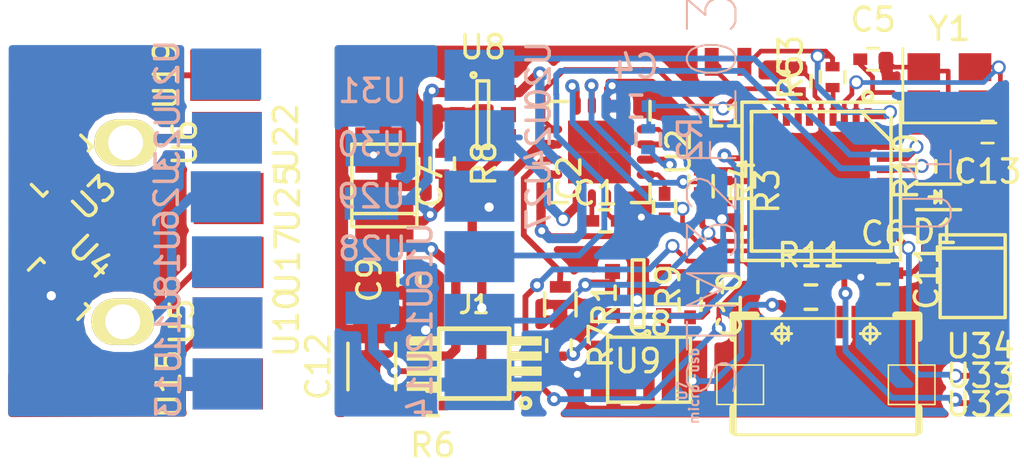
<source format=kicad_pcb>
(kicad_pcb (version 4) (host pcbnew 4.0.5)

  (general
    (links 120)
    (no_connects 13)
    (area 12.754596 171.91998 62.667382 193.16)
    (thickness 1.6)
    (drawings 8)
    (tracks 599)
    (zones 0)
    (modules 62)
    (nets 37)
  )

  (page A4)
  (layers
    (0 F.Cu signal)
    (31 B.Cu signal)
    (32 B.Adhes user)
    (33 F.Adhes user)
    (34 B.Paste user)
    (35 F.Paste user)
    (36 B.SilkS user)
    (37 F.SilkS user)
    (38 B.Mask user)
    (39 F.Mask user)
    (40 Dwgs.User user)
    (41 Cmts.User user)
    (42 Eco1.User user hide)
    (43 Eco2.User user)
    (44 Edge.Cuts user)
    (45 Margin user hide)
    (46 B.CrtYd user)
    (47 F.CrtYd user hide)
    (48 B.Fab user hide)
    (49 F.Fab user)
  )

  (setup
    (last_trace_width 0.3)
    (user_trace_width 0.1)
    (user_trace_width 0.15)
    (user_trace_width 0.2)
    (user_trace_width 0.25)
    (user_trace_width 0.3)
    (user_trace_width 0.4)
    (trace_clearance 0.2)
    (zone_clearance 0.3)
    (zone_45_only no)
    (trace_min 0.1)
    (segment_width 0.2)
    (edge_width 0.15)
    (via_size 0.6)
    (via_drill 0.4)
    (via_min_size 0.4)
    (via_min_drill 0.3)
    (user_via 0.6 0.3)
    (uvia_size 0.3)
    (uvia_drill 0.1)
    (uvias_allowed no)
    (uvia_min_size 0.2)
    (uvia_min_drill 0.1)
    (pcb_text_width 0.3)
    (pcb_text_size 1.5 1.5)
    (mod_edge_width 0.15)
    (mod_text_size 1 1)
    (mod_text_width 0.15)
    (pad_size 2.2 3)
    (pad_drill 0)
    (pad_to_mask_clearance 0.2)
    (aux_axis_origin 0 0)
    (grid_origin 16.425 190.875)
    (visible_elements 7FFDFFBF)
    (pcbplotparams
      (layerselection 0x00000_00000001)
      (usegerberextensions false)
      (excludeedgelayer true)
      (linewidth 0.100000)
      (plotframeref false)
      (viasonmask false)
      (mode 1)
      (useauxorigin false)
      (hpglpennumber 1)
      (hpglpenspeed 20)
      (hpglpendiameter 15)
      (hpglpenoverlay 2)
      (psnegative true)
      (psa4output false)
      (plotreference false)
      (plotvalue false)
      (plotinvisibletext false)
      (padsonsilk false)
      (subtractmaskfromsilk false)
      (outputformat 4)
      (mirror true)
      (drillshape 1)
      (scaleselection 1)
      (outputdirectory ""))
  )

  (net 0 "")
  (net 1 "Net-(C1-Pad1)")
  (net 2 "Net-(C1-Pad2)")
  (net 3 "Net-(C2-Pad1)")
  (net 4 +8V)
  (net 5 "Net-(C3-Pad1)")
  (net 6 GND)
  (net 7 +3V3)
  (net 8 VBUS)
  (net 9 MCU_RXD0)
  (net 10 DIR)
  (net 11 MCU_TXD0)
  (net 12 "Net-(R1-Pad1)")
  (net 13 ADC)
  (net 14 nSLEEP)
  (net 15 nFAULT)
  (net 16 "Net-(R5-Pad1)")
  (net 17 "Net-(R8-Pad1)")
  (net 18 PWM)
  (net 19 IN1)
  (net 20 IN2)
  (net 21 HALL2)
  (net 22 HALL1)
  (net 23 A)
  (net 24 B)
  (net 25 D-)
  (net 26 D+)
  (net 27 OUT2)
  (net 28 OUT1)
  (net 29 SWDIO)
  (net 30 SWCLK)
  (net 31 "Net-(R2-Pad1)")
  (net 32 "Net-(D1-Pad1)")
  (net 33 "Net-(D1-Pad2)")
  (net 34 "Net-(C5-Pad1)")
  (net 35 "Net-(C13-Pad1)")
  (net 36 "Net-(R9-Pad2)")

  (net_class Default "To jest domyślna klasa połączeń."
    (clearance 0.2)
    (trace_width 0.25)
    (via_dia 0.6)
    (via_drill 0.4)
    (uvia_dia 0.3)
    (uvia_drill 0.1)
    (add_net +3V3)
    (add_net +8V)
    (add_net A)
    (add_net ADC)
    (add_net B)
    (add_net D+)
    (add_net D-)
    (add_net DIR)
    (add_net GND)
    (add_net HALL1)
    (add_net HALL2)
    (add_net IN1)
    (add_net IN2)
    (add_net MCU_RXD0)
    (add_net MCU_TXD0)
    (add_net "Net-(C1-Pad1)")
    (add_net "Net-(C1-Pad2)")
    (add_net "Net-(C13-Pad1)")
    (add_net "Net-(C2-Pad1)")
    (add_net "Net-(C3-Pad1)")
    (add_net "Net-(C5-Pad1)")
    (add_net "Net-(D1-Pad1)")
    (add_net "Net-(D1-Pad2)")
    (add_net "Net-(R1-Pad1)")
    (add_net "Net-(R2-Pad1)")
    (add_net "Net-(R5-Pad1)")
    (add_net "Net-(R8-Pad1)")
    (add_net "Net-(R9-Pad2)")
    (add_net OUT1)
    (add_net OUT2)
    (add_net PWM)
    (add_net SWCLK)
    (add_net SWDIO)
    (add_net VBUS)
    (add_net nFAULT)
    (add_net nSLEEP)
  )

  (module Housings_DFN_QFN:UQFN-16-1EP_4x4mm_Pitch0.65mm (layer F.Cu) (tedit 580A3553) (tstamp 57923B8C)
    (at 41.98 179.475 270)
    (descr "16-Lead Ultra Thin Plastic Quad Flat, No Lead Package (JQ) - 4x4x0.5 mm Body [UQFN]; (see Microchip Packaging Specification 00000049BS.pdf)")
    (tags "QFN 0.65")
    (path /577A6371)
    (attr smd)
    (fp_text reference U2 (at 0 -3.4 270) (layer F.SilkS)
      (effects (font (size 1 1) (thickness 0.15)))
    )
    (fp_text value DRV8801 (at -3.3 -0.195 540) (layer F.Fab)
      (effects (font (size 1 1) (thickness 0.15)))
    )
    (fp_line (start -2.65 -2.65) (end -2.65 2.65) (layer F.CrtYd) (width 0.05))
    (fp_line (start 2.65 -2.65) (end 2.65 2.65) (layer F.CrtYd) (width 0.05))
    (fp_line (start -2.65 -2.65) (end 2.65 -2.65) (layer F.CrtYd) (width 0.05))
    (fp_line (start -2.65 2.65) (end 2.65 2.65) (layer F.CrtYd) (width 0.05))
    (fp_line (start 2.175 -2.175) (end 2.175 -1.375) (layer F.SilkS) (width 0.15))
    (fp_line (start -2.175 2.175) (end -2.175 1.375) (layer F.SilkS) (width 0.15))
    (fp_line (start 2.175 2.175) (end 2.175 1.375) (layer F.SilkS) (width 0.15))
    (fp_line (start -2.175 -2.175) (end -1.375 -2.175) (layer F.SilkS) (width 0.15))
    (fp_line (start -2.175 2.175) (end -1.375 2.175) (layer F.SilkS) (width 0.15))
    (fp_line (start 2.175 2.175) (end 1.375 2.175) (layer F.SilkS) (width 0.15))
    (fp_line (start 2.175 -2.175) (end 1.375 -2.175) (layer F.SilkS) (width 0.15))
    (pad 1 smd oval (at -2 -0.975 270) (size 0.8 0.35) (layers F.Cu F.Paste F.Mask))
    (pad 2 smd oval (at -2 -0.325 270) (size 0.8 0.35) (layers F.Cu F.Paste F.Mask)
      (net 6 GND))
    (pad 3 smd oval (at -2 0.325 270) (size 0.8 0.35) (layers F.Cu F.Paste F.Mask)
      (net 14 nSLEEP))
    (pad 4 smd oval (at -2 0.975 270) (size 0.8 0.35) (layers F.Cu F.Paste F.Mask)
      (net 18 PWM))
    (pad 5 smd oval (at -0.975 2) (size 0.8 0.35) (layers F.Cu F.Paste F.Mask)
      (net 20 IN2))
    (pad 6 smd oval (at -0.325 2) (size 0.8 0.35) (layers F.Cu F.Paste F.Mask)
      (net 28 OUT1))
    (pad 7 smd oval (at 0.325 2) (size 0.8 0.35) (layers F.Cu F.Paste F.Mask)
      (net 12 "Net-(R1-Pad1)"))
    (pad 8 smd oval (at 0.975 2) (size 0.8 0.35) (layers F.Cu F.Paste F.Mask)
      (net 4 +8V))
    (pad 9 smd oval (at 2 0.975 270) (size 0.8 0.35) (layers F.Cu F.Paste F.Mask)
      (net 27 OUT2))
    (pad 10 smd oval (at 2 0.325 270) (size 0.8 0.35) (layers F.Cu F.Paste F.Mask)
      (net 1 "Net-(C1-Pad1)"))
    (pad 11 smd oval (at 2 -0.325 270) (size 0.8 0.35) (layers F.Cu F.Paste F.Mask)
      (net 2 "Net-(C1-Pad2)"))
    (pad 12 smd oval (at 2 -0.975 270) (size 0.8 0.35) (layers F.Cu F.Paste F.Mask)
      (net 6 GND))
    (pad 13 smd oval (at 0.975 -2) (size 0.8 0.35) (layers F.Cu F.Paste F.Mask)
      (net 3 "Net-(C2-Pad1)"))
    (pad 14 smd oval (at 0.325 -2) (size 0.8 0.35) (layers F.Cu F.Paste F.Mask)
      (net 31 "Net-(R2-Pad1)"))
    (pad 15 smd oval (at -0.325 -2) (size 0.8 0.35) (layers F.Cu F.Paste F.Mask)
      (net 15 nFAULT))
    (pad 16 smd oval (at -0.975 -2) (size 0.8 0.35) (layers F.Cu F.Paste F.Mask)
      (net 19 IN1))
    (pad 17 smd rect (at 0.675 0.675 270) (size 1.35 1.35) (layers F.Cu F.Paste F.Mask)
      (solder_paste_margin_ratio -0.2))
    (pad 17 smd rect (at 0.675 -0.675 270) (size 1.35 1.35) (layers F.Cu F.Paste F.Mask)
      (solder_paste_margin_ratio -0.2))
    (pad 17 smd rect (at -0.675 0.675 270) (size 1.35 1.35) (layers F.Cu F.Paste F.Mask)
      (solder_paste_margin_ratio -0.2))
    (pad 17 smd rect (at -0.675 -0.675 270) (size 1.35 1.35) (layers F.Cu F.Paste F.Mask)
      (solder_paste_margin_ratio -0.2))
    (model Housings_DFN_QFN.3dshapes/UQFN-16-1EP_4x4mm_Pitch0.65mm.wrl
      (at (xyz 0 0 0))
      (scale (xyz 1 1 1))
      (rotate (xyz 0 0 0))
    )
  )

  (module stm32f103t8u:untitled-QFN50P600X600X100-37N (layer F.Cu) (tedit 579F6AB6) (tstamp 577B22F3)
    (at 51.51 180.735 270)
    (path /577A59CC)
    (attr smd)
    (fp_text reference U1 (at 0.3556 -4.5974 270) (layer B.SilkS)
      (effects (font (size 2.0828 2.0828) (thickness 0.0889)))
    )
    (fp_text value STM32F103 (at 0.5842 4.6482 270) (layer B.SilkS)
      (effects (font (size 2.0828 2.0828) (thickness 0.0889)))
    )
    (fp_line (start 3.4036 3.4036) (end -3.4036 3.4036) (layer F.SilkS) (width 0.1524))
    (fp_line (start -3.4036 3.4036) (end -3.4036 -3.4036) (layer F.SilkS) (width 0.1524))
    (fp_line (start -3.4036 -3.4036) (end 3.4036 -3.4036) (layer F.SilkS) (width 0.1524))
    (fp_line (start 3.4036 -3.4036) (end 3.4036 3.4036) (layer F.SilkS) (width 0.1524))
    (fp_line (start 2.9972 -2.4892) (end 2.9972 -2.9972) (layer F.SilkS) (width 0.1524))
    (fp_line (start 2.4892 2.9972) (end 2.9972 2.9972) (layer F.SilkS) (width 0.1524))
    (fp_line (start -2.9972 2.4892) (end -2.9972 2.9972) (layer F.SilkS) (width 0.1524))
    (fp_line (start -2.4892 -2.9972) (end -2.9972 -2.9972) (layer F.SilkS) (width 0.1524))
    (fp_line (start -2.9972 2.9972) (end -2.4892 2.9972) (layer F.SilkS) (width 0.1524))
    (fp_line (start 2.9972 2.9972) (end 2.9972 2.4892) (layer F.SilkS) (width 0.1524))
    (fp_line (start 2.9972 -2.9972) (end 2.4892 -2.9972) (layer F.SilkS) (width 0.1524))
    (fp_line (start -2.9972 -2.9972) (end -2.9972 -2.4892) (layer F.SilkS) (width 0.1524))
    (fp_line (start -2.9972 -1.7272) (end -1.7272 -2.9972) (layer F.SilkS) (width 0.1524))
    (fp_line (start -2.9972 2.9972) (end 2.9972 2.9972) (layer F.SilkS) (width 0.1524))
    (fp_line (start 2.9972 2.9972) (end 2.9972 -2.9972) (layer F.SilkS) (width 0.1524))
    (fp_line (start 2.9972 -2.9972) (end -2.9972 -2.9972) (layer F.SilkS) (width 0.1524))
    (fp_line (start -2.9972 -2.9972) (end -2.9972 2.9972) (layer F.SilkS) (width 0.1524))
    (fp_arc (start -3.65506 -1.9939) (end -3.4798 -1.8796) (angle 294) (layer F.SilkS) (width 0.1524))
    (fp_arc (start -3.6576 -2.0066) (end -3.4544 -2.0066) (angle 180) (layer F.SilkS) (width 0.1524))
    (fp_arc (start -3.6576 -2.0066) (end -3.8608 -2.0066) (angle 180) (layer F.SilkS) (width 0.1524))
    (pad 1 smd rect (at -2.7686 -2.0066 270) (size 0.762 0.3048) (layers F.Cu F.Paste F.Mask)
      (net 7 +3V3))
    (pad 2 smd rect (at -2.7686 -1.4986 270) (size 0.762 0.3048) (layers F.Cu F.Paste F.Mask)
      (net 34 "Net-(C5-Pad1)"))
    (pad 3 smd rect (at -2.7686 -0.9906 270) (size 0.762 0.3048) (layers F.Cu F.Paste F.Mask)
      (net 35 "Net-(C13-Pad1)"))
    (pad 4 smd rect (at -2.7686 -0.508 270) (size 0.762 0.3048) (layers F.Cu F.Paste F.Mask)
      (net 16 "Net-(R5-Pad1)"))
    (pad 5 smd rect (at -2.7686 0 270) (size 0.762 0.3048) (layers F.Cu F.Paste F.Mask)
      (net 6 GND))
    (pad 6 smd rect (at -2.7686 0.508 270) (size 0.762 0.3048) (layers F.Cu F.Paste F.Mask)
      (net 5 "Net-(C3-Pad1)"))
    (pad 7 smd rect (at -2.7686 0.9906 270) (size 0.762 0.3048) (layers F.Cu F.Paste F.Mask))
    (pad 8 smd rect (at -2.7686 1.4986 270) (size 0.762 0.3048) (layers F.Cu F.Paste F.Mask)
      (net 13 ADC))
    (pad 9 smd rect (at -2.7686 2.0066 270) (size 0.762 0.3048) (layers F.Cu F.Paste F.Mask))
    (pad 10 smd rect (at -2.0066 2.7686) (size 0.762 0.3048) (layers F.Cu F.Paste F.Mask)
      (net 20 IN2))
    (pad 11 smd rect (at -1.4986 2.7686) (size 0.762 0.3048) (layers F.Cu F.Paste F.Mask)
      (net 19 IN1))
    (pad 12 smd rect (at -0.9906 2.7686) (size 0.762 0.3048) (layers F.Cu F.Paste F.Mask)
      (net 10 DIR))
    (pad 13 smd rect (at -0.508 2.7686) (size 0.762 0.3048) (layers F.Cu F.Paste F.Mask)
      (net 15 nFAULT))
    (pad 14 smd rect (at 0 2.7686) (size 0.762 0.3048) (layers F.Cu F.Paste F.Mask)
      (net 14 nSLEEP))
    (pad 15 smd rect (at 0.508 2.7686) (size 0.762 0.3048) (layers F.Cu F.Paste F.Mask))
    (pad 16 smd rect (at 0.9906 2.7686) (size 0.762 0.3048) (layers F.Cu F.Paste F.Mask))
    (pad 17 smd rect (at 1.4986 2.7686) (size 0.762 0.3048) (layers F.Cu F.Paste F.Mask))
    (pad 18 smd rect (at 2.0066 2.7686) (size 0.762 0.3048) (layers F.Cu F.Paste F.Mask)
      (net 6 GND))
    (pad 19 smd rect (at 2.7686 2.0066 90) (size 0.762 0.3048) (layers F.Cu F.Paste F.Mask)
      (net 7 +3V3))
    (pad 20 smd rect (at 2.7686 1.4986 90) (size 0.762 0.3048) (layers F.Cu F.Paste F.Mask)
      (net 18 PWM))
    (pad 21 smd rect (at 2.7686 0.9906 90) (size 0.762 0.3048) (layers F.Cu F.Paste F.Mask)
      (net 11 MCU_TXD0))
    (pad 22 smd rect (at 2.7686 0.508 90) (size 0.762 0.3048) (layers F.Cu F.Paste F.Mask)
      (net 9 MCU_RXD0))
    (pad 23 smd rect (at 2.7686 0 90) (size 0.762 0.3048) (layers F.Cu F.Paste F.Mask)
      (net 25 D-))
    (pad 24 smd rect (at 2.7686 -0.508 90) (size 0.762 0.3048) (layers F.Cu F.Paste F.Mask)
      (net 26 D+))
    (pad 25 smd rect (at 2.7686 -0.9906 90) (size 0.762 0.3048) (layers F.Cu F.Paste F.Mask)
      (net 29 SWDIO))
    (pad 26 smd rect (at 2.7686 -1.4986 90) (size 0.762 0.3048) (layers F.Cu F.Paste F.Mask)
      (net 6 GND))
    (pad 27 smd rect (at 2.7686 -2.0066 90) (size 0.762 0.3048) (layers F.Cu F.Paste F.Mask)
      (net 7 +3V3))
    (pad 28 smd rect (at 2.0066 -2.7686 180) (size 0.762 0.3048) (layers F.Cu F.Paste F.Mask)
      (net 30 SWCLK))
    (pad 29 smd rect (at 1.4986 -2.7686 180) (size 0.762 0.3048) (layers F.Cu F.Paste F.Mask))
    (pad 30 smd rect (at 0.9906 -2.7686 180) (size 0.762 0.3048) (layers F.Cu F.Paste F.Mask))
    (pad 31 smd rect (at 0.508 -2.7686 180) (size 0.762 0.3048) (layers F.Cu F.Paste F.Mask)
      (net 33 "Net-(D1-Pad2)"))
    (pad 32 smd rect (at 0 -2.7686 180) (size 0.762 0.3048) (layers F.Cu F.Paste F.Mask))
    (pad 33 smd rect (at -0.508 -2.7686 180) (size 0.762 0.3048) (layers F.Cu F.Paste F.Mask)
      (net 21 HALL2))
    (pad 34 smd rect (at -0.9906 -2.7686 180) (size 0.762 0.3048) (layers F.Cu F.Paste F.Mask)
      (net 22 HALL1))
    (pad 35 smd rect (at -1.4986 -2.7686 180) (size 0.762 0.3048) (layers F.Cu F.Paste F.Mask)
      (net 6 GND))
    (pad 36 smd rect (at -2.0066 -2.7686 180) (size 0.762 0.3048) (layers F.Cu F.Paste F.Mask)
      (net 6 GND))
  )

  (module Capacitors_SMD:C_0402 (layer F.Cu) (tedit 588684B7) (tstamp 57923AEA)
    (at 42.22 182.435)
    (descr "Capacitor SMD 0402, reflow soldering, AVX (see smccp.pdf)")
    (tags "capacitor 0402")
    (path /577A7895)
    (attr smd)
    (fp_text reference C1 (at -0.42 -1.185) (layer F.SilkS)
      (effects (font (size 1 1) (thickness 0.15)))
    )
    (fp_text value 0.1uF (at -0.215 -1.16) (layer F.Fab)
      (effects (font (size 1 1) (thickness 0.15)))
    )
    (fp_line (start -1.15 -0.6) (end 1.15 -0.6) (layer F.CrtYd) (width 0.05))
    (fp_line (start -1.15 0.6) (end 1.15 0.6) (layer F.CrtYd) (width 0.05))
    (fp_line (start -1.15 -0.6) (end -1.15 0.6) (layer F.CrtYd) (width 0.05))
    (fp_line (start 1.15 -0.6) (end 1.15 0.6) (layer F.CrtYd) (width 0.05))
    (fp_line (start 0.25 -0.475) (end -0.25 -0.475) (layer F.SilkS) (width 0.15))
    (fp_line (start -0.25 0.475) (end 0.25 0.475) (layer F.SilkS) (width 0.15))
    (pad 1 smd rect (at -0.55 0) (size 0.6 0.5) (layers F.Cu F.Paste F.Mask)
      (net 1 "Net-(C1-Pad1)"))
    (pad 2 smd rect (at 0.55 0) (size 0.6 0.5) (layers F.Cu F.Paste F.Mask)
      (net 2 "Net-(C1-Pad2)"))
    (model Capacitors_SMD.3dshapes/C_0402.wrl
      (at (xyz 0 0 0))
      (scale (xyz 1 1 1))
      (rotate (xyz 0 0 0))
    )
  )

  (module Capacitors_SMD:C_0402 (layer F.Cu) (tedit 580A3585) (tstamp 57923AF0)
    (at 44.78 181.825 270)
    (descr "Capacitor SMD 0402, reflow soldering, AVX (see smccp.pdf)")
    (tags "capacitor 0402")
    (path /577A7916)
    (attr smd)
    (fp_text reference C2 (at -1.225 4.1 270) (layer F.SilkS)
      (effects (font (size 1 1) (thickness 0.15)))
    )
    (fp_text value 0.1uF (at -0.425 0.13 270) (layer F.Fab)
      (effects (font (size 1 1) (thickness 0.15)))
    )
    (fp_line (start -1.15 -0.6) (end 1.15 -0.6) (layer F.CrtYd) (width 0.05))
    (fp_line (start -1.15 0.6) (end 1.15 0.6) (layer F.CrtYd) (width 0.05))
    (fp_line (start -1.15 -0.6) (end -1.15 0.6) (layer F.CrtYd) (width 0.05))
    (fp_line (start 1.15 -0.6) (end 1.15 0.6) (layer F.CrtYd) (width 0.05))
    (fp_line (start 0.25 -0.475) (end -0.25 -0.475) (layer F.SilkS) (width 0.15))
    (fp_line (start -0.25 0.475) (end 0.25 0.475) (layer F.SilkS) (width 0.15))
    (pad 1 smd rect (at -0.55 0 270) (size 0.6 0.5) (layers F.Cu F.Paste F.Mask)
      (net 3 "Net-(C2-Pad1)"))
    (pad 2 smd rect (at 0.55 0 270) (size 0.6 0.5) (layers F.Cu F.Paste F.Mask)
      (net 4 +8V))
    (model Capacitors_SMD.3dshapes/C_0402.wrl
      (at (xyz 0 0 0))
      (scale (xyz 1 1 1))
      (rotate (xyz 0 0 0))
    )
  )

  (module Capacitors_SMD:C_0402 (layer F.Cu) (tedit 588689AB) (tstamp 57923AF6)
    (at 50.595 176.435 90)
    (descr "Capacitor SMD 0402, reflow soldering, AVX (see smccp.pdf)")
    (tags "capacitor 0402")
    (path /577A7A9A)
    (attr smd)
    (fp_text reference C3 (at 1.025 -0.4 90) (layer F.SilkS)
      (effects (font (size 1 1) (thickness 0.15)))
    )
    (fp_text value 100nF (at -0.16 -1.08 90) (layer F.Fab)
      (effects (font (size 1 1) (thickness 0.15)))
    )
    (fp_line (start -1.15 -0.6) (end 1.15 -0.6) (layer F.CrtYd) (width 0.05))
    (fp_line (start -1.15 0.6) (end 1.15 0.6) (layer F.CrtYd) (width 0.05))
    (fp_line (start -1.15 -0.6) (end -1.15 0.6) (layer F.CrtYd) (width 0.05))
    (fp_line (start 1.15 -0.6) (end 1.15 0.6) (layer F.CrtYd) (width 0.05))
    (fp_line (start 0.25 -0.475) (end -0.25 -0.475) (layer F.SilkS) (width 0.15))
    (fp_line (start -0.25 0.475) (end 0.25 0.475) (layer F.SilkS) (width 0.15))
    (pad 1 smd rect (at -0.55 0 90) (size 0.6 0.5) (layers F.Cu F.Paste F.Mask)
      (net 5 "Net-(C3-Pad1)"))
    (pad 2 smd rect (at 0.55 0 90) (size 0.6 0.5) (layers F.Cu F.Paste F.Mask)
      (net 6 GND))
    (model Capacitors_SMD.3dshapes/C_0402.wrl
      (at (xyz 0 0 0))
      (scale (xyz 1 1 1))
      (rotate (xyz 0 0 0))
    )
  )

  (module Capacitors_SMD:C_0402 (layer F.Cu) (tedit 5415D599) (tstamp 57923B08)
    (at 54.18 184.685)
    (descr "Capacitor SMD 0402, reflow soldering, AVX (see smccp.pdf)")
    (tags "capacitor 0402")
    (path /577D7C5A)
    (attr smd)
    (fp_text reference C6 (at 0 -1.7) (layer F.SilkS)
      (effects (font (size 1 1) (thickness 0.15)))
    )
    (fp_text value 100nf (at 0 1.7) (layer F.Fab)
      (effects (font (size 1 1) (thickness 0.15)))
    )
    (fp_line (start -1.15 -0.6) (end 1.15 -0.6) (layer F.CrtYd) (width 0.05))
    (fp_line (start -1.15 0.6) (end 1.15 0.6) (layer F.CrtYd) (width 0.05))
    (fp_line (start -1.15 -0.6) (end -1.15 0.6) (layer F.CrtYd) (width 0.05))
    (fp_line (start 1.15 -0.6) (end 1.15 0.6) (layer F.CrtYd) (width 0.05))
    (fp_line (start 0.25 -0.475) (end -0.25 -0.475) (layer F.SilkS) (width 0.15))
    (fp_line (start -0.25 0.475) (end 0.25 0.475) (layer F.SilkS) (width 0.15))
    (pad 1 smd rect (at -0.55 0) (size 0.6 0.5) (layers F.Cu F.Paste F.Mask)
      (net 6 GND))
    (pad 2 smd rect (at 0.55 0) (size 0.6 0.5) (layers F.Cu F.Paste F.Mask)
      (net 7 +3V3))
    (model Capacitors_SMD.3dshapes/C_0402.wrl
      (at (xyz 0 0 0))
      (scale (xyz 1 1 1))
      (rotate (xyz 0 0 0))
    )
  )

  (module Capacitors_SMD:C_0402 (layer F.Cu) (tedit 5415D599) (tstamp 57923B1A)
    (at 33.795 184.975 90)
    (descr "Capacitor SMD 0402, reflow soldering, AVX (see smccp.pdf)")
    (tags "capacitor 0402")
    (path /578FDA3B)
    (attr smd)
    (fp_text reference C9 (at 0 -1.7 90) (layer F.SilkS)
      (effects (font (size 1 1) (thickness 0.15)))
    )
    (fp_text value 1uF (at 0 1.7 90) (layer F.Fab)
      (effects (font (size 1 1) (thickness 0.15)))
    )
    (fp_line (start -1.15 -0.6) (end 1.15 -0.6) (layer F.CrtYd) (width 0.05))
    (fp_line (start -1.15 0.6) (end 1.15 0.6) (layer F.CrtYd) (width 0.05))
    (fp_line (start -1.15 -0.6) (end -1.15 0.6) (layer F.CrtYd) (width 0.05))
    (fp_line (start 1.15 -0.6) (end 1.15 0.6) (layer F.CrtYd) (width 0.05))
    (fp_line (start 0.25 -0.475) (end -0.25 -0.475) (layer F.SilkS) (width 0.15))
    (fp_line (start -0.25 0.475) (end 0.25 0.475) (layer F.SilkS) (width 0.15))
    (pad 1 smd rect (at -0.55 0 90) (size 0.6 0.5) (layers F.Cu F.Paste F.Mask)
      (net 6 GND))
    (pad 2 smd rect (at 0.55 0 90) (size 0.6 0.5) (layers F.Cu F.Paste F.Mask)
      (net 4 +8V))
    (model Capacitors_SMD.3dshapes/C_0402.wrl
      (at (xyz 0 0 0))
      (scale (xyz 1 1 1))
      (rotate (xyz 0 0 0))
    )
  )

  (module Capacitors_SMD:C_0402 (layer F.Cu) (tedit 5415D599) (tstamp 57923B20)
    (at 45.875 186.035 270)
    (descr "Capacitor SMD 0402, reflow soldering, AVX (see smccp.pdf)")
    (tags "capacitor 0402")
    (path /577D150E)
    (attr smd)
    (fp_text reference C10 (at 0 -1.7 270) (layer F.SilkS)
      (effects (font (size 1 1) (thickness 0.15)))
    )
    (fp_text value 1uF (at 0 1.7 270) (layer F.Fab)
      (effects (font (size 1 1) (thickness 0.15)))
    )
    (fp_line (start -1.15 -0.6) (end 1.15 -0.6) (layer F.CrtYd) (width 0.05))
    (fp_line (start -1.15 0.6) (end 1.15 0.6) (layer F.CrtYd) (width 0.05))
    (fp_line (start -1.15 -0.6) (end -1.15 0.6) (layer F.CrtYd) (width 0.05))
    (fp_line (start 1.15 -0.6) (end 1.15 0.6) (layer F.CrtYd) (width 0.05))
    (fp_line (start 0.25 -0.475) (end -0.25 -0.475) (layer F.SilkS) (width 0.15))
    (fp_line (start -0.25 0.475) (end 0.25 0.475) (layer F.SilkS) (width 0.15))
    (pad 1 smd rect (at -0.55 0 270) (size 0.6 0.5) (layers F.Cu F.Paste F.Mask)
      (net 6 GND))
    (pad 2 smd rect (at 0.55 0 270) (size 0.6 0.5) (layers F.Cu F.Paste F.Mask)
      (net 8 VBUS))
    (model Capacitors_SMD.3dshapes/C_0402.wrl
      (at (xyz 0 0 0))
      (scale (xyz 1 1 1))
      (rotate (xyz 0 0 0))
    )
  )

  (module SN65HVD3082EDGK:VSSOP8_P0.65mm_W3mm (layer F.Cu) (tedit 579613D7) (tstamp 57923B38)
    (at 36.6 188.575 180)
    (path /577BF6CC)
    (solder_mask_margin 0.0762)
    (solder_paste_margin -0.0254)
    (attr smd)
    (fp_text reference J1 (at 0 2.54 180) (layer F.SilkS)
      (effects (font (size 0.762 0.762) (thickness 0.1524)))
    )
    (fp_text value SN65HVD3082EDGK (at 0 -3.6 180) (layer F.SilkS) hide
      (effects (font (size 0.762 0.762) (thickness 0.1524)))
    )
    (fp_circle (center -2.2 -1.7) (end -2.2 -1.5) (layer F.SilkS) (width 0.2032))
    (fp_line (start -1 -1.5) (end -1.5 -1.5) (layer F.SilkS) (width 0.2032))
    (fp_line (start -1.5 -1.5) (end -1.5 -1) (layer F.SilkS) (width 0.2032))
    (fp_line (start -1 -1.5) (end 1.5 -1.5) (layer F.SilkS) (width 0.2032))
    (fp_line (start -1.5 -1) (end -1.5 1.5) (layer F.SilkS) (width 0.2032))
    (fp_line (start -1.5 1.5) (end 1.5 1.5) (layer F.SilkS) (width 0.2032))
    (fp_line (start 1.5 1.5) (end 1.5 -1.5) (layer F.SilkS) (width 0.2032))
    (pad 1 smd rect (at -2.2 -0.975 180) (size 1.4 0.4) (layers F.Cu F.Paste F.SilkS F.Mask)
      (net 9 MCU_RXD0))
    (pad 2 smd rect (at -2.2 -0.325 180) (size 1.4 0.4) (layers F.Cu F.Paste F.SilkS F.Mask)
      (net 10 DIR))
    (pad 3 smd rect (at -2.2 0.325 180) (size 1.4 0.4) (layers F.Cu F.Paste F.SilkS F.Mask)
      (net 10 DIR))
    (pad 4 smd rect (at -2.2 0.975 180) (size 1.4 0.4) (layers F.Cu F.Paste F.SilkS F.Mask)
      (net 11 MCU_TXD0))
    (pad 5 smd rect (at 2.2 0.975 180) (size 1.4 0.4) (layers F.Cu F.Paste F.SilkS F.Mask)
      (net 6 GND))
    (pad 6 smd rect (at 2.2 0.325 180) (size 1.4 0.4) (layers F.Cu F.Paste F.SilkS F.Mask)
      (net 23 A))
    (pad 7 smd rect (at 2.2 -0.325 180) (size 1.4 0.4) (layers F.Cu F.Paste F.SilkS F.Mask)
      (net 24 B))
    (pad 8 smd rect (at 2.2 -0.975 180) (size 1.4 0.4) (layers F.Cu F.Paste F.SilkS F.Mask)
      (net 7 +3V3))
  )

  (module Resistors_SMD:R_0402 (layer B.Cu) (tedit 5415CBB8) (tstamp 57923B4A)
    (at 44.075 178.925 90)
    (descr "Resistor SMD 0402, reflow soldering, Vishay (see dcrcw.pdf)")
    (tags "resistor 0402")
    (path /577C137A)
    (attr smd)
    (fp_text reference R2 (at 0 1.8 90) (layer B.SilkS)
      (effects (font (size 1 1) (thickness 0.15)) (justify mirror))
    )
    (fp_text value 100k (at 0 -1.8 90) (layer B.Fab)
      (effects (font (size 1 1) (thickness 0.15)) (justify mirror))
    )
    (fp_line (start -0.95 0.65) (end 0.95 0.65) (layer B.CrtYd) (width 0.05))
    (fp_line (start -0.95 -0.65) (end 0.95 -0.65) (layer B.CrtYd) (width 0.05))
    (fp_line (start -0.95 0.65) (end -0.95 -0.65) (layer B.CrtYd) (width 0.05))
    (fp_line (start 0.95 0.65) (end 0.95 -0.65) (layer B.CrtYd) (width 0.05))
    (fp_line (start 0.25 0.525) (end -0.25 0.525) (layer B.SilkS) (width 0.15))
    (fp_line (start -0.25 -0.525) (end 0.25 -0.525) (layer B.SilkS) (width 0.15))
    (pad 1 smd rect (at -0.45 0 90) (size 0.4 0.6) (layers B.Cu B.Paste B.Mask)
      (net 31 "Net-(R2-Pad1)"))
    (pad 2 smd rect (at 0.45 0 90) (size 0.4 0.6) (layers B.Cu B.Paste B.Mask)
      (net 13 ADC))
    (model Resistors_SMD.3dshapes/R_0402.wrl
      (at (xyz 0 0 0))
      (scale (xyz 1 1 1))
      (rotate (xyz 0 0 0))
    )
  )

  (module Resistors_SMD:R_0402 (layer F.Cu) (tedit 580A357C) (tstamp 57923B50)
    (at 47.39 181.155 270)
    (descr "Resistor SMD 0402, reflow soldering, Vishay (see dcrcw.pdf)")
    (tags "resistor 0402")
    (path /577C2EC8)
    (attr smd)
    (fp_text reference R3 (at 0 -1.8 270) (layer F.SilkS)
      (effects (font (size 1 1) (thickness 0.15)))
    )
    (fp_text value 10k (at -0.08 -0.735 270) (layer F.Fab)
      (effects (font (size 1 1) (thickness 0.15)))
    )
    (fp_line (start -0.95 -0.65) (end 0.95 -0.65) (layer F.CrtYd) (width 0.05))
    (fp_line (start -0.95 0.65) (end 0.95 0.65) (layer F.CrtYd) (width 0.05))
    (fp_line (start -0.95 -0.65) (end -0.95 0.65) (layer F.CrtYd) (width 0.05))
    (fp_line (start 0.95 -0.65) (end 0.95 0.65) (layer F.CrtYd) (width 0.05))
    (fp_line (start 0.25 -0.525) (end -0.25 -0.525) (layer F.SilkS) (width 0.15))
    (fp_line (start -0.25 0.525) (end 0.25 0.525) (layer F.SilkS) (width 0.15))
    (pad 1 smd rect (at -0.45 0 270) (size 0.4 0.6) (layers F.Cu F.Paste F.Mask)
      (net 14 nSLEEP))
    (pad 2 smd rect (at 0.45 0 270) (size 0.4 0.6) (layers F.Cu F.Paste F.Mask)
      (net 7 +3V3))
    (model Resistors_SMD.3dshapes/R_0402.wrl
      (at (xyz 0 0 0))
      (scale (xyz 1 1 1))
      (rotate (xyz 0 0 0))
    )
  )

  (module Resistors_SMD:R_0402 (layer F.Cu) (tedit 580A3580) (tstamp 57923B56)
    (at 46.34 180.735 270)
    (descr "Resistor SMD 0402, reflow soldering, Vishay (see dcrcw.pdf)")
    (tags "resistor 0402")
    (path /577C32CB)
    (attr smd)
    (fp_text reference R4 (at 0 -1.8 270) (layer F.SilkS)
      (effects (font (size 1 1) (thickness 0.15)))
    )
    (fp_text value 10k (at -0.21 -0.11 270) (layer F.Fab)
      (effects (font (size 1 1) (thickness 0.15)))
    )
    (fp_line (start -0.95 -0.65) (end 0.95 -0.65) (layer F.CrtYd) (width 0.05))
    (fp_line (start -0.95 0.65) (end 0.95 0.65) (layer F.CrtYd) (width 0.05))
    (fp_line (start -0.95 -0.65) (end -0.95 0.65) (layer F.CrtYd) (width 0.05))
    (fp_line (start 0.95 -0.65) (end 0.95 0.65) (layer F.CrtYd) (width 0.05))
    (fp_line (start 0.25 -0.525) (end -0.25 -0.525) (layer F.SilkS) (width 0.15))
    (fp_line (start -0.25 0.525) (end 0.25 0.525) (layer F.SilkS) (width 0.15))
    (pad 1 smd rect (at -0.45 0 270) (size 0.4 0.6) (layers F.Cu F.Paste F.Mask)
      (net 15 nFAULT))
    (pad 2 smd rect (at 0.45 0 270) (size 0.4 0.6) (layers F.Cu F.Paste F.Mask)
      (net 7 +3V3))
    (model Resistors_SMD.3dshapes/R_0402.wrl
      (at (xyz 0 0 0))
      (scale (xyz 1 1 1))
      (rotate (xyz 0 0 0))
    )
  )

  (module Resistors_SMD:R_0402 (layer F.Cu) (tedit 5415CBB8) (tstamp 57923B5C)
    (at 51.995 176.255 90)
    (descr "Resistor SMD 0402, reflow soldering, Vishay (see dcrcw.pdf)")
    (tags "resistor 0402")
    (path /577A7347)
    (attr smd)
    (fp_text reference R5 (at 0 -1.8 90) (layer F.SilkS)
      (effects (font (size 1 1) (thickness 0.15)))
    )
    (fp_text value 10k (at 0 1.8 90) (layer F.Fab)
      (effects (font (size 1 1) (thickness 0.15)))
    )
    (fp_line (start -0.95 -0.65) (end 0.95 -0.65) (layer F.CrtYd) (width 0.05))
    (fp_line (start -0.95 0.65) (end 0.95 0.65) (layer F.CrtYd) (width 0.05))
    (fp_line (start -0.95 -0.65) (end -0.95 0.65) (layer F.CrtYd) (width 0.05))
    (fp_line (start 0.95 -0.65) (end 0.95 0.65) (layer F.CrtYd) (width 0.05))
    (fp_line (start 0.25 -0.525) (end -0.25 -0.525) (layer F.SilkS) (width 0.15))
    (fp_line (start -0.25 0.525) (end 0.25 0.525) (layer F.SilkS) (width 0.15))
    (pad 1 smd rect (at -0.45 0 90) (size 0.4 0.6) (layers F.Cu F.Paste F.Mask)
      (net 16 "Net-(R5-Pad1)"))
    (pad 2 smd rect (at 0.45 0 90) (size 0.4 0.6) (layers F.Cu F.Paste F.Mask)
      (net 7 +3V3))
    (model Resistors_SMD.3dshapes/R_0402.wrl
      (at (xyz 0 0 0))
      (scale (xyz 1 1 1))
      (rotate (xyz 0 0 0))
    )
  )

  (module Resistors_SMD:R_0402 (layer F.Cu) (tedit 5415CBB8) (tstamp 57923B62)
    (at 34.82 190.285 180)
    (descr "Resistor SMD 0402, reflow soldering, Vishay (see dcrcw.pdf)")
    (tags "resistor 0402")
    (path /577C6368)
    (attr smd)
    (fp_text reference R6 (at 0 -1.8 180) (layer F.SilkS)
      (effects (font (size 1 1) (thickness 0.15)))
    )
    (fp_text value 10K (at 0 1.8 180) (layer F.Fab)
      (effects (font (size 1 1) (thickness 0.15)))
    )
    (fp_line (start -0.95 -0.65) (end 0.95 -0.65) (layer F.CrtYd) (width 0.05))
    (fp_line (start -0.95 0.65) (end 0.95 0.65) (layer F.CrtYd) (width 0.05))
    (fp_line (start -0.95 -0.65) (end -0.95 0.65) (layer F.CrtYd) (width 0.05))
    (fp_line (start 0.95 -0.65) (end 0.95 0.65) (layer F.CrtYd) (width 0.05))
    (fp_line (start 0.25 -0.525) (end -0.25 -0.525) (layer F.SilkS) (width 0.15))
    (fp_line (start -0.25 0.525) (end 0.25 0.525) (layer F.SilkS) (width 0.15))
    (pad 1 smd rect (at -0.45 0 180) (size 0.4 0.6) (layers F.Cu F.Paste F.Mask)
      (net 9 MCU_RXD0))
    (pad 2 smd rect (at 0.45 0 180) (size 0.4 0.6) (layers F.Cu F.Paste F.Mask)
      (net 7 +3V3))
    (model Resistors_SMD.3dshapes/R_0402.wrl
      (at (xyz 0 0 0))
      (scale (xyz 1 1 1))
      (rotate (xyz 0 0 0))
    )
  )

  (module Resistors_SMD:R_0402 (layer F.Cu) (tedit 5415CBB8) (tstamp 57923B68)
    (at 40.24 187.805 270)
    (descr "Resistor SMD 0402, reflow soldering, Vishay (see dcrcw.pdf)")
    (tags "resistor 0402")
    (path /577C6912)
    (attr smd)
    (fp_text reference R7 (at 0 -1.8 270) (layer F.SilkS)
      (effects (font (size 1 1) (thickness 0.15)))
    )
    (fp_text value 10k (at 0 1.8 270) (layer F.Fab)
      (effects (font (size 1 1) (thickness 0.15)))
    )
    (fp_line (start -0.95 -0.65) (end 0.95 -0.65) (layer F.CrtYd) (width 0.05))
    (fp_line (start -0.95 0.65) (end 0.95 0.65) (layer F.CrtYd) (width 0.05))
    (fp_line (start -0.95 -0.65) (end -0.95 0.65) (layer F.CrtYd) (width 0.05))
    (fp_line (start 0.95 -0.65) (end 0.95 0.65) (layer F.CrtYd) (width 0.05))
    (fp_line (start 0.25 -0.525) (end -0.25 -0.525) (layer F.SilkS) (width 0.15))
    (fp_line (start -0.25 0.525) (end 0.25 0.525) (layer F.SilkS) (width 0.15))
    (pad 1 smd rect (at -0.45 0 270) (size 0.4 0.6) (layers F.Cu F.Paste F.Mask)
      (net 6 GND))
    (pad 2 smd rect (at 0.45 0 270) (size 0.4 0.6) (layers F.Cu F.Paste F.Mask)
      (net 10 DIR))
    (model Resistors_SMD.3dshapes/R_0402.wrl
      (at (xyz 0 0 0))
      (scale (xyz 1 1 1))
      (rotate (xyz 0 0 0))
    )
  )

  (module Resistors_SMD:R_0402 (layer F.Cu) (tedit 5415CBB8) (tstamp 57923B6E)
    (at 35.225 179.975 270)
    (descr "Resistor SMD 0402, reflow soldering, Vishay (see dcrcw.pdf)")
    (tags "resistor 0402")
    (path /578FDA35)
    (attr smd)
    (fp_text reference R8 (at 0 -1.8 270) (layer F.SilkS)
      (effects (font (size 1 1) (thickness 0.15)))
    )
    (fp_text value 1k (at 0 1.8 270) (layer F.Fab)
      (effects (font (size 1 1) (thickness 0.15)))
    )
    (fp_line (start -0.95 -0.65) (end 0.95 -0.65) (layer F.CrtYd) (width 0.05))
    (fp_line (start -0.95 0.65) (end 0.95 0.65) (layer F.CrtYd) (width 0.05))
    (fp_line (start -0.95 -0.65) (end -0.95 0.65) (layer F.CrtYd) (width 0.05))
    (fp_line (start 0.95 -0.65) (end 0.95 0.65) (layer F.CrtYd) (width 0.05))
    (fp_line (start 0.25 -0.525) (end -0.25 -0.525) (layer F.SilkS) (width 0.15))
    (fp_line (start -0.25 0.525) (end 0.25 0.525) (layer F.SilkS) (width 0.15))
    (pad 1 smd rect (at -0.45 0 270) (size 0.4 0.6) (layers F.Cu F.Paste F.Mask)
      (net 17 "Net-(R8-Pad1)"))
    (pad 2 smd rect (at 0.45 0 270) (size 0.4 0.6) (layers F.Cu F.Paste F.Mask)
      (net 4 +8V))
    (model Resistors_SMD.3dshapes/R_0402.wrl
      (at (xyz 0 0 0))
      (scale (xyz 1 1 1))
      (rotate (xyz 0 0 0))
    )
  )

  (module Resistors_SMD:R_0402 (layer F.Cu) (tedit 580A356D) (tstamp 57923B74)
    (at 46.735 185.275 90)
    (descr "Resistor SMD 0402, reflow soldering, Vishay (see dcrcw.pdf)")
    (tags "resistor 0402")
    (path /577CFCE2)
    (attr smd)
    (fp_text reference R9 (at 0 -1.8 90) (layer F.SilkS)
      (effects (font (size 1 1) (thickness 0.15)))
    )
    (fp_text value 1k (at 0.85 1.02 90) (layer F.Fab)
      (effects (font (size 1 1) (thickness 0.15)))
    )
    (fp_line (start -0.95 -0.65) (end 0.95 -0.65) (layer F.CrtYd) (width 0.05))
    (fp_line (start -0.95 0.65) (end 0.95 0.65) (layer F.CrtYd) (width 0.05))
    (fp_line (start -0.95 -0.65) (end -0.95 0.65) (layer F.CrtYd) (width 0.05))
    (fp_line (start 0.95 -0.65) (end 0.95 0.65) (layer F.CrtYd) (width 0.05))
    (fp_line (start 0.25 -0.525) (end -0.25 -0.525) (layer F.SilkS) (width 0.15))
    (fp_line (start -0.25 0.525) (end 0.25 0.525) (layer F.SilkS) (width 0.15))
    (pad 1 smd rect (at -0.45 0 90) (size 0.4 0.6) (layers F.Cu F.Paste F.Mask)
      (net 8 VBUS))
    (pad 2 smd rect (at 0.45 0 90) (size 0.4 0.6) (layers F.Cu F.Paste F.Mask)
      (net 36 "Net-(R9-Pad2)"))
    (model Resistors_SMD.3dshapes/R_0402.wrl
      (at (xyz 0 0 0))
      (scale (xyz 1 1 1))
      (rotate (xyz 0 0 0))
    )
  )

  (module pad_round:pad_round (layer F.Cu) (tedit 56EF13B1) (tstamp 57923BA1)
    (at 21.5 186.775 90)
    (path /577C24F9)
    (fp_text reference U5 (at 0 2.54 90) (layer F.SilkS)
      (effects (font (size 1 1) (thickness 0.15)))
    )
    (fp_text value pad_round (at 0 -2.54 90) (layer F.Fab)
      (effects (font (size 1 1) (thickness 0.15)))
    )
    (pad 1 thru_hole oval (at 0 0 90) (size 2 2.7) (drill 1.5) (layers *.Cu *.Mask F.SilkS)
      (net 28 OUT1))
  )

  (module pad_round:pad_round (layer F.Cu) (tedit 56EF13B1) (tstamp 57923BA6)
    (at 21.625 179.075 90)
    (path /577C268F)
    (fp_text reference U6 (at 0 2.54 90) (layer F.SilkS)
      (effects (font (size 1 1) (thickness 0.15)))
    )
    (fp_text value pad_round (at 0 -2.54 90) (layer F.Fab)
      (effects (font (size 1 1) (thickness 0.15)))
    )
    (pad 1 thru_hole oval (at 0 0 90) (size 2 2.7) (drill 1.5) (layers *.Cu *.Mask F.SilkS)
      (net 27 OUT2))
  )

  (module pad_round:pad_square (layer F.Cu) (tedit 57961FB8) (tstamp 579620D3)
    (at 26 186.825 90)
    (path /57964823)
    (fp_text reference U10 (at 0 2.54 90) (layer F.SilkS)
      (effects (font (size 1 1) (thickness 0.15)))
    )
    (fp_text value pad (at 0 -2.54 90) (layer F.Fab)
      (effects (font (size 1 1) (thickness 0.15)))
    )
    (pad 1 smd trapezoid (at 0 0 90) (size 2.2 3) (layers F.Cu F.Paste F.Mask)
      (net 7 +3V3))
  )

  (module pad_round:pad_square (layer B.Cu) (tedit 57961FB8) (tstamp 579620D7)
    (at 26 186.825 90)
    (path /57964829)
    (fp_text reference U11 (at 0 -2.54 90) (layer B.SilkS)
      (effects (font (size 1 1) (thickness 0.15)) (justify mirror))
    )
    (fp_text value pad (at 0 2.54 90) (layer B.Fab)
      (effects (font (size 1 1) (thickness 0.15)) (justify mirror))
    )
    (pad 1 smd trapezoid (at 0 0 90) (size 2.2 3) (layers B.Cu B.Paste B.Mask)
      (net 7 +3V3))
  )

  (module pad_round:pad_square (layer B.Cu) (tedit 57961FB8) (tstamp 579620DB)
    (at 36.825 186.675 90)
    (path /5796482F)
    (fp_text reference U12 (at 0 -2.54 90) (layer B.SilkS)
      (effects (font (size 1 1) (thickness 0.15)) (justify mirror))
    )
    (fp_text value pad (at 0 2.54 90) (layer B.Fab)
      (effects (font (size 1 1) (thickness 0.15)) (justify mirror))
    )
    (pad 1 smd trapezoid (at 0 0 90) (size 2.2 3) (layers B.Cu B.Paste B.Mask)
      (net 7 +3V3))
  )

  (module pad_round:pad_square (layer B.Cu) (tedit 57961FB8) (tstamp 579620DF)
    (at 26 189.45 90)
    (path /57964811)
    (fp_text reference U13 (at 0 -2.54 90) (layer B.SilkS)
      (effects (font (size 1 1) (thickness 0.15)) (justify mirror))
    )
    (fp_text value pad (at 0 2.54 90) (layer B.Fab)
      (effects (font (size 1 1) (thickness 0.15)) (justify mirror))
    )
    (pad 1 smd trapezoid (at 0 0 90) (size 2.2 3) (layers B.Cu B.Paste B.Mask)
      (net 6 GND))
  )

  (module pad_round:pad_square (layer B.Cu) (tedit 57976731) (tstamp 579620E3)
    (at 36.825 189.475 90)
    (path /57964817)
    (fp_text reference U14 (at 0 -2.54 90) (layer B.SilkS)
      (effects (font (size 1 1) (thickness 0.15)) (justify mirror))
    )
    (fp_text value pad (at -1.925 0.05 360) (layer B.Fab)
      (effects (font (size 1 1) (thickness 0.15)) (justify mirror))
    )
    (pad 1 smd trapezoid (at 0 0 90) (size 2.2 3) (layers B.Cu B.Paste B.Mask)
      (net 6 GND))
  )

  (module pad_round:pad_square (layer F.Cu) (tedit 57961FB8) (tstamp 579620E7)
    (at 26.025 189.45 270)
    (path /5796481D)
    (fp_text reference U15 (at 0 2.54 270) (layer F.SilkS)
      (effects (font (size 1 1) (thickness 0.15)))
    )
    (fp_text value pad (at 0 -2.54 270) (layer F.Fab)
      (effects (font (size 1 1) (thickness 0.15)))
    )
    (pad 1 smd trapezoid (at 0 0 270) (size 2.2 3) (layers F.Cu F.Paste F.Mask)
      (net 6 GND))
  )

  (module pad_round:pad_square (layer B.Cu) (tedit 57961FB8) (tstamp 579620EB)
    (at 36.825 183.975 90)
    (path /57964346)
    (fp_text reference U16 (at 0 -2.54 90) (layer B.SilkS)
      (effects (font (size 1 1) (thickness 0.15)) (justify mirror))
    )
    (fp_text value pad (at 0 2.54 90) (layer B.Fab)
      (effects (font (size 1 1) (thickness 0.15)) (justify mirror))
    )
    (pad 1 smd trapezoid (at 0 0 90) (size 2.2 3) (layers B.Cu B.Paste B.Mask)
      (net 21 HALL2))
  )

  (module pad_round:pad_square (layer F.Cu) (tedit 57961FB8) (tstamp 579620EF)
    (at 26.05 184.225 90)
    (path /5796434C)
    (fp_text reference U17 (at 0 2.54 90) (layer F.SilkS)
      (effects (font (size 1 1) (thickness 0.15)))
    )
    (fp_text value pad (at 0 -2.54 90) (layer F.Fab)
      (effects (font (size 1 1) (thickness 0.15)))
    )
    (pad 1 smd trapezoid (at 0 0 90) (size 2.2 3) (layers F.Cu F.Paste F.Mask)
      (net 21 HALL2))
  )

  (module pad_round:pad_square (layer B.Cu) (tedit 57961FB8) (tstamp 579620F3)
    (at 25.975 184.2 90)
    (path /57964352)
    (fp_text reference U18 (at 0 -2.54 90) (layer B.SilkS)
      (effects (font (size 1 1) (thickness 0.15)) (justify mirror))
    )
    (fp_text value pad (at 0 2.54 90) (layer B.Fab)
      (effects (font (size 1 1) (thickness 0.15)) (justify mirror))
    )
    (pad 1 smd trapezoid (at 0 0 90) (size 2.2 3) (layers B.Cu B.Paste B.Mask)
      (net 21 HALL2))
  )

  (module pad_round:pad_square (layer F.Cu) (tedit 57961FB8) (tstamp 579620F7)
    (at 25.9 176.175 270)
    (path /57961E60)
    (fp_text reference U19 (at 0 2.54 270) (layer F.SilkS)
      (effects (font (size 1 1) (thickness 0.15)))
    )
    (fp_text value pad (at 0 -2.54 270) (layer F.Fab)
      (effects (font (size 1 1) (thickness 0.15)))
    )
    (pad 1 smd trapezoid (at 0 0 270) (size 2.2 3) (layers F.Cu F.Paste F.Mask)
      (net 22 HALL1))
  )

  (module pad_round:pad_square (layer B.Cu) (tedit 57961FB8) (tstamp 579620FB)
    (at 36.825 176.175 270)
    (path /579620CD)
    (fp_text reference U20 (at 0 -2.54 270) (layer B.SilkS)
      (effects (font (size 1 1) (thickness 0.15)) (justify mirror))
    )
    (fp_text value pad (at 0 2.54 270) (layer B.Fab)
      (effects (font (size 1 1) (thickness 0.15)) (justify mirror))
    )
    (pad 1 smd trapezoid (at 0 0 270) (size 2.2 3) (layers B.Cu B.Paste B.Mask)
      (net 22 HALL1))
  )

  (module pad_round:pad_square (layer B.Cu) (tedit 57961FB8) (tstamp 579620FF)
    (at 25.95 176.125 90)
    (path /57962148)
    (fp_text reference U21 (at 0 -2.54 90) (layer B.SilkS)
      (effects (font (size 1 1) (thickness 0.15)) (justify mirror))
    )
    (fp_text value pad (at 0 2.54 90) (layer B.Fab)
      (effects (font (size 1 1) (thickness 0.15)) (justify mirror))
    )
    (pad 1 smd trapezoid (at 0 0 90) (size 2.2 3) (layers B.Cu B.Paste B.Mask)
      (net 22 HALL1))
  )

  (module pad_round:pad_square (layer F.Cu) (tedit 57961FB8) (tstamp 57962103)
    (at 25.975 178.85 90)
    (path /579649DC)
    (fp_text reference U22 (at 0 2.54 90) (layer F.SilkS)
      (effects (font (size 1 1) (thickness 0.15)))
    )
    (fp_text value pad (at 0 -2.54 90) (layer F.Fab)
      (effects (font (size 1 1) (thickness 0.15)))
    )
    (pad 1 smd trapezoid (at 0 0 90) (size 2.2 3) (layers F.Cu F.Paste F.Mask)
      (net 27 OUT2))
  )

  (module pad_round:pad_square (layer B.Cu) (tedit 57961FB8) (tstamp 57962107)
    (at 25.975 178.875 90)
    (path /579649E2)
    (fp_text reference U23 (at 0 -2.54 90) (layer B.SilkS)
      (effects (font (size 1 1) (thickness 0.15)) (justify mirror))
    )
    (fp_text value pad (at 0 2.54 90) (layer B.Fab)
      (effects (font (size 1 1) (thickness 0.15)) (justify mirror))
    )
    (pad 1 smd trapezoid (at 0 0 90) (size 2.2 3) (layers B.Cu B.Paste B.Mask)
      (net 27 OUT2))
  )

  (module pad_round:pad_square (layer B.Cu) (tedit 57961FB8) (tstamp 5796210B)
    (at 36.825 178.775 270)
    (path /579649E8)
    (fp_text reference U24 (at 0 -2.54 270) (layer B.SilkS)
      (effects (font (size 1 1) (thickness 0.15)) (justify mirror))
    )
    (fp_text value pad (at 0 2.54 270) (layer B.Fab)
      (effects (font (size 1 1) (thickness 0.15)) (justify mirror))
    )
    (pad 1 smd trapezoid (at 0 0 270) (size 2.2 3) (layers B.Cu B.Paste B.Mask)
      (net 27 OUT2))
  )

  (module pad_round:pad_square (layer F.Cu) (tedit 57961FB8) (tstamp 5796210F)
    (at 26.05 181.475 90)
    (path /579649CA)
    (fp_text reference U25 (at 0 2.54 90) (layer F.SilkS)
      (effects (font (size 1 1) (thickness 0.15)))
    )
    (fp_text value pad (at 0 -2.54 90) (layer F.Fab)
      (effects (font (size 1 1) (thickness 0.15)))
    )
    (pad 1 smd trapezoid (at 0 0 90) (size 2.2 3) (layers F.Cu F.Paste F.Mask)
      (net 28 OUT1))
  )

  (module pad_round:pad_square (layer B.Cu) (tedit 57961FB8) (tstamp 57962113)
    (at 25.925 181.4 90)
    (path /579649D0)
    (fp_text reference U26 (at 0 -2.54 90) (layer B.SilkS)
      (effects (font (size 1 1) (thickness 0.15)) (justify mirror))
    )
    (fp_text value pad (at 0 2.54 90) (layer B.Fab)
      (effects (font (size 1 1) (thickness 0.15)) (justify mirror))
    )
    (pad 1 smd trapezoid (at 0 0 90) (size 2.2 3) (layers B.Cu B.Paste B.Mask)
      (net 28 OUT1))
  )

  (module pad_round:pad_square (layer B.Cu) (tedit 57961FB8) (tstamp 57962117)
    (at 36.825 181.375 270)
    (path /579649D6)
    (fp_text reference U27 (at 0 -2.54 270) (layer B.SilkS)
      (effects (font (size 1 1) (thickness 0.15)) (justify mirror))
    )
    (fp_text value pad (at 0 2.54 270) (layer B.Fab)
      (effects (font (size 1 1) (thickness 0.15)) (justify mirror))
    )
    (pad 1 smd trapezoid (at 0 0 270) (size 2.2 3) (layers B.Cu B.Paste B.Mask)
      (net 28 OUT1))
  )

  (module pad_round:pad_zlacze (layer B.Cu) (tedit 56FC04AC) (tstamp 5798A707)
    (at 32.225 186.175)
    (path /5798AA8A)
    (fp_text reference U28 (at 0 -2.54) (layer B.SilkS)
      (effects (font (size 1 1) (thickness 0.15)) (justify mirror))
    )
    (fp_text value pad (at 0 2.54) (layer B.Fab)
      (effects (font (size 1 1) (thickness 0.15)) (justify mirror))
    )
    (pad 1 smd rect (at 0 0) (size 2.3 1.4) (layers B.Cu B.Paste B.Mask)
      (net 24 B))
  )

  (module pad_round:pad_zlacze (layer B.Cu) (tedit 56FC04AC) (tstamp 5798A70C)
    (at 32.185 183.915)
    (path /5798AB4D)
    (fp_text reference U29 (at 0 -2.54) (layer B.SilkS)
      (effects (font (size 1 1) (thickness 0.15)) (justify mirror))
    )
    (fp_text value pad (at 0 2.54) (layer B.Fab)
      (effects (font (size 1 1) (thickness 0.15)) (justify mirror))
    )
    (pad 1 smd rect (at 0 0) (size 2.3 1.4) (layers B.Cu B.Paste B.Mask)
      (net 23 A))
  )

  (module pad_round:pad_zlacze (layer B.Cu) (tedit 56FC04AC) (tstamp 5798A711)
    (at 32.185 181.685)
    (path /5798ABFB)
    (fp_text reference U30 (at 0 -2.54) (layer B.SilkS)
      (effects (font (size 1 1) (thickness 0.15)) (justify mirror))
    )
    (fp_text value pad (at 0 2.54) (layer B.Fab)
      (effects (font (size 1 1) (thickness 0.15)) (justify mirror))
    )
    (pad 1 smd rect (at 0 0) (size 2.3 1.4) (layers B.Cu B.Paste B.Mask)
      (net 4 +8V))
  )

  (module pad_round:pad_zlacze (layer B.Cu) (tedit 56FC04AC) (tstamp 5798A716)
    (at 32.225 179.385)
    (path /5798ACA6)
    (fp_text reference U31 (at 0 -2.54) (layer B.SilkS)
      (effects (font (size 1 1) (thickness 0.15)) (justify mirror))
    )
    (fp_text value pad (at 0 2.54) (layer B.Fab)
      (effects (font (size 1 1) (thickness 0.15)) (justify mirror))
    )
    (pad 1 smd rect (at 0 0) (size 2.3 1.4) (layers B.Cu B.Paste B.Mask)
      (net 6 GND))
  )

  (module pad_round:pad_isp (layer F.Cu) (tedit 58728469) (tstamp 5798A71B)
    (at 58.65 190.275 90)
    (path /579904F1)
    (fp_text reference U32 (at -0.05 -0.3 180) (layer F.SilkS)
      (effects (font (size 1 1) (thickness 0.15)))
    )
    (fp_text value pad (at -1.27 -2.54 90) (layer F.Fab)
      (effects (font (size 1 1) (thickness 0.15)))
    )
    (pad 1 smd rect (at 0 0 90) (size 0.8 1.524) (layers F.Cu F.Paste F.Mask)
      (net 29 SWDIO))
  )

  (module pad_round:pad_isp (layer F.Cu) (tedit 5872846D) (tstamp 5798A720)
    (at 58.675 189.1 90)
    (path /579905B8)
    (fp_text reference U33 (at 0 -0.325 180) (layer F.SilkS)
      (effects (font (size 1 1) (thickness 0.15)))
    )
    (fp_text value pad (at -1.27 -2.54 90) (layer F.Fab)
      (effects (font (size 1 1) (thickness 0.15)))
    )
    (pad 1 smd rect (at 0 0 90) (size 0.8 1.524) (layers F.Cu F.Paste F.Mask)
      (net 30 SWCLK))
  )

  (module pad_round:pad_isp (layer F.Cu) (tedit 58728473) (tstamp 5798A725)
    (at 58.65 187.95 90)
    (path /57990682)
    (fp_text reference U34 (at 0.125 -0.3 180) (layer F.SilkS)
      (effects (font (size 1 1) (thickness 0.15)))
    )
    (fp_text value pad (at -1.27 -2.54 90) (layer F.Fab)
      (effects (font (size 1 1) (thickness 0.15)))
    )
    (pad 1 smd rect (at 0 0 90) (size 0.8 1.524) (layers F.Cu F.Paste F.Mask)
      (net 6 GND))
  )

  (module TO_SOT_Packages_SMD:SOT-23 (layer F.Cu) (tedit 553634F8) (tstamp 5798B5E8)
    (at 18.675 179.85 225)
    (descr "SOT-23, Standard")
    (tags SOT-23)
    (path /577BF298)
    (attr smd)
    (fp_text reference U3 (at 0 -2.25 225) (layer F.SilkS)
      (effects (font (size 1 1) (thickness 0.15)))
    )
    (fp_text value TLE4946-2K (at 0 2.3 225) (layer F.Fab)
      (effects (font (size 1 1) (thickness 0.15)))
    )
    (fp_line (start -1.65 -1.6) (end 1.65 -1.6) (layer F.CrtYd) (width 0.05))
    (fp_line (start 1.65 -1.6) (end 1.65 1.6) (layer F.CrtYd) (width 0.05))
    (fp_line (start 1.65 1.6) (end -1.65 1.6) (layer F.CrtYd) (width 0.05))
    (fp_line (start -1.65 1.6) (end -1.65 -1.6) (layer F.CrtYd) (width 0.05))
    (fp_line (start 1.29916 -0.65024) (end 1.2509 -0.65024) (layer F.SilkS) (width 0.15))
    (fp_line (start -1.49982 0.0508) (end -1.49982 -0.65024) (layer F.SilkS) (width 0.15))
    (fp_line (start -1.49982 -0.65024) (end -1.2509 -0.65024) (layer F.SilkS) (width 0.15))
    (fp_line (start 1.29916 -0.65024) (end 1.49982 -0.65024) (layer F.SilkS) (width 0.15))
    (fp_line (start 1.49982 -0.65024) (end 1.49982 0.0508) (layer F.SilkS) (width 0.15))
    (pad 1 smd rect (at -0.95 1.00076 225) (size 0.8001 0.8001) (layers F.Cu F.Paste F.Mask)
      (net 7 +3V3))
    (pad 2 smd rect (at 0.95 1.00076 225) (size 0.8001 0.8001) (layers F.Cu F.Paste F.Mask)
      (net 22 HALL1))
    (pad 3 smd rect (at 0 -0.99822 225) (size 0.8001 0.8001) (layers F.Cu F.Paste F.Mask)
      (net 6 GND))
    (model TO_SOT_Packages_SMD.3dshapes/SOT-23.wrl
      (at (xyz 0 0 0))
      (scale (xyz 1 1 1))
      (rotate (xyz 0 0 0))
    )
  )

  (module TO_SOT_Packages_SMD:SOT-23 (layer F.Cu) (tedit 553634F8) (tstamp 5798B5EE)
    (at 18.55 185.575 315)
    (descr "SOT-23, Standard")
    (tags SOT-23)
    (path /577BF61F)
    (attr smd)
    (fp_text reference U4 (at 0 -2.25 315) (layer F.SilkS)
      (effects (font (size 1 1) (thickness 0.15)))
    )
    (fp_text value TLE4946-2K (at 0 2.3 315) (layer F.Fab)
      (effects (font (size 1 1) (thickness 0.15)))
    )
    (fp_line (start -1.65 -1.6) (end 1.65 -1.6) (layer F.CrtYd) (width 0.05))
    (fp_line (start 1.65 -1.6) (end 1.65 1.6) (layer F.CrtYd) (width 0.05))
    (fp_line (start 1.65 1.6) (end -1.65 1.6) (layer F.CrtYd) (width 0.05))
    (fp_line (start -1.65 1.6) (end -1.65 -1.6) (layer F.CrtYd) (width 0.05))
    (fp_line (start 1.29916 -0.65024) (end 1.2509 -0.65024) (layer F.SilkS) (width 0.15))
    (fp_line (start -1.49982 0.0508) (end -1.49982 -0.65024) (layer F.SilkS) (width 0.15))
    (fp_line (start -1.49982 -0.65024) (end -1.2509 -0.65024) (layer F.SilkS) (width 0.15))
    (fp_line (start 1.29916 -0.65024) (end 1.49982 -0.65024) (layer F.SilkS) (width 0.15))
    (fp_line (start 1.49982 -0.65024) (end 1.49982 0.0508) (layer F.SilkS) (width 0.15))
    (pad 1 smd rect (at -0.95 1.00076 315) (size 0.8001 0.8001) (layers F.Cu F.Paste F.Mask)
      (net 7 +3V3))
    (pad 2 smd rect (at 0.95 1.00076 315) (size 0.8001 0.8001) (layers F.Cu F.Paste F.Mask)
      (net 21 HALL2))
    (pad 3 smd rect (at 0 -0.99822 315) (size 0.8001 0.8001) (layers F.Cu F.Paste F.Mask)
      (net 6 GND))
    (model TO_SOT_Packages_SMD.3dshapes/SOT-23.wrl
      (at (xyz 0 0 0))
      (scale (xyz 1 1 1))
      (rotate (xyz 0 0 0))
    )
  )

  (module Capacitors_Tantalum_SMD:TantalC_SizeT_EIA-3528 (layer F.Cu) (tedit 0) (tstamp 579908BB)
    (at 32.74 180.915 270)
    (descr TantalC_SizeT_EIA-3528)
    (path /578FDA53)
    (fp_text reference C7 (at 0 -1.9685 270) (layer F.SilkS)
      (effects (font (size 1 1) (thickness 0.15)))
    )
    (fp_text value 1uF (at 0 1.9685 270) (layer F.Fab)
      (effects (font (size 1 1) (thickness 0.15)))
    )
    (fp_line (start 1.2065 -1.397) (end 1.2065 1.397) (layer F.SilkS) (width 0.15))
    (fp_line (start 1.778 -1.397) (end -1.778 -1.397) (layer F.SilkS) (width 0.15))
    (fp_line (start -1.778 -1.397) (end -1.778 1.397) (layer F.SilkS) (width 0.15))
    (fp_line (start -1.778 1.397) (end 1.778 1.397) (layer F.SilkS) (width 0.15))
    (fp_line (start 1.778 1.397) (end 1.778 -1.397) (layer F.SilkS) (width 0.15))
    (pad 1 smd rect (at 1.524 0 270) (size 1.95072 2.49936) (layers F.Cu F.Paste F.Mask)
      (net 4 +8V))
    (pad 2 smd rect (at -1.524 0 270) (size 1.95072 2.49936) (layers F.Cu F.Paste F.Mask)
      (net 6 GND))
    (model Capacitors_Tantalum_SMD.3dshapes/TantalC_SizeT_EIA-3528.wrl
      (at (xyz 0 0 0))
      (scale (xyz 1 1 1))
      (rotate (xyz 0 0 0))
    )
  )

  (module Capacitors_Tantalum_SMD:TantalC_SizeT_EIA-3528 (layer F.Cu) (tedit 0) (tstamp 579908C0)
    (at 44.11 188.835)
    (descr TantalC_SizeT_EIA-3528)
    (path /577D5793)
    (fp_text reference C8 (at 0 -1.9685) (layer F.SilkS)
      (effects (font (size 1 1) (thickness 0.15)))
    )
    (fp_text value 1uF (at 0 1.9685) (layer F.Fab)
      (effects (font (size 1 1) (thickness 0.15)))
    )
    (fp_line (start 1.2065 -1.397) (end 1.2065 1.397) (layer F.SilkS) (width 0.15))
    (fp_line (start 1.778 -1.397) (end -1.778 -1.397) (layer F.SilkS) (width 0.15))
    (fp_line (start -1.778 -1.397) (end -1.778 1.397) (layer F.SilkS) (width 0.15))
    (fp_line (start -1.778 1.397) (end 1.778 1.397) (layer F.SilkS) (width 0.15))
    (fp_line (start 1.778 1.397) (end 1.778 -1.397) (layer F.SilkS) (width 0.15))
    (pad 1 smd rect (at 1.524 0) (size 1.95072 2.49936) (layers F.Cu F.Paste F.Mask)
      (net 8 VBUS))
    (pad 2 smd rect (at -1.524 0) (size 1.95072 2.49936) (layers F.Cu F.Paste F.Mask)
      (net 6 GND))
    (model Capacitors_Tantalum_SMD.3dshapes/TantalC_SizeT_EIA-3528.wrl
      (at (xyz 0 0 0))
      (scale (xyz 1 1 1))
      (rotate (xyz 0 0 0))
    )
  )

  (module Capacitors_Tantalum_SMD:TantalC_SizeT_EIA-3528 (layer F.Cu) (tedit 58728479) (tstamp 579908C5)
    (at 58.015 184.815 90)
    (descr TantalC_SizeT_EIA-3528)
    (path /578FDA47)
    (fp_text reference C11 (at 0 -1.9685 90) (layer F.SilkS)
      (effects (font (size 1 1) (thickness 0.15)))
    )
    (fp_text value 1uF (at -2.97 -0.245 180) (layer F.Fab)
      (effects (font (size 1 1) (thickness 0.15)))
    )
    (fp_line (start 1.2065 -1.397) (end 1.2065 1.397) (layer F.SilkS) (width 0.15))
    (fp_line (start 1.778 -1.397) (end -1.778 -1.397) (layer F.SilkS) (width 0.15))
    (fp_line (start -1.778 -1.397) (end -1.778 1.397) (layer F.SilkS) (width 0.15))
    (fp_line (start -1.778 1.397) (end 1.778 1.397) (layer F.SilkS) (width 0.15))
    (fp_line (start 1.778 1.397) (end 1.778 -1.397) (layer F.SilkS) (width 0.15))
    (pad 1 smd rect (at 1.524 0 90) (size 1.95072 2.49936) (layers F.Cu F.Paste F.Mask)
      (net 7 +3V3))
    (pad 2 smd rect (at -1.524 0 90) (size 1.95072 2.49936) (layers F.Cu F.Paste F.Mask)
      (net 6 GND))
    (model Capacitors_Tantalum_SMD.3dshapes/TantalC_SizeT_EIA-3528.wrl
      (at (xyz 0 0 0))
      (scale (xyz 1 1 1))
      (rotate (xyz 0 0 0))
    )
  )

  (module Capacitors_SMD:C_1206 (layer F.Cu) (tedit 5415D7BD) (tstamp 579908CA)
    (at 32.2 188.7 90)
    (descr "Capacitor SMD 1206, reflow soldering, AVX (see smccp.pdf)")
    (tags "capacitor 1206")
    (path /577D4BB9)
    (attr smd)
    (fp_text reference C12 (at 0 -2.3 90) (layer F.SilkS)
      (effects (font (size 1 1) (thickness 0.15)))
    )
    (fp_text value 1uF (at 0 2.3 90) (layer F.Fab)
      (effects (font (size 1 1) (thickness 0.15)))
    )
    (fp_line (start -2.3 -1.15) (end 2.3 -1.15) (layer F.CrtYd) (width 0.05))
    (fp_line (start -2.3 1.15) (end 2.3 1.15) (layer F.CrtYd) (width 0.05))
    (fp_line (start -2.3 -1.15) (end -2.3 1.15) (layer F.CrtYd) (width 0.05))
    (fp_line (start 2.3 -1.15) (end 2.3 1.15) (layer F.CrtYd) (width 0.05))
    (fp_line (start 1 -1.025) (end -1 -1.025) (layer F.SilkS) (width 0.15))
    (fp_line (start -1 1.025) (end 1 1.025) (layer F.SilkS) (width 0.15))
    (pad 1 smd rect (at -1.5 0 90) (size 1 1.6) (layers F.Cu F.Paste F.Mask)
      (net 7 +3V3))
    (pad 2 smd rect (at 1.5 0 90) (size 1 1.6) (layers F.Cu F.Paste F.Mask)
      (net 6 GND))
    (model Capacitors_SMD.3dshapes/C_1206.wrl
      (at (xyz 0 0 0))
      (scale (xyz 1 1 1))
      (rotate (xyz 0 0 0))
    )
  )

  (module Capacitors_SMD:C_0402 (layer B.Cu) (tedit 5415D599) (tstamp 57D837A6)
    (at 43.55 177.5 180)
    (descr "Capacitor SMD 0402, reflow soldering, AVX (see smccp.pdf)")
    (tags "capacitor 0402")
    (path /57D75701)
    (attr smd)
    (fp_text reference C4 (at 0 1.7 180) (layer B.SilkS)
      (effects (font (size 1 1) (thickness 0.15)) (justify mirror))
    )
    (fp_text value 1000pF (at 0 -1.7 180) (layer B.Fab)
      (effects (font (size 1 1) (thickness 0.15)) (justify mirror))
    )
    (fp_line (start -1.15 0.6) (end 1.15 0.6) (layer B.CrtYd) (width 0.05))
    (fp_line (start -1.15 -0.6) (end 1.15 -0.6) (layer B.CrtYd) (width 0.05))
    (fp_line (start -1.15 0.6) (end -1.15 -0.6) (layer B.CrtYd) (width 0.05))
    (fp_line (start 1.15 0.6) (end 1.15 -0.6) (layer B.CrtYd) (width 0.05))
    (fp_line (start 0.25 0.475) (end -0.25 0.475) (layer B.SilkS) (width 0.15))
    (fp_line (start -0.25 -0.475) (end 0.25 -0.475) (layer B.SilkS) (width 0.15))
    (pad 1 smd rect (at -0.55 0 180) (size 0.6 0.5) (layers B.Cu B.Paste B.Mask)
      (net 13 ADC))
    (pad 2 smd rect (at 0.55 0 180) (size 0.6 0.5) (layers B.Cu B.Paste B.Mask)
      (net 6 GND))
    (model Capacitors_SMD.3dshapes/C_0402.wrl
      (at (xyz 0 0 0))
      (scale (xyz 1 1 1))
      (rotate (xyz 0 0 0))
    )
  )

  (module Resistors_SMD:R_0402 (layer F.Cu) (tedit 5415CBB8) (tstamp 57D837B2)
    (at 56.955 180.095 90)
    (descr "Resistor SMD 0402, reflow soldering, Vishay (see dcrcw.pdf)")
    (tags "resistor 0402")
    (path /57D891DE)
    (attr smd)
    (fp_text reference R10 (at 0 -1.8 90) (layer F.SilkS)
      (effects (font (size 1 1) (thickness 0.15)))
    )
    (fp_text value 1k (at 0 1.8 90) (layer F.Fab)
      (effects (font (size 1 1) (thickness 0.15)))
    )
    (fp_line (start -0.95 -0.65) (end 0.95 -0.65) (layer F.CrtYd) (width 0.05))
    (fp_line (start -0.95 0.65) (end 0.95 0.65) (layer F.CrtYd) (width 0.05))
    (fp_line (start -0.95 -0.65) (end -0.95 0.65) (layer F.CrtYd) (width 0.05))
    (fp_line (start 0.95 -0.65) (end 0.95 0.65) (layer F.CrtYd) (width 0.05))
    (fp_line (start 0.25 -0.525) (end -0.25 -0.525) (layer F.SilkS) (width 0.15))
    (fp_line (start -0.25 0.525) (end 0.25 0.525) (layer F.SilkS) (width 0.15))
    (pad 1 smd rect (at -0.45 0 90) (size 0.4 0.6) (layers F.Cu F.Paste F.Mask)
      (net 32 "Net-(D1-Pad1)"))
    (pad 2 smd rect (at 0.45 0 90) (size 0.4 0.6) (layers F.Cu F.Paste F.Mask)
      (net 6 GND))
    (model Resistors_SMD.3dshapes/R_0402.wrl
      (at (xyz 0 0 0))
      (scale (xyz 1 1 1))
      (rotate (xyz 0 0 0))
    )
  )

  (module Inductors_NEOSID:Neosid_Inductor_SM0603CG (layer F.Cu) (tedit 588689AF) (tstamp 57D85537)
    (at 47.505 175.595 180)
    (descr "Neosid, Inductor, SM0603CG, Festinduktivitaet, SMD,")
    (tags "Neosid, Inductor, SM0603CG, Festinduktivitaet, SMD,")
    (path /577A71BE)
    (attr smd)
    (fp_text reference L1 (at 0.09906 -2.30124 180) (layer F.SilkS)
      (effects (font (size 1 1) (thickness 0.15)))
    )
    (fp_text value 10uH (at 0.5 1.53 180) (layer F.Fab)
      (effects (font (size 1 1) (thickness 0.15)))
    )
    (pad 2 smd rect (at 0.70104 0 180) (size 0.59944 1.19888) (layers F.Cu F.Paste F.Mask)
      (net 5 "Net-(C3-Pad1)"))
    (pad 1 smd rect (at -0.70104 0 180) (size 0.59944 1.19888) (layers F.Cu F.Paste F.Mask)
      (net 7 +3V3))
  )

  (module LEDs:LED_0603 (layer F.Cu) (tedit 55BDE255) (tstamp 57D85DDF)
    (at 56.395 181.405 180)
    (descr "LED 0603 smd package")
    (tags "LED led 0603 SMD smd SMT smt smdled SMDLED smtled SMTLED")
    (path /57D88835)
    (attr smd)
    (fp_text reference D1 (at 0 -1.5 180) (layer F.SilkS)
      (effects (font (size 1 1) (thickness 0.15)))
    )
    (fp_text value LED (at 0 1.5 180) (layer F.Fab)
      (effects (font (size 1 1) (thickness 0.15)))
    )
    (fp_line (start -0.3 -0.2) (end -0.3 0.2) (layer F.Fab) (width 0.15))
    (fp_line (start -0.2 0) (end 0.1 -0.2) (layer F.Fab) (width 0.15))
    (fp_line (start 0.1 0.2) (end -0.2 0) (layer F.Fab) (width 0.15))
    (fp_line (start 0.1 -0.2) (end 0.1 0.2) (layer F.Fab) (width 0.15))
    (fp_line (start 0.8 0.4) (end -0.8 0.4) (layer F.Fab) (width 0.15))
    (fp_line (start 0.8 -0.4) (end 0.8 0.4) (layer F.Fab) (width 0.15))
    (fp_line (start -0.8 -0.4) (end 0.8 -0.4) (layer F.Fab) (width 0.15))
    (fp_line (start -0.8 0.4) (end -0.8 -0.4) (layer F.Fab) (width 0.15))
    (fp_line (start -1.1 0.55) (end 0.8 0.55) (layer F.SilkS) (width 0.15))
    (fp_line (start -1.1 -0.55) (end 0.8 -0.55) (layer F.SilkS) (width 0.15))
    (fp_line (start -0.2 0) (end 0.25 0) (layer F.SilkS) (width 0.15))
    (fp_line (start -0.25 -0.25) (end -0.25 0.25) (layer F.SilkS) (width 0.15))
    (fp_line (start -0.25 0) (end 0 -0.25) (layer F.SilkS) (width 0.15))
    (fp_line (start 0 -0.25) (end 0 0.25) (layer F.SilkS) (width 0.15))
    (fp_line (start 0 0.25) (end -0.25 0) (layer F.SilkS) (width 0.15))
    (fp_line (start 1.4 -0.75) (end 1.4 0.75) (layer F.CrtYd) (width 0.05))
    (fp_line (start 1.4 0.75) (end -1.4 0.75) (layer F.CrtYd) (width 0.05))
    (fp_line (start -1.4 0.75) (end -1.4 -0.75) (layer F.CrtYd) (width 0.05))
    (fp_line (start -1.4 -0.75) (end 1.4 -0.75) (layer F.CrtYd) (width 0.05))
    (pad 2 smd rect (at 0.7493 0) (size 0.79756 0.79756) (layers F.Cu F.Paste F.Mask)
      (net 33 "Net-(D1-Pad2)"))
    (pad 1 smd rect (at -0.7493 0) (size 0.79756 0.79756) (layers F.Cu F.Paste F.Mask)
      (net 32 "Net-(D1-Pad1)"))
    (model LEDs.3dshapes/LED_0603.wrl
      (at (xyz 0 0 0))
      (scale (xyz 1 1 1))
      (rotate (xyz 0 0 180))
    )
  )

  (module Resistors_SMD:R_0603 (layer F.Cu) (tedit 5415CC62) (tstamp 57D85DF7)
    (at 40.3 186.025 270)
    (descr "Resistor SMD 0603, reflow soldering, Vishay (see dcrcw.pdf)")
    (tags "resistor 0603")
    (path /577C1B57)
    (attr smd)
    (fp_text reference R1 (at 0 -1.9 270) (layer F.SilkS)
      (effects (font (size 1 1) (thickness 0.15)))
    )
    (fp_text value "0.2 R" (at 0 1.9 270) (layer F.Fab)
      (effects (font (size 1 1) (thickness 0.15)))
    )
    (fp_line (start -1.3 -0.8) (end 1.3 -0.8) (layer F.CrtYd) (width 0.05))
    (fp_line (start -1.3 0.8) (end 1.3 0.8) (layer F.CrtYd) (width 0.05))
    (fp_line (start -1.3 -0.8) (end -1.3 0.8) (layer F.CrtYd) (width 0.05))
    (fp_line (start 1.3 -0.8) (end 1.3 0.8) (layer F.CrtYd) (width 0.05))
    (fp_line (start 0.5 0.675) (end -0.5 0.675) (layer F.SilkS) (width 0.15))
    (fp_line (start -0.5 -0.675) (end 0.5 -0.675) (layer F.SilkS) (width 0.15))
    (pad 1 smd rect (at -0.75 0 270) (size 0.5 0.9) (layers F.Cu F.Paste F.Mask)
      (net 12 "Net-(R1-Pad1)"))
    (pad 2 smd rect (at 0.75 0 270) (size 0.5 0.9) (layers F.Cu F.Paste F.Mask)
      (net 6 GND))
    (model Resistors_SMD.3dshapes/R_0603.wrl
      (at (xyz 0 0 0))
      (scale (xyz 1 1 1))
      (rotate (xyz 0 0 0))
    )
  )

  (module mikrousb:microusb-USB-MICRO-SMD (layer F.Cu) (tedit 57EFBA75) (tstamp 5798B454)
    (at 51.71 189.485 90)
    (path /57908FDE)
    (attr smd)
    (fp_text reference U7 (at -0.254 -6.1722 90) (layer B.SilkS)
      (effects (font (size 0.4064 0.4064) (thickness 0.0889)))
    )
    (fp_text value micro-usb (at -0.0508 -5.6642 90) (layer B.SilkS)
      (effects (font (size 0.4064 0.4064) (thickness 0.0889)))
    )
    (fp_line (start -0.84836 -2.68224) (end 0.84836 -2.68224) (layer F.SilkS) (width 0.06604))
    (fp_line (start 0.84836 -2.68224) (end 0.84836 -4.68376) (layer F.SilkS) (width 0.06604))
    (fp_line (start -0.84836 -4.68376) (end 0.84836 -4.68376) (layer F.SilkS) (width 0.06604))
    (fp_line (start -0.84836 -2.68224) (end -0.84836 -4.68376) (layer F.SilkS) (width 0.06604))
    (fp_line (start -0.84836 4.68376) (end 0.84836 4.68376) (layer F.SilkS) (width 0.06604))
    (fp_line (start 0.84836 4.68376) (end 0.84836 2.68224) (layer F.SilkS) (width 0.06604))
    (fp_line (start -0.84836 2.68224) (end 0.84836 2.68224) (layer F.SilkS) (width 0.06604))
    (fp_line (start -0.84836 4.68376) (end -0.84836 2.68224) (layer F.SilkS) (width 0.06604))
    (fp_line (start -2.14884 -3.8989) (end -2.14884 3.8989) (layer F.SilkS) (width 0.127))
    (fp_line (start 2.84988 -3.8989) (end 2.84988 3.8989) (layer F.SilkS) (width 0.127))
    (fp_line (start 2.84988 -3.8989) (end -2.14884 -3.8989) (layer F.SilkS) (width 0.127))
    (fp_line (start 2.84988 3.8989) (end -2.14884 3.8989) (layer F.SilkS) (width 0.127))
    (fp_line (start 2.97942 -3.99288) (end 1.99898 -3.99288) (layer F.SilkS) (width 0.3048))
    (fp_line (start 1.99898 -3.99288) (end 1.99898 -3.99796) (layer F.SilkS) (width 0.3048))
    (fp_line (start 2.99974 -3.99796) (end 2.99974 -2.99974) (layer F.SilkS) (width 0.3048))
    (fp_line (start 1.99898 3.99796) (end 2.99974 3.99796) (layer F.SilkS) (width 0.3048))
    (fp_line (start 2.99974 3.99796) (end 2.99974 2.99974) (layer F.SilkS) (width 0.3048))
    (fp_line (start -0.99822 -3.99796) (end -1.99898 -3.99796) (layer F.SilkS) (width 0.3048))
    (fp_line (start -0.99822 3.99796) (end -1.99898 3.99796) (layer F.SilkS) (width 0.3048))
    (fp_line (start 1.89738 -1.6002) (end 2.49682 -1.6002) (layer F.SilkS) (width 0))
    (fp_circle (center 2.19964 -1.89992) (end 2.41046 -2.11074) (layer F.SilkS) (width 0.127))
    (fp_line (start 1.77292 -1.89992) (end 2.62382 -1.89992) (layer F.SilkS) (width 0.127))
    (fp_line (start 2.19964 -1.4732) (end 2.19964 -2.3241) (layer F.SilkS) (width 0.127))
    (fp_circle (center 2.19964 1.89992) (end 2.41046 2.11074) (layer F.SilkS) (width 0.127))
    (fp_line (start 1.77292 1.89992) (end 2.62382 1.89992) (layer F.SilkS) (width 0.127))
    (fp_line (start 2.19964 2.3241) (end 2.19964 1.4732) (layer F.SilkS) (width 0.127))
    (pad 3 smd rect (at 2.69748 0 180) (size 0.39878 1.39954) (layers F.Cu F.Paste F.Mask)
      (net 26 D+))
    (pad 2 smd rect (at 2.69748 -0.6477 180) (size 0.39878 1.39954) (layers F.Cu F.Paste F.Mask)
      (net 25 D-))
    (pad 5 smd rect (at 2.69748 1.29794 180) (size 0.39878 1.39954) (layers F.Cu F.Paste F.Mask)
      (net 6 GND))
    (pad 4 smd rect (at 2.69748 0.6477 180) (size 0.39878 1.39954) (layers F.Cu F.Paste F.Mask))
    (pad 1 smd rect (at 2.69748 -1.29794 180) (size 0.39878 1.39954) (layers F.Cu F.Paste F.Mask)
      (net 8 VBUS))
  )

  (module Capacitors_SMD:C_0402 (layer F.Cu) (tedit 5415D599) (tstamp 5878F671)
    (at 53.735 175.485)
    (descr "Capacitor SMD 0402, reflow soldering, AVX (see smccp.pdf)")
    (tags "capacitor 0402")
    (path /58790797)
    (attr smd)
    (fp_text reference C5 (at 0 -1.7) (layer F.SilkS)
      (effects (font (size 1 1) (thickness 0.15)))
    )
    (fp_text value 22pF (at 0 1.7) (layer F.Fab)
      (effects (font (size 1 1) (thickness 0.15)))
    )
    (fp_line (start -0.5 0.25) (end -0.5 -0.25) (layer F.Fab) (width 0.1))
    (fp_line (start 0.5 0.25) (end -0.5 0.25) (layer F.Fab) (width 0.1))
    (fp_line (start 0.5 -0.25) (end 0.5 0.25) (layer F.Fab) (width 0.1))
    (fp_line (start -0.5 -0.25) (end 0.5 -0.25) (layer F.Fab) (width 0.1))
    (fp_line (start -1.15 -0.6) (end 1.15 -0.6) (layer F.CrtYd) (width 0.05))
    (fp_line (start -1.15 0.6) (end 1.15 0.6) (layer F.CrtYd) (width 0.05))
    (fp_line (start -1.15 -0.6) (end -1.15 0.6) (layer F.CrtYd) (width 0.05))
    (fp_line (start 1.15 -0.6) (end 1.15 0.6) (layer F.CrtYd) (width 0.05))
    (fp_line (start 0.25 -0.475) (end -0.25 -0.475) (layer F.SilkS) (width 0.12))
    (fp_line (start -0.25 0.475) (end 0.25 0.475) (layer F.SilkS) (width 0.12))
    (pad 1 smd rect (at -0.55 0) (size 0.6 0.5) (layers F.Cu F.Paste F.Mask)
      (net 34 "Net-(C5-Pad1)"))
    (pad 2 smd rect (at 0.55 0) (size 0.6 0.5) (layers F.Cu F.Paste F.Mask)
      (net 6 GND))
    (model Capacitors_SMD.3dshapes/C_0402.wrl
      (at (xyz 0 0 0))
      (scale (xyz 1 1 1))
      (rotate (xyz 0 0 0))
    )
  )

  (module Capacitors_SMD:C_0402 (layer F.Cu) (tedit 5415D599) (tstamp 5878F681)
    (at 58.655 178.615 180)
    (descr "Capacitor SMD 0402, reflow soldering, AVX (see smccp.pdf)")
    (tags "capacitor 0402")
    (path /587906A1)
    (attr smd)
    (fp_text reference C13 (at 0 -1.7 180) (layer F.SilkS)
      (effects (font (size 1 1) (thickness 0.15)))
    )
    (fp_text value 22pF (at 0 1.7 180) (layer F.Fab)
      (effects (font (size 1 1) (thickness 0.15)))
    )
    (fp_line (start -0.5 0.25) (end -0.5 -0.25) (layer F.Fab) (width 0.1))
    (fp_line (start 0.5 0.25) (end -0.5 0.25) (layer F.Fab) (width 0.1))
    (fp_line (start 0.5 -0.25) (end 0.5 0.25) (layer F.Fab) (width 0.1))
    (fp_line (start -0.5 -0.25) (end 0.5 -0.25) (layer F.Fab) (width 0.1))
    (fp_line (start -1.15 -0.6) (end 1.15 -0.6) (layer F.CrtYd) (width 0.05))
    (fp_line (start -1.15 0.6) (end 1.15 0.6) (layer F.CrtYd) (width 0.05))
    (fp_line (start -1.15 -0.6) (end -1.15 0.6) (layer F.CrtYd) (width 0.05))
    (fp_line (start 1.15 -0.6) (end 1.15 0.6) (layer F.CrtYd) (width 0.05))
    (fp_line (start 0.25 -0.475) (end -0.25 -0.475) (layer F.SilkS) (width 0.12))
    (fp_line (start -0.25 0.475) (end 0.25 0.475) (layer F.SilkS) (width 0.12))
    (pad 1 smd rect (at -0.55 0 180) (size 0.6 0.5) (layers F.Cu F.Paste F.Mask)
      (net 35 "Net-(C13-Pad1)"))
    (pad 2 smd rect (at 0.55 0 180) (size 0.6 0.5) (layers F.Cu F.Paste F.Mask)
      (net 6 GND))
    (model Capacitors_SMD.3dshapes/C_0402.wrl
      (at (xyz 0 0 0))
      (scale (xyz 1 1 1))
      (rotate (xyz 0 0 0))
    )
  )

  (module Resistors_SMD:R_0402 (layer F.Cu) (tedit 58307A8A) (tstamp 58792A3D)
    (at 51.065 185.715)
    (descr "Resistor SMD 0402, reflow soldering, Vishay (see dcrcw.pdf)")
    (tags "resistor 0402")
    (path /587A28E8)
    (attr smd)
    (fp_text reference R11 (at 0 -1.8) (layer F.SilkS)
      (effects (font (size 1 1) (thickness 0.15)))
    )
    (fp_text value 1k (at 0 1.8) (layer F.Fab)
      (effects (font (size 1 1) (thickness 0.15)))
    )
    (fp_line (start -0.5 0.25) (end -0.5 -0.25) (layer F.Fab) (width 0.1))
    (fp_line (start 0.5 0.25) (end -0.5 0.25) (layer F.Fab) (width 0.1))
    (fp_line (start 0.5 -0.25) (end 0.5 0.25) (layer F.Fab) (width 0.1))
    (fp_line (start -0.5 -0.25) (end 0.5 -0.25) (layer F.Fab) (width 0.1))
    (fp_line (start -0.95 -0.65) (end 0.95 -0.65) (layer F.CrtYd) (width 0.05))
    (fp_line (start -0.95 0.65) (end 0.95 0.65) (layer F.CrtYd) (width 0.05))
    (fp_line (start -0.95 -0.65) (end -0.95 0.65) (layer F.CrtYd) (width 0.05))
    (fp_line (start 0.95 -0.65) (end 0.95 0.65) (layer F.CrtYd) (width 0.05))
    (fp_line (start 0.25 -0.525) (end -0.25 -0.525) (layer F.SilkS) (width 0.15))
    (fp_line (start -0.25 0.525) (end 0.25 0.525) (layer F.SilkS) (width 0.15))
    (pad 1 smd rect (at -0.45 0) (size 0.4 0.6) (layers F.Cu F.Paste F.Mask)
      (net 8 VBUS))
    (pad 2 smd rect (at 0.45 0) (size 0.4 0.6) (layers F.Cu F.Paste F.Mask)
      (net 26 D+))
    (model Resistors_SMD.3dshapes/R_0402.wrl
      (at (xyz 0 0 0))
      (scale (xyz 1 1 1))
      (rotate (xyz 0 0 0))
    )
  )

  (module Crystals:Crystal_SMD_SeikoEpson_FA238-4pin_3.2x2.5mm (layer F.Cu) (tedit 5873B462) (tstamp 5879E763)
    (at 57.015 176.625)
    (descr "crystal Epson Toyocom FA-238 series http://www.mouser.com/ds/2/137/1721499-465440.pdf, 3.2x2.5mm^2 package")
    (tags "SMD SMT crystal")
    (path /587AB9ED)
    (attr smd)
    (fp_text reference Y1 (at 0 -2.45) (layer F.SilkS)
      (effects (font (size 1 1) (thickness 0.15)))
    )
    (fp_text value Crystal_GND24 (at 0 2.45) (layer F.Fab)
      (effects (font (size 1 1) (thickness 0.15)))
    )
    (fp_line (start -1.5 -1.25) (end 1.5 -1.25) (layer F.Fab) (width 0.1))
    (fp_line (start 1.5 -1.25) (end 1.6 -1.15) (layer F.Fab) (width 0.1))
    (fp_line (start 1.6 -1.15) (end 1.6 1.15) (layer F.Fab) (width 0.1))
    (fp_line (start 1.6 1.15) (end 1.5 1.25) (layer F.Fab) (width 0.1))
    (fp_line (start 1.5 1.25) (end -1.5 1.25) (layer F.Fab) (width 0.1))
    (fp_line (start -1.5 1.25) (end -1.6 1.15) (layer F.Fab) (width 0.1))
    (fp_line (start -1.6 1.15) (end -1.6 -1.15) (layer F.Fab) (width 0.1))
    (fp_line (start -1.6 -1.15) (end -1.5 -1.25) (layer F.Fab) (width 0.1))
    (fp_line (start -1.6 0.25) (end -0.6 1.25) (layer F.Fab) (width 0.1))
    (fp_line (start -2 -1.6) (end -2 1.6) (layer F.SilkS) (width 0.12))
    (fp_line (start -2 1.6) (end 2 1.6) (layer F.SilkS) (width 0.12))
    (fp_line (start -2.1 -1.7) (end -2.1 1.7) (layer F.CrtYd) (width 0.05))
    (fp_line (start -2.1 1.7) (end 2.1 1.7) (layer F.CrtYd) (width 0.05))
    (fp_line (start 2.1 1.7) (end 2.1 -1.7) (layer F.CrtYd) (width 0.05))
    (fp_line (start 2.1 -1.7) (end -2.1 -1.7) (layer F.CrtYd) (width 0.05))
    (pad 1 smd rect (at -1.1 0.8) (size 1.4 1.2) (layers F.Cu F.Mask)
      (net 34 "Net-(C5-Pad1)"))
    (pad 2 smd rect (at 1.1 0.8) (size 1.4 1.2) (layers F.Cu F.Mask)
      (net 6 GND))
    (pad 3 smd rect (at 1.1 -0.8) (size 1.4 1.2) (layers F.Cu F.Mask)
      (net 35 "Net-(C13-Pad1)"))
    (pad 4 smd rect (at -1.1 -0.8) (size 1.4 1.2) (layers F.Cu F.Mask)
      (net 6 GND))
    (model Crystals.3dshapes/Crystal_SMD_SeikoEpson_FA238-4pin_3.2x2.5mm.wrl
      (at (xyz 0 0 0))
      (scale (xyz 0.24 0.24 0.24))
      (rotate (xyz 0 0 0))
    )
  )

  (module LP38693:SOT-23-6 (layer F.Cu) (tedit 5879EAD2) (tstamp 57923BE3)
    (at 36.97 177.865)
    (descr "6-pin SOT-23 package")
    (tags SOT-23-6)
    (path /578FDA1D)
    (attr smd)
    (fp_text reference U8 (at 0 -2.9) (layer F.SilkS)
      (effects (font (size 1 1) (thickness 0.15)))
    )
    (fp_text value LP38693 (at -2.775 0.25 90) (layer F.Fab)
      (effects (font (size 1 1) (thickness 0.15)))
    )
    (fp_circle (center -0.4 -1.7) (end -0.3 -1.7) (layer F.SilkS) (width 0.15))
    (fp_line (start 0.25 -1.45) (end -0.25 -1.45) (layer F.SilkS) (width 0.15))
    (fp_line (start 0.25 1.45) (end 0.25 -1.45) (layer F.SilkS) (width 0.15))
    (fp_line (start -0.25 1.45) (end 0.25 1.45) (layer F.SilkS) (width 0.15))
    (fp_line (start -0.25 -1.45) (end -0.25 1.45) (layer F.SilkS) (width 0.15))
    (pad 1 smd rect (at -1.1 -0.95) (size 0.65 0.65) (layers F.Cu F.Paste F.Mask)
      (net 4 +8V))
    (pad 2 smd rect (at -1.1 0) (size 0.65 0.65) (layers F.Cu F.Paste F.Mask)
      (net 6 GND))
    (pad 3 smd rect (at -1.1 0.95) (size 0.65 0.65) (layers F.Cu F.Paste F.Mask)
      (net 17 "Net-(R8-Pad1)"))
    (pad 4 smd rect (at 1.1 0.95) (size 0.65 0.65) (layers F.Cu F.Paste F.Mask)
      (net 7 +3V3))
    (pad 6 smd rect (at 1.1 -0.95) (size 0.65 0.65) (layers F.Cu F.Paste F.Mask)
      (net 4 +8V))
    (pad 5 smd rect (at 1.1 0) (size 0.65 0.65) (layers F.Cu F.Paste F.Mask)
      (net 7 +3V3))
    (model TO_SOT_Packages_SMD.3dshapes/SOT-23-6.wrl
      (at (xyz 0 0 0))
      (scale (xyz 1 1 1))
      (rotate (xyz 0 0 0))
    )
  )

  (module LP38693:SOT-23-6 (layer F.Cu) (tedit 5879EAD2) (tstamp 57923BED)
    (at 43.64 185.565 180)
    (descr "6-pin SOT-23 package")
    (tags SOT-23-6)
    (path /577CEC2B)
    (attr smd)
    (fp_text reference U9 (at 0 -2.9 180) (layer F.SilkS)
      (effects (font (size 1 1) (thickness 0.15)))
    )
    (fp_text value LP38693 (at -2.775 0.25 270) (layer F.Fab)
      (effects (font (size 1 1) (thickness 0.15)))
    )
    (fp_circle (center -0.4 -1.7) (end -0.3 -1.7) (layer F.SilkS) (width 0.15))
    (fp_line (start 0.25 -1.45) (end -0.25 -1.45) (layer F.SilkS) (width 0.15))
    (fp_line (start 0.25 1.45) (end 0.25 -1.45) (layer F.SilkS) (width 0.15))
    (fp_line (start -0.25 1.45) (end 0.25 1.45) (layer F.SilkS) (width 0.15))
    (fp_line (start -0.25 -1.45) (end -0.25 1.45) (layer F.SilkS) (width 0.15))
    (pad 1 smd rect (at -1.1 -0.95 180) (size 0.65 0.65) (layers F.Cu F.Paste F.Mask)
      (net 8 VBUS))
    (pad 2 smd rect (at -1.1 0 180) (size 0.65 0.65) (layers F.Cu F.Paste F.Mask)
      (net 6 GND))
    (pad 3 smd rect (at -1.1 0.95 180) (size 0.65 0.65) (layers F.Cu F.Paste F.Mask)
      (net 36 "Net-(R9-Pad2)"))
    (pad 4 smd rect (at 1.1 0.95 180) (size 0.65 0.65) (layers F.Cu F.Paste F.Mask)
      (net 7 +3V3))
    (pad 6 smd rect (at 1.1 -0.95 180) (size 0.65 0.65) (layers F.Cu F.Paste F.Mask)
      (net 8 VBUS))
    (pad 5 smd rect (at 1.1 0 180) (size 0.65 0.65) (layers F.Cu F.Paste F.Mask)
      (net 7 +3V3))
    (model TO_SOT_Packages_SMD.3dshapes/SOT-23-6.wrl
      (at (xyz 0 0 0))
      (scale (xyz 1 1 1))
      (rotate (xyz 0 0 0))
    )
  )

  (gr_line (start 30.6 174.875) (end 59.6 174.875) (angle 90) (layer Margin) (width 0.2))
  (gr_line (start 30.6 190.875) (end 59.6 190.875) (angle 90) (layer Margin) (width 0.2))
  (gr_line (start 16.6 174.875) (end 27.6 174.875) (angle 90) (layer Margin) (width 0.2))
  (gr_line (start 16.6 190.875) (end 16.6 174.875) (angle 90) (layer Margin) (width 0.2))
  (gr_line (start 27.6 190.875) (end 16.6 190.875) (angle 90) (layer Margin) (width 0.2))
  (gr_line (start 27.6 174.875) (end 27.6 190.875) (angle 90) (layer Margin) (width 0.2))
  (gr_line (start 30.6 190.875) (end 30.6 174.875) (angle 90) (layer Margin) (width 0.2))
  (gr_line (start 59.6 174.875) (end 59.6 190.875) (angle 90) (layer Margin) (width 0.2))

  (segment (start 45.52 187.185) (end 45.46 187.185) (width 0.25) (layer F.Cu) (net 0))
  (segment (start 44.08 183.615) (end 44.19 183.615) (width 0.25) (layer F.Cu) (net 0))
  (segment (start 41.655 181.475) (end 41.655 182.33) (width 0.2) (layer F.Cu) (net 1))
  (segment (start 41.655 182.33) (end 41.54 182.445) (width 0.2) (layer F.Cu) (net 1) (tstamp 579F6570))
  (segment (start 42.305 181.475) (end 42.305 182.11) (width 0.2) (layer F.Cu) (net 2))
  (segment (start 42.305 182.11) (end 42.64 182.445) (width 0.2) (layer F.Cu) (net 2) (tstamp 579F6573))
  (segment (start 44.78 181.275) (end 44.78 180.745) (width 0.2) (layer F.Cu) (net 3))
  (segment (start 44.485 180.45) (end 43.98 180.45) (width 0.2) (layer F.Cu) (net 3) (tstamp 579F6475))
  (segment (start 44.78 180.745) (end 44.485 180.45) (width 0.2) (layer F.Cu) (net 3) (tstamp 579F6474))
  (segment (start 39.42 176.095) (end 39.42 179.12) (width 0.4) (layer B.Cu) (net 4))
  (segment (start 41.225 182.92) (end 40.95 183.195) (width 0.4) (layer B.Cu) (net 4) (tstamp 5879EDBD))
  (segment (start 41.225 180.925) (end 41.225 182.92) (width 0.4) (layer B.Cu) (net 4) (tstamp 5879EDBB))
  (segment (start 39.42 179.12) (end 41.225 180.925) (width 0.4) (layer B.Cu) (net 4) (tstamp 5879EDB8))
  (segment (start 40.95 183.195) (end 39.83 183.195) (width 0.4) (layer B.Cu) (net 4) (tstamp 5879EDBE))
  (segment (start 39.83 183.195) (end 39.5 182.865) (width 0.4) (layer B.Cu) (net 4) (tstamp 5879EDBF))
  (segment (start 34.71 182.165) (end 34.735 182.165) (width 0.3) (layer F.Cu) (net 4))
  (segment (start 35.225 181.675) (end 35.225 180.425) (width 0.3) (layer F.Cu) (net 4) (tstamp 5879ED7D))
  (segment (start 34.735 182.165) (end 35.225 181.675) (width 0.3) (layer F.Cu) (net 4) (tstamp 5879ED7C))
  (segment (start 33.795 183.494) (end 32.74 182.439) (width 0.2) (layer F.Cu) (net 4) (tstamp 5879EC99))
  (segment (start 33.795 184.425) (end 33.795 183.494) (width 0.2) (layer F.Cu) (net 4))
  (segment (start 38.07 176.915) (end 38.54 176.915) (width 0.4) (layer F.Cu) (net 4))
  (segment (start 38.54 176.915) (end 39.36 176.095) (width 0.4) (layer F.Cu) (net 4) (tstamp 579F6B33))
  (segment (start 39.47 182.835) (end 39.47 182.025) (width 0.25) (layer F.Cu) (net 4) (tstamp 579F6B46))
  (segment (start 39.5 182.865) (end 39.47 182.835) (width 0.25) (layer F.Cu) (net 4) (tstamp 579F6B45))
  (via (at 39.5 182.865) (size 0.6) (drill 0.3) (layers F.Cu B.Cu) (net 4))
  (segment (start 39.83 183.195) (end 39.5 182.865) (width 0.25) (layer B.Cu) (net 4) (tstamp 579F6B42))
  (segment (start 40.95 183.195) (end 39.83 183.195) (width 0.25) (layer B.Cu) (net 4) (tstamp 579F6B41))
  (segment (start 39.42 176.095) (end 39.59 176.265) (width 0.25) (layer B.Cu) (net 4) (tstamp 579F6B37))
  (via (at 39.42 176.095) (size 0.6) (drill 0.3) (layers F.Cu B.Cu) (net 4))
  (segment (start 39.36 176.095) (end 39.42 176.095) (width 0.25) (layer F.Cu) (net 4) (tstamp 579F6B34))
  (segment (start 35.87 176.915) (end 34.87 176.915) (width 0.4) (layer F.Cu) (net 4))
  (segment (start 34.87 176.915) (end 34.79 176.835) (width 0.4) (layer F.Cu) (net 4) (tstamp 579F68CA))
  (segment (start 32.74 182.439) (end 34.436 182.439) (width 0.4) (layer F.Cu) (net 4))
  (segment (start 34.095 181.55) (end 32.275 181.55) (width 0.4) (layer B.Cu) (net 4) (tstamp 579F68C0))
  (segment (start 34.71 182.165) (end 34.095 181.55) (width 0.4) (layer B.Cu) (net 4) (tstamp 579F68BF))
  (via (at 34.71 182.165) (size 0.6) (drill 0.3) (layers F.Cu B.Cu) (net 4))
  (segment (start 34.436 182.439) (end 34.71 182.165) (width 0.4) (layer F.Cu) (net 4) (tstamp 579F68BC))
  (segment (start 34.87 176.915) (end 34.79 176.835) (width 0.25) (layer F.Cu) (net 4) (tstamp 579F6882))
  (via (at 34.79 176.835) (size 0.6) (drill 0.3) (layers F.Cu B.Cu) (net 4))
  (segment (start 34.79 176.835) (end 34.61 177.015) (width 0.4) (layer B.Cu) (net 4) (tstamp 579F6886))
  (segment (start 34.61 177.015) (end 34.61 180.675) (width 0.4) (layer B.Cu) (net 4) (tstamp 579F6887))
  (segment (start 34.61 180.675) (end 33.735 181.55) (width 0.4) (layer B.Cu) (net 4) (tstamp 579F688A))
  (segment (start 33.735 181.55) (end 32.275 181.55) (width 0.4) (layer B.Cu) (net 4) (tstamp 579F688B))
  (segment (start 38.07 176.915) (end 35.87 176.915) (width 0.4) (layer F.Cu) (net 4))
  (segment (start 39.98 180.45) (end 39.895 180.45) (width 0.25) (layer F.Cu) (net 4))
  (segment (start 39.895 180.45) (end 39.47 180.875) (width 0.4) (layer F.Cu) (net 4) (tstamp 579F678C))
  (segment (start 39.47 180.875) (end 39.47 182.025) (width 0.4) (layer F.Cu) (net 4) (tstamp 579F678D))
  (segment (start 39.47 182.025) (end 39.47 182.685) (width 0.4) (layer F.Cu) (net 4) (tstamp 579F6B49))
  (segment (start 39.47 182.685) (end 39.88 183.095) (width 0.25) (layer F.Cu) (net 4) (tstamp 579F678E))
  (segment (start 39.88 183.095) (end 44.06 183.095) (width 0.25) (layer F.Cu) (net 4) (tstamp 579F678F))
  (segment (start 44.06 183.095) (end 44.78 182.375) (width 0.25) (layer F.Cu) (net 4) (tstamp 579F6790))
  (segment (start 46.80396 175.595) (end 46.80396 175.79396) (width 0.2) (layer F.Cu) (net 5))
  (segment (start 46.80396 175.79396) (end 47.765 176.755) (width 0.2) (layer F.Cu) (net 5) (tstamp 5879E851))
  (segment (start 47.765 176.755) (end 50.365 176.755) (width 0.2) (layer F.Cu) (net 5) (tstamp 5879E852))
  (segment (start 50.365 176.755) (end 50.595 176.985) (width 0.2) (layer F.Cu) (net 5) (tstamp 5879E854))
  (segment (start 51.002 177.9664) (end 51.002 177.392) (width 0.2) (layer F.Cu) (net 5))
  (segment (start 51.002 177.392) (end 50.595 176.985) (width 0.2) (layer F.Cu) (net 5) (tstamp 5879E81E))
  (segment (start 46.625 175.375) (end 47.075 175.825) (width 0.3) (layer F.Cu) (net 5) (tstamp 57D83A9B))
  (segment (start 44.4 176.535) (end 42.495 176.625) (width 0.25) (layer F.Cu) (net 6) (tstamp 579F6952))
  (via (at 42.525 176.625) (size 0.6) (drill 0.3) (layers F.Cu B.Cu) (net 6))
  (segment (start 42.495 176.625) (end 42.525 176.625) (width 0.25) (layer F.Cu) (net 6) (tstamp 579F6953))
  (segment (start 34.495052 187.290151) (end 34.495052 187.154948) (width 0.2) (layer B.Cu) (net 6))
  (segment (start 34.495052 187.154948) (end 34.515 187.135) (width 0.2) (layer B.Cu) (net 6) (tstamp 5879EBF2))
  (via (at 34.515 187.135) (size 0.6) (drill 0.4) (layers F.Cu B.Cu) (net 6))
  (segment (start 34.4 187.415) (end 34.515 187.135) (width 0.25) (layer F.Cu) (net 6) (tstamp 579F5F27))
  (segment (start 56.085 175.995) (end 56.965 175.995) (width 0.2) (layer F.Cu) (net 6))
  (segment (start 57.375 177.425) (end 58.115 177.425) (width 0.2) (layer F.Cu) (net 6))
  (segment (start 57.375 177.425) (end 56.965 177.015) (width 0.2) (layer F.Cu) (net 6) (tstamp 5879E87C))
  (segment (start 56.965 175.995) (end 56.965 177.015) (width 0.2) (layer F.Cu) (net 6))
  (segment (start 56.085 175.995) (end 55.915 175.825) (width 0.2) (layer F.Cu) (net 6) (tstamp 5879E881))
  (segment (start 55.915 175.825) (end 54.625 175.825) (width 0.2) (layer F.Cu) (net 6))
  (segment (start 54.625 175.825) (end 54.285 175.485) (width 0.2) (layer F.Cu) (net 6) (tstamp 5879E875))
  (segment (start 51.51 177.9664) (end 51.51 177.334312) (width 0.2) (layer F.Cu) (net 6))
  (segment (start 51.235 176.525) (end 50.595 175.885) (width 0.2) (layer F.Cu) (net 6) (tstamp 5879E833))
  (segment (start 51.235 177.059312) (end 51.235 176.525) (width 0.2) (layer F.Cu) (net 6) (tstamp 5879E832))
  (segment (start 51.51 177.334312) (end 51.235 177.059312) (width 0.2) (layer F.Cu) (net 6) (tstamp 5879E831))
  (segment (start 54.2786 178.7284) (end 55.1216 178.7284) (width 0.2) (layer F.Cu) (net 6))
  (segment (start 55.935 178.625) (end 56.955 179.645) (width 0.2) (layer F.Cu) (net 6) (tstamp 5879E803))
  (segment (start 55.225 178.625) (end 55.935 178.625) (width 0.2) (layer F.Cu) (net 6) (tstamp 5879E802))
  (segment (start 55.1216 178.7284) (end 55.225 178.625) (width 0.2) (layer F.Cu) (net 6) (tstamp 5879E801))
  (segment (start 58.105 178.615) (end 58.105 179.045) (width 0.2) (layer F.Cu) (net 6))
  (segment (start 58.105 179.045) (end 57.505 179.645) (width 0.2) (layer F.Cu) (net 6) (tstamp 5879E7FD))
  (segment (start 57.505 179.645) (end 56.955 179.645) (width 0.2) (layer F.Cu) (net 6) (tstamp 5879E7FE))
  (segment (start 58.115 177.425) (end 58.115 178.605) (width 0.2) (layer F.Cu) (net 6))
  (segment (start 58.115 178.605) (end 58.105 178.615) (width 0.2) (layer F.Cu) (net 6) (tstamp 5879E7FA))
  (segment (start 43.725 185.905) (end 43.675 185.905) (width 0.2) (layer F.Cu) (net 6))
  (via (at 43.605 185.835) (size 0.6) (drill 0.4) (layers F.Cu B.Cu) (net 6))
  (segment (start 43.675 185.905) (end 43.605 185.835) (width 0.2) (layer F.Cu) (net 6) (tstamp 587942B9))
  (segment (start 43.605 185.835) (end 43.605 185.865) (width 0.2) (layer B.Cu) (net 6) (tstamp 587942BB))
  (segment (start 43.605 185.865) (end 43.605 185.835) (width 0.2) (layer B.Cu) (net 6) (tstamp 587942BC))
  (segment (start 43.605 185.835) (end 43.605 185.865) (width 0.2) (layer B.Cu) (net 6) (tstamp 587942BE))
  (segment (start 54.2786 179.2364) (end 54.2786 178.7284) (width 0.25) (layer F.Cu) (net 6))
  (segment (start 54.2786 179.2364) (end 53.3886 179.2364) (width 0.25) (layer F.Cu) (net 6))
  (segment (start 53.3886 179.2364) (end 53.375 179.25) (width 0.25) (layer F.Cu) (net 6) (tstamp 57ED9AF9))
  (segment (start 55.925 181.125) (end 55.95 181.125) (width 0.25) (layer B.Cu) (net 6) (tstamp 57D83A50))
  (segment (start 19.255848 184.869152) (end 19.215848 184.869152) (width 0.25) (layer F.Cu) (net 6))
  (segment (start 19.215848 184.869152) (end 18.43 185.655) (width 0.25) (layer F.Cu) (net 6) (tstamp 57D01166))
  (segment (start 20.155 189.45) (end 26 189.45) (width 0.25) (layer B.Cu) (net 6) (tstamp 57D01170))
  (segment (start 18.37 187.665) (end 20.155 189.45) (width 0.25) (layer B.Cu) (net 6) (tstamp 57D0116E))
  (segment (start 18.37 185.715) (end 18.37 187.665) (width 0.25) (layer B.Cu) (net 6) (tstamp 57D0116D))
  (segment (start 18.43 185.655) (end 18.37 185.715) (width 0.25) (layer B.Cu) (net 6) (tstamp 57D0116C))
  (via (at 18.43 185.655) (size 0.6) (drill 0.4) (layers F.Cu B.Cu) (net 6))
  (segment (start 46.46 182.165) (end 47.05 182.165) (width 0.25) (layer B.Cu) (net 6))
  (segment (start 47.05 182.165) (end 47.24 182.355) (width 0.25) (layer B.Cu) (net 6) (tstamp 57D0114C))
  (segment (start 46.46 179.435) (end 46.46 182.165) (width 0.25) (layer B.Cu) (net 6))
  (segment (start 46.46 182.165) (end 46.46 182.205) (width 0.25) (layer B.Cu) (net 6) (tstamp 57D0114A))
  (segment (start 46.96 178.935) (end 46.46 179.435) (width 0.25) (layer B.Cu) (net 6) (tstamp 579F6932))
  (segment (start 48.69 178.935) (end 46.96 178.935) (width 0.25) (layer B.Cu) (net 6) (tstamp 579F6930))
  (segment (start 46.46 182.205) (end 46.06 182.605) (width 0.25) (layer B.Cu) (net 6) (tstamp 57D00F39))
  (segment (start 43.78 182.305) (end 43.78 182.275) (width 0.25) (layer B.Cu) (net 6))
  (segment (start 43.78 182.305) (end 44.08 182.605) (width 0.25) (layer B.Cu) (net 6) (tstamp 57D00EFD))
  (segment (start 53.61 183.465) (end 53.22 183.465) (width 0.25) (layer B.Cu) (net 6) (tstamp 57D010AA))
  (segment (start 55.95 181.125) (end 53.61 183.465) (width 0.25) (layer B.Cu) (net 6) (tstamp 57D83A53))
  (segment (start 47.295 184.44) (end 47.295 182.41) (width 0.25) (layer B.Cu) (net 6))
  (segment (start 47.295 182.41) (end 47.24 182.355) (width 0.25) (layer B.Cu) (net 6) (tstamp 57D00F3F))
  (segment (start 48.7414 182.7416) (end 48.1566 182.7416) (width 0.25) (layer F.Cu) (net 6))
  (via (at 47.24 182.355) (size 0.6) (drill 0.4) (layers F.Cu B.Cu) (net 6))
  (segment (start 47.32 182.355) (end 47.24 182.355) (width 0.25) (layer F.Cu) (net 6) (tstamp 57D00F2E))
  (segment (start 48.1566 182.7416) (end 47.32 182.355) (width 0.25) (layer F.Cu) (net 6) (tstamp 57D00F2D))
  (segment (start 39.89 187.985) (end 39.89 187.825) (width 0.25) (layer B.Cu) (net 6))
  (segment (start 45.86 185.865) (end 46.335 185.575) (width 0.25) (layer B.Cu) (net 6) (tstamp 57D00EDE))
  (segment (start 41.85 185.865) (end 43.605 185.865) (width 0.25) (layer B.Cu) (net 6) (tstamp 57D00EDC))
  (segment (start 43.605 185.865) (end 45.86 185.865) (width 0.25) (layer B.Cu) (net 6) (tstamp 587942BF))
  (segment (start 39.89 187.825) (end 41.85 185.865) (width 0.25) (layer B.Cu) (net 6) (tstamp 57D00EDB))
  (segment (start 39.89 187.955) (end 39.89 187.985) (width 0.25) (layer B.Cu) (net 6) (tstamp 579F698F))
  (segment (start 39.89 187.985) (end 39.89 189.035) (width 0.25) (layer B.Cu) (net 6) (tstamp 57D00ED9))
  (segment (start 19.255848 184.869152) (end 18.864152 184.869152) (width 0.25) (layer F.Cu) (net 6))
  (segment (start 18.864152 184.869152) (end 18.04 184.045) (width 0.25) (layer F.Cu) (net 6) (tstamp 57D00E7D))
  (segment (start 18.04 184.045) (end 18.04 181.896696) (width 0.25) (layer F.Cu) (net 6) (tstamp 57D00E7E))
  (segment (start 18.04 181.896696) (end 19.380848 180.555848) (width 0.25) (layer F.Cu) (net 6) (tstamp 57D00E7F))
  (segment (start 42.955 181.475) (end 43.21 181.475) (width 0.25) (layer F.Cu) (net 6))
  (via (at 43.78 182.275) (size 0.6) (drill 0.3) (layers F.Cu B.Cu) (net 6))
  (segment (start 43.78 182.045) (end 43.78 182.275) (width 0.25) (layer F.Cu) (net 6) (tstamp 579F6B7B))
  (segment (start 43.21 181.475) (end 43.78 182.045) (width 0.25) (layer F.Cu) (net 6) (tstamp 579F6B7A))
  (segment (start 43.78 182.275) (end 43.75 182.305) (width 0.25) (layer B.Cu) (net 6) (tstamp 579F6B7E))
  (segment (start 53.0086 183.5036) (end 53.0086 182.5536) (width 0.25) (layer F.Cu) (net 6))
  (segment (start 53.0086 182.5536) (end 51.51 181.055) (width 0.25) (layer F.Cu) (net 6) (tstamp 579F6B01))
  (segment (start 48.7414 182.7416) (end 49.8534 182.7416) (width 0.25) (layer F.Cu) (net 6))
  (segment (start 49.8534 182.7416) (end 51.51 181.085) (width 0.25) (layer F.Cu) (net 6) (tstamp 579F6AFC))
  (segment (start 51.51 181.085) (end 51.51 181.055) (width 0.25) (layer F.Cu) (net 6) (tstamp 579F6AFD))
  (segment (start 51.51 181.055) (end 51.51 178.695) (width 0.25) (layer F.Cu) (net 6) (tstamp 579F6B04))
  (segment (start 51.51 177.9664) (end 51.51 178.695) (width 0.25) (layer F.Cu) (net 6))
  (segment (start 51.5434 178.7284) (end 54.2786 178.7284) (width 0.25) (layer F.Cu) (net 6) (tstamp 579F6AF3))
  (segment (start 51.51 178.695) (end 51.5434 178.7284) (width 0.25) (layer F.Cu) (net 6) (tstamp 579F6AF2))
  (segment (start 42.305 177.475) (end 42.305 176.74) (width 0.25) (layer F.Cu) (net 6))
  (segment (start 42.305 176.74) (end 42.51 176.535) (width 0.25) (layer F.Cu) (net 6) (tstamp 579F694E))
  (segment (start 48.69 177.265) (end 48.69 178.935) (width 0.25) (layer B.Cu) (net 6) (tstamp 579F695B))
  (segment (start 53.0086 183.5036) (end 53.0086 184.3836) (width 0.25) (layer F.Cu) (net 6))
  (segment (start 53.22 183.465) (end 48.69 178.935) (width 0.25) (layer B.Cu) (net 6) (tstamp 579F692D))
  (segment (start 53.22 184.835) (end 53.22 183.465) (width 0.25) (layer B.Cu) (net 6) (tstamp 579F6924))
  (segment (start 53.21 184.845) (end 53.22 184.835) (width 0.25) (layer B.Cu) (net 6) (tstamp 579F6923))
  (segment (start 53.21 184.855) (end 53.21 184.845) (width 0.25) (layer B.Cu) (net 6) (tstamp 579F6922))
  (via (at 53.21 184.855) (size 0.6) (drill 0.3) (layers F.Cu B.Cu) (net 6))
  (segment (start 53.21 184.585) (end 53.21 184.855) (width 0.25) (layer F.Cu) (net 6) (tstamp 579F691E))
  (segment (start 53.0086 184.3836) (end 53.21 184.585) (width 0.25) (layer F.Cu) (net 6) (tstamp 579F691B))
  (segment (start 32.175 178.59) (end 32.175 179.5) (width 0.4) (layer B.Cu) (net 6) (tstamp 579F68D3))
  (segment (start 46.335 185.575) (end 46.345 185.575) (width 0.25) (layer B.Cu) (net 6) (tstamp 579F67E4))
  (segment (start 46.345 185.575) (end 47.295 184.44) (width 0.25) (layer B.Cu) (net 6) (tstamp 579F67E5))
  (segment (start 47.295 184.44) (end 47.3 184.435) (width 0.25) (layer B.Cu) (net 6) (tstamp 57D00F3D))
  (segment (start 44.74 185.565) (end 45.8 185.565) (width 0.25) (layer F.Cu) (net 6))
  (segment (start 58.02 185.529) (end 53.704 185.529) (width 0.25) (layer F.Cu) (net 6))
  (segment (start 53.704 185.529) (end 53.63 185.455) (width 0.25) (layer F.Cu) (net 6) (tstamp 579F669C))
  (segment (start 37.275 189.65) (end 38.945 189.65) (width 0.25) (layer B.Cu) (net 6))
  (segment (start 38.945 189.65) (end 39.56 189.035) (width 0.25) (layer B.Cu) (net 6) (tstamp 579F5F7C))
  (segment (start 39.56 189.035) (end 39.89 189.035) (width 0.25) (layer B.Cu) (net 6) (tstamp 579F5F7D))
  (segment (start 41.23 188.835) (end 42.456 188.835) (width 0.25) (layer F.Cu) (net 6) (tstamp 579F5F81))
  (segment (start 39.89 189.035) (end 41.03 189.035) (width 0.25) (layer B.Cu) (net 6) (tstamp 579F6993))
  (via (at 41.03 189.035) (size 0.6) (drill 0.3) (layers F.Cu B.Cu) (net 6))
  (segment (start 41.03 189.035) (end 41.23 188.835) (width 0.25) (layer F.Cu) (net 6) (tstamp 579F5F80))
  (segment (start 40.31 187.385) (end 41.006 187.385) (width 0.25) (layer F.Cu) (net 6))
  (segment (start 41.006 187.385) (end 42.456 188.835) (width 0.25) (layer F.Cu) (net 6) (tstamp 579F5F37))
  (segment (start 34.4 187.6) (end 34.4 187.415) (width 0.25) (layer F.Cu) (net 6))
  (segment (start 35.235 189.65) (end 37.275 189.65) (width 0.25) (layer B.Cu) (net 6) (tstamp 579F5F2D))
  (segment (start 34.47 188.885) (end 35.235 189.65) (width 0.25) (layer B.Cu) (net 6) (tstamp 579F5F2C))
  (segment (start 34.47 187.485) (end 34.47 188.885) (width 0.25) (layer B.Cu) (net 6) (tstamp 579F5F2B))
  (segment (start 34.495052 187.290151) (end 34.47 187.485) (width 0.25) (layer B.Cu) (net 6) (tstamp 5879EBF0))
  (segment (start 34.515 187.32) (end 34.4 187.6) (width 0.25) (layer F.Cu) (net 6) (tstamp 579F5F09))
  (segment (start 32.2 187.2) (end 33.135 187.2) (width 0.25) (layer F.Cu) (net 6))
  (segment (start 33.535 187.6) (end 34.4 187.6) (width 0.25) (layer F.Cu) (net 6) (tstamp 579F5F06))
  (segment (start 33.135 187.2) (end 33.535 187.6) (width 0.4) (layer F.Cu) (net 6) (tstamp 579F5F05))
  (segment (start 53.63 184.685) (end 53.63 185.455) (width 0.25) (layer F.Cu) (net 6))
  (segment (start 53.63 185.455) (end 53.63 185.615) (width 0.25) (layer F.Cu) (net 6) (tstamp 579F669F))
  (segment (start 58.09 185.725) (end 58.02 185.655) (width 0.25) (layer F.Cu) (net 6) (tstamp 579F5EE1))
  (segment (start 58.02 185.655) (end 58.02 185.529) (width 0.25) (layer F.Cu) (net 6) (tstamp 579F5EE2))
  (segment (start 58.02 185.529) (end 58.02 187.32) (width 0.25) (layer F.Cu) (net 6))
  (segment (start 58.02 187.32) (end 58.65 187.95) (width 0.25) (layer F.Cu) (net 6) (tstamp 579F5ED6))
  (segment (start 53.00794 186.78752) (end 53.00794 186.23706) (width 0.25) (layer F.Cu) (net 6))
  (segment (start 53.00794 186.23706) (end 53.63 185.615) (width 0.25) (layer F.Cu) (net 6) (tstamp 579F5EC2))
  (segment (start 53.63 185.615) (end 53.63 184.945) (width 0.25) (layer F.Cu) (net 6) (tstamp 579F5EC3))
  (segment (start 53.63 184.945) (end 53.0086 184.3236) (width 0.25) (layer F.Cu) (net 6) (tstamp 579F5EC4))
  (segment (start 53.0086 184.3236) (end 53.0086 183.5036) (width 0.25) (layer F.Cu) (net 6) (tstamp 579F5EC5))
  (segment (start 40.31 187.385) (end 40.31 187.005) (width 0.25) (layer F.Cu) (net 6))
  (segment (start 40.31 187.005) (end 40.31 186.805) (width 0.25) (layer F.Cu) (net 6) (tstamp 579F4F7C))
  (segment (start 40.31 186.805) (end 40.32 186.795) (width 0.25) (layer F.Cu) (net 6) (tstamp 579F4F3C))
  (segment (start 57.374 185.739) (end 57.94 185.739) (width 0.25) (layer F.Cu) (net 6) (tstamp 579F461F))
  (segment (start 58.65 186.449) (end 57.94 185.739) (width 0.25) (layer F.Cu) (net 6) (tstamp 579E3E3C))
  (segment (start 32.275 179.6) (end 32.175 179.5) (width 0.25) (layer B.Cu) (net 6) (tstamp 579E3D9F))
  (via (at 32.275 179.6) (size 0.6) (drill 0.3) (layers F.Cu B.Cu) (net 6))
  (segment (start 32.301 179.626) (end 32.275 179.6) (width 0.25) (layer F.Cu) (net 6) (tstamp 579E3D9C))
  (segment (start 45.8 185.565) (end 45.92 185.445) (width 0.25) (layer F.Cu) (net 6) (tstamp 579F67D3))
  (segment (start 54.465 177.755) (end 52.455 177.755) (width 0.25) (layer B.Cu) (net 7))
  (segment (start 51.355 176.655) (end 51.355 175.355) (width 0.25) (layer B.Cu) (net 7) (tstamp 5884BAD3))
  (segment (start 52.455 177.755) (end 51.355 176.655) (width 0.25) (layer B.Cu) (net 7) (tstamp 5884BAD1))
  (segment (start 35.81 189.55) (end 35.81 189.49) (width 0.2) (layer F.Cu) (net 7))
  (segment (start 34.4 189.55) (end 35.81 189.55) (width 0.4) (layer F.Cu) (net 7))
  (segment (start 36.925 188.375) (end 36.925 186.175) (width 0.4) (layer F.Cu) (net 7))
  (segment (start 35.81 189.49) (end 36.925 188.375) (width 0.4) (layer F.Cu) (net 7) (tstamp 5879ED34))
  (segment (start 36.515 180.865) (end 36.515 183.465) (width 0.4) (layer F.Cu) (net 7))
  (segment (start 36.515 183.465) (end 36.925 183.875) (width 0.4) (layer F.Cu) (net 7) (tstamp 5879ED1F))
  (segment (start 36.925 183.875) (end 36.925 186.175) (width 0.4) (layer F.Cu) (net 7) (tstamp 5879ED22))
  (segment (start 51.995 175.805) (end 51.995 175.455) (width 0.2) (layer F.Cu) (net 7))
  (segment (start 51.995 175.455) (end 51.895 175.355) (width 0.2) (layer F.Cu) (net 7) (tstamp 5879E8A3))
  (segment (start 51.895 175.355) (end 51.355 175.355) (width 0.2) (layer F.Cu) (net 7) (tstamp 5879E8A4))
  (via (at 51.355 175.355) (size 0.6) (drill 0.4) (layers F.Cu B.Cu) (net 7))
  (segment (start 54.2536 177.9664) (end 54.465 177.755) (width 0.2) (layer F.Cu) (net 7) (tstamp 5879E893))
  (via (at 54.465 177.755) (size 0.6) (drill 0.4) (layers F.Cu B.Cu) (net 7))
  (segment (start 54.465 177.755) (end 54.455 177.755) (width 0.2) (layer B.Cu) (net 7) (tstamp 5879E895))
  (segment (start 54.455 177.755) (end 54.275 177.935) (width 0.2) (layer B.Cu) (net 7) (tstamp 5879E896))
  (segment (start 54.2536 177.9664) (end 53.5166 177.9664) (width 0.2) (layer F.Cu) (net 7))
  (segment (start 51.375 175.375) (end 51.375 175.385) (width 0.2) (layer B.Cu) (net 7) (tstamp 5879E8A8))
  (segment (start 51.355 175.355) (end 51.375 175.375) (width 0.2) (layer B.Cu) (net 7) (tstamp 5879E8A7))
  (segment (start 48.20604 175.595) (end 48.455 175.595) (width 0.2) (layer F.Cu) (net 7))
  (segment (start 48.455 175.595) (end 48.915 175.135) (width 0.2) (layer F.Cu) (net 7) (tstamp 5879E836))
  (segment (start 48.915 175.135) (end 51.705 175.135) (width 0.2) (layer F.Cu) (net 7) (tstamp 5879E837))
  (segment (start 51.705 175.135) (end 51.995 175.425) (width 0.2) (layer F.Cu) (net 7) (tstamp 5879E838))
  (segment (start 51.995 175.425) (end 51.995 175.805) (width 0.2) (layer F.Cu) (net 7) (tstamp 5879E839))
  (segment (start 38.07 178.815) (end 38.07 179.31) (width 0.4) (layer F.Cu) (net 7))
  (segment (start 38.07 179.31) (end 36.515 180.865) (width 0.4) (layer F.Cu) (net 7) (tstamp 5879436B))
  (segment (start 36.515 180.865) (end 36.495 180.885) (width 0.2) (layer F.Cu) (net 7) (tstamp 5879ED1D))
  (segment (start 36.935 186.165) (end 36.925 186.175) (width 0.2) (layer F.Cu) (net 7) (tstamp 58794370))
  (segment (start 36.925 186.175) (end 36.995 186.725) (width 0.2) (layer B.Cu) (net 7) (tstamp 5879437A))
  (via (at 36.925 186.175) (size 0.6) (drill 0.4) (layers F.Cu B.Cu) (net 7))
  (segment (start 36.995 186.725) (end 37.25 186.725) (width 0.2) (layer B.Cu) (net 7) (tstamp 5879437B))
  (segment (start 46.66 182.955) (end 46.66 182.989998) (width 0.2) (layer F.Cu) (net 7))
  (segment (start 49.3148 183.315) (end 49.5034 183.5036) (width 0.2) (layer F.Cu) (net 7) (tstamp 58792A7C))
  (segment (start 46.985002 183.315) (end 49.3148 183.315) (width 0.2) (layer F.Cu) (net 7) (tstamp 58792A7B))
  (segment (start 46.66 182.989998) (end 46.985002 183.315) (width 0.2) (layer F.Cu) (net 7) (tstamp 58792A7A))
  (segment (start 46.34 181.185) (end 46.34 181.745) (width 0.25) (layer F.Cu) (net 7))
  (segment (start 46.34 181.745) (end 46.4 181.805) (width 0.25) (layer F.Cu) (net 7) (tstamp 57D0113B))
  (segment (start 47.39 181.605) (end 46.6 181.605) (width 0.25) (layer F.Cu) (net 7))
  (segment (start 46.4 182.635) (end 46.66 182.895) (width 0.25) (layer F.Cu) (net 7) (tstamp 579F66B7))
  (segment (start 46.4 181.805) (end 46.4 182.635) (width 0.25) (layer F.Cu) (net 7) (tstamp 57D01137))
  (segment (start 46.6 181.605) (end 46.4 181.805) (width 0.25) (layer F.Cu) (net 7) (tstamp 57D01136))
  (segment (start 41.37 185.185) (end 44.43 185.185) (width 0.25) (layer B.Cu) (net 7))
  (via (at 46.66 182.955) (size 0.6) (drill 0.4) (layers F.Cu B.Cu) (net 7))
  (segment (start 44.43 185.185) (end 46.66 182.955) (width 0.25) (layer B.Cu) (net 7) (tstamp 57D00F42))
  (segment (start 46.66 182.955) (end 46.69 182.925) (width 0.25) (layer F.Cu) (net 7) (tstamp 57D00F45))
  (segment (start 46.69 182.925) (end 46.66 182.955) (width 0.25) (layer F.Cu) (net 7) (tstamp 57D00F46))
  (segment (start 46.66 182.955) (end 46.66 182.895) (width 0.25) (layer F.Cu) (net 7) (tstamp 57D00F48))
  (segment (start 17.170604 185.610893) (end 17.170604 188.695604) (width 0.25) (layer F.Cu) (net 7))
  (segment (start 23.77 188.385) (end 25.33 186.825) (width 0.25) (layer F.Cu) (net 7) (tstamp 57D00EA9))
  (segment (start 23.77 188.865) (end 23.77 188.385) (width 0.25) (layer F.Cu) (net 7) (tstamp 57D00EA8))
  (segment (start 22.76 189.875) (end 23.77 188.865) (width 0.25) (layer F.Cu) (net 7) (tstamp 57D00EA6))
  (segment (start 18.35 189.875) (end 22.76 189.875) (width 0.25) (layer F.Cu) (net 7) (tstamp 57D00EA4))
  (segment (start 17.170604 188.695604) (end 18.35 189.875) (width 0.25) (layer F.Cu) (net 7) (tstamp 57D00EA2))
  (segment (start 25.33 186.825) (end 26 186.825) (width 0.25) (layer F.Cu) (net 7) (tstamp 57D00EAA))
  (segment (start 18.639107 178.470604) (end 18.639107 180.005893) (width 0.25) (layer F.Cu) (net 7))
  (segment (start 17.170604 181.474396) (end 17.170604 185.610893) (width 0.25) (layer F.Cu) (net 7) (tstamp 57D00E79))
  (segment (start 18.639107 180.005893) (end 17.170604 181.474396) (width 0.25) (layer F.Cu) (net 7) (tstamp 57D00E78))
  (segment (start 38.07 177.865) (end 38.07 178.815) (width 0.4) (layer F.Cu) (net 7))
  (segment (start 58.02 182.481) (end 56.974 182.481) (width 0.25) (layer F.Cu) (net 7))
  (segment (start 56.974 182.481) (end 55.92 183.535) (width 0.25) (layer F.Cu) (net 7) (tstamp 579F66A2))
  (segment (start 55.92 183.535) (end 55.92 184.185) (width 0.25) (layer F.Cu) (net 7) (tstamp 579F66A4))
  (segment (start 55.92 184.185) (end 55.42 184.685) (width 0.25) (layer F.Cu) (net 7) (tstamp 579F66A6))
  (segment (start 55.42 184.685) (end 54.73 184.685) (width 0.25) (layer F.Cu) (net 7) (tstamp 579F66A7))
  (segment (start 37.25 186.725) (end 39.83 186.725) (width 0.25) (layer B.Cu) (net 7))
  (segment (start 39.83 186.725) (end 41.37 185.185) (width 0.25) (layer B.Cu) (net 7) (tstamp 579F5F5C))
  (segment (start 41.47 185.085) (end 42.54 185.085) (width 0.25) (layer F.Cu) (net 7) (tstamp 579F5F61))
  (segment (start 41.37 185.185) (end 41.47 185.085) (width 0.25) (layer F.Cu) (net 7) (tstamp 579F5F60))
  (via (at 41.37 185.185) (size 0.6) (drill 0.3) (layers F.Cu B.Cu) (net 7))
  (segment (start 42.54 185.565) (end 42.54 185.085) (width 0.25) (layer F.Cu) (net 7))
  (segment (start 42.54 185.085) (end 42.54 184.615) (width 0.25) (layer F.Cu) (net 7) (tstamp 579F5F64))
  (segment (start 32.2 190.2) (end 33.64 190.2) (width 0.4) (layer F.Cu) (net 7))
  (segment (start 33.64 190.2) (end 34.285 190.2) (width 0.4) (layer F.Cu) (net 7) (tstamp 579F5F52))
  (segment (start 34.285 190.2) (end 34.37 190.285) (width 0.25) (layer F.Cu) (net 7) (tstamp 579F5F02))
  (segment (start 34.4 189.55) (end 34.4 190.255) (width 0.4) (layer F.Cu) (net 7))
  (segment (start 34.4 190.255) (end 34.37 190.285) (width 0.25) (layer F.Cu) (net 7) (tstamp 579F5EFF))
  (segment (start 53.5166 183.5036) (end 54.1586 183.5036) (width 0.25) (layer F.Cu) (net 7))
  (segment (start 54.73 184.075) (end 54.73 184.685) (width 0.25) (layer F.Cu) (net 7) (tstamp 579F5EC9))
  (segment (start 54.1586 183.5036) (end 54.73 184.075) (width 0.25) (layer F.Cu) (net 7) (tstamp 579F5EC8))
  (segment (start 34.4 190.255) (end 34.37 190.285) (width 0.25) (layer F.Cu) (net 7) (tstamp 579F4E6C))
  (segment (start 57.114 182.691) (end 57.94 182.691) (width 0.25) (layer F.Cu) (net 7) (tstamp 579E3E52))
  (segment (start 57.1324 183.1436) (end 57.6 182.676) (width 0.25) (layer F.Cu) (net 7) (tstamp 579E3DFE))
  (segment (start 50.625 185.605) (end 50.575 185.605) (width 0.2) (layer F.Cu) (net 8))
  (segment (start 50.575 185.605) (end 50.41206 185.76794) (width 0.2) (layer F.Cu) (net 8) (tstamp 58794366))
  (segment (start 50.41206 185.76794) (end 50.41206 186.78752) (width 0.2) (layer F.Cu) (net 8) (tstamp 58794367))
  (segment (start 46.625 186.345) (end 46.625 185.835) (width 0.2) (layer F.Cu) (net 8))
  (segment (start 46.625 185.835) (end 46.735 185.725) (width 0.2) (layer F.Cu) (net 8) (tstamp 58794363))
  (segment (start 45.875 186.585) (end 46.385 186.585) (width 0.2) (layer F.Cu) (net 8))
  (segment (start 46.385 186.585) (end 46.625 186.345) (width 0.2) (layer F.Cu) (net 8) (tstamp 5879435E))
  (segment (start 46.625 186.345) (end 46.645 186.325) (width 0.2) (layer F.Cu) (net 8) (tstamp 58794361))
  (segment (start 49.4 186.045) (end 48.43 186.045) (width 0.25) (layer B.Cu) (net 8))
  (via (at 49.4 186.045) (size 0.6) (drill 0.3) (layers F.Cu B.Cu) (net 8))
  (segment (start 49.79 186.045) (end 49.4 186.045) (width 0.4) (layer F.Cu) (net 8) (tstamp 579F6809))
  (segment (start 50.41206 186.66706) (end 49.79 186.045) (width 0.4) (layer F.Cu) (net 8) (tstamp 579F6806))
  (segment (start 46.94 189.325) (end 46 189.325) (width 0.25) (layer B.Cu) (net 8) (tstamp 579F684C))
  (segment (start 48.08 188.185) (end 46.94 189.325) (width 0.25) (layer B.Cu) (net 8) (tstamp 579F6849))
  (segment (start 48.08 186.395) (end 48.08 188.185) (width 0.25) (layer B.Cu) (net 8) (tstamp 579F6848))
  (segment (start 48.43 186.045) (end 48.08 186.395) (width 0.25) (layer B.Cu) (net 8) (tstamp 579F6846))
  (segment (start 50.41206 186.78752) (end 50.41206 186.66706) (width 0.25) (layer F.Cu) (net 8))
  (segment (start 46.12 189.325) (end 46 189.325) (width 0.25) (layer B.Cu) (net 8) (tstamp 579F680D))
  (via (at 46 189.325) (size 0.6) (drill 0.3) (layers F.Cu B.Cu) (net 8))
  (segment (start 46 189.325) (end 45.634 188.959) (width 0.25) (layer F.Cu) (net 8) (tstamp 579F6810))
  (segment (start 45.634 188.959) (end 45.634 188.835) (width 0.25) (layer F.Cu) (net 8) (tstamp 579F6811))
  (segment (start 44.74 186.515) (end 45.89 186.515) (width 0.25) (layer F.Cu) (net 8))
  (segment (start 45.89 186.515) (end 45.92 186.545) (width 0.25) (layer F.Cu) (net 8) (tstamp 579F67D0))
  (segment (start 42.54 186.515) (end 44.74 186.515) (width 0.25) (layer F.Cu) (net 8))
  (segment (start 44.74 186.515) (end 45.95 186.515) (width 0.25) (layer F.Cu) (net 8))
  (segment (start 44.74 186.515) (end 44.74 188.071) (width 0.25) (layer F.Cu) (net 8))
  (segment (start 44.74 188.071) (end 45.504 188.835) (width 0.25) (layer F.Cu) (net 8) (tstamp 579F5F3C))
  (segment (start 50.32206 186.77752) (end 50.32206 186.75706) (width 0.25) (layer F.Cu) (net 8))
  (segment (start 47.93 185.375) (end 47.93 185.39) (width 0.2) (layer F.Cu) (net 9))
  (segment (start 51.002 184.368) (end 50.255 185.115) (width 0.2) (layer F.Cu) (net 9) (tstamp 58792A9C))
  (segment (start 50.255 185.115) (end 48.19 185.115) (width 0.2) (layer F.Cu) (net 9) (tstamp 58792A9D))
  (segment (start 48.19 185.115) (end 47.93 185.375) (width 0.2) (layer F.Cu) (net 9) (tstamp 58792A9E))
  (segment (start 51.002 183.5036) (end 51.002 184.368) (width 0.2) (layer F.Cu) (net 9))
  (segment (start 47.11 186.21) (end 47.11 187.065) (width 0.2) (layer F.Cu) (net 9) (tstamp 58792AA4))
  (segment (start 47.93 185.39) (end 47.11 186.21) (width 0.2) (layer F.Cu) (net 9) (tstamp 58792AA3))
  (segment (start 40.03 190.105) (end 39.475 189.55) (width 0.25) (layer F.Cu) (net 9) (tstamp 579F65B5))
  (via (at 40.03 190.105) (size 0.6) (drill 0.3) (layers F.Cu B.Cu) (net 9))
  (segment (start 44.05 190.105) (end 40.03 190.105) (width 0.25) (layer B.Cu) (net 9) (tstamp 579F65B1))
  (segment (start 47.09 187.065) (end 44.05 190.105) (width 0.25) (layer B.Cu) (net 9) (tstamp 579F65B0))
  (segment (start 47.11 187.065) (end 47.09 187.065) (width 0.2) (layer B.Cu) (net 9) (tstamp 579F65AF))
  (via (at 47.11 187.065) (size 0.6) (drill 0.3) (layers F.Cu B.Cu) (net 9))
  (segment (start 47.11 186.635) (end 47.11 187.065) (width 0.25) (layer F.Cu) (net 9) (tstamp 579F65AC))
  (segment (start 39.475 189.55) (end 38.8 189.55) (width 0.2) (layer F.Cu) (net 9) (tstamp 579F65B6))
  (segment (start 35.27 190.285) (end 38.065 190.285) (width 0.25) (layer F.Cu) (net 9))
  (segment (start 38.065 190.285) (end 38.8 189.55) (width 0.25) (layer F.Cu) (net 9) (tstamp 579F5EFC))
  (segment (start 39.445 189.55) (end 38.8 189.55) (width 0.25) (layer F.Cu) (net 9) (tstamp 579F4F3A))
  (segment (start 45.095 186.53) (end 46.275 186.53) (width 0.25) (layer B.Cu) (net 10))
  (via (at 47.35 179.625) (size 0.6) (drill 0.3) (layers F.Cu B.Cu) (net 10))
  (segment (start 47.35 179.625) (end 47.4694 179.7444) (width 0.25) (layer F.Cu) (net 10) (tstamp 579F661F))
  (segment (start 48.7414 179.7444) (end 47.4694 179.7444) (width 0.25) (layer F.Cu) (net 10) (tstamp 579F6620))
  (segment (start 45.095 186.53) (end 42.485 186.53) (width 0.25) (layer B.Cu) (net 10))
  (segment (start 47.9 180.175) (end 47.35 179.625) (width 0.25) (layer B.Cu) (net 10) (tstamp 579F6636))
  (segment (start 47.9 184.905) (end 47.9 180.175) (width 0.25) (layer B.Cu) (net 10) (tstamp 579F6634))
  (segment (start 46.275 186.53) (end 47.9 184.905) (width 0.25) (layer B.Cu) (net 10) (tstamp 579F6631))
  (segment (start 40.24 188.255) (end 40.76 188.255) (width 0.2) (layer F.Cu) (net 10))
  (segment (start 40.85 188.165) (end 42.485 186.53) (width 0.25) (layer B.Cu) (net 10) (tstamp 579F65A0))
  (segment (start 42.485 186.53) (end 42.5 186.515) (width 0.25) (layer B.Cu) (net 10) (tstamp 579F6616))
  (via (at 40.85 188.165) (size 0.6) (drill 0.3) (layers F.Cu B.Cu) (net 10))
  (segment (start 40.76 188.255) (end 40.85 188.165) (width 0.2) (layer F.Cu) (net 10) (tstamp 579F659E))
  (segment (start 38.8 188.25) (end 40.275 188.25) (width 0.25) (layer F.Cu) (net 10))
  (segment (start 40.275 188.25) (end 40.31 188.285) (width 0.25) (layer F.Cu) (net 10) (tstamp 579F5F34))
  (segment (start 38.8 188.9) (end 38.8 188.25) (width 0.25) (layer F.Cu) (net 10))
  (segment (start 40.405 188.25) (end 40.48 188.325) (width 0.25) (layer F.Cu) (net 10) (tstamp 579F4E72))
  (segment (start 41.975 184.525) (end 44.11 184.525) (width 0.25) (layer B.Cu) (net 11))
  (via (at 39.3 185.2) (size 0.6) (drill 0.3) (layers F.Cu B.Cu) (net 11))
  (segment (start 39.3 185.2) (end 39.97 184.525) (width 0.25) (layer B.Cu) (net 11) (tstamp 579F5F87))
  (segment (start 39.97 184.525) (end 41.17 184.525) (width 0.25) (layer B.Cu) (net 11) (tstamp 579F5F88))
  (segment (start 38.8 187.6) (end 38.8 185.695) (width 0.25) (layer F.Cu) (net 11))
  (segment (start 38.8 185.695) (end 39.3 185.2) (width 0.25) (layer F.Cu) (net 11) (tstamp 579F5F84))
  (segment (start 41.17 184.525) (end 41.975 184.525) (width 0.25) (layer B.Cu) (net 11))
  (segment (start 44.11 184.525) (end 45.12 183.515) (width 0.25) (layer B.Cu) (net 11) (tstamp 5884BA5A))
  (segment (start 48.204999 184.165001) (end 45.770001 184.165001) (width 0.2) (layer F.Cu) (net 11))
  (segment (start 45.770001 184.165001) (end 45.12 183.515) (width 0.2) (layer F.Cu) (net 11) (tstamp 58794333))
  (via (at 45.12 183.515) (size 0.6) (drill 0.4) (layers F.Cu B.Cu) (net 11))
  (segment (start 50.5194 183.5036) (end 50.5194 184.1006) (width 0.2) (layer F.Cu) (net 11))
  (segment (start 48.664998 184.625) (end 48.204999 184.165001) (width 0.2) (layer F.Cu) (net 11) (tstamp 58792A97))
  (segment (start 48.204999 184.165001) (end 48.204998 184.165) (width 0.2) (layer F.Cu) (net 11) (tstamp 58794331))
  (segment (start 49.995 184.625) (end 48.664998 184.625) (width 0.2) (layer F.Cu) (net 11) (tstamp 58792A96))
  (segment (start 50.5194 184.1006) (end 49.995 184.625) (width 0.2) (layer F.Cu) (net 11) (tstamp 58792A95))
  (segment (start 45.12 183.515) (end 44.99 183.385) (width 0.25) (layer B.Cu) (net 11) (tstamp 57D00F0D))
  (segment (start 38.875 187.6) (end 38.8 187.6) (width 0.25) (layer F.Cu) (net 11) (tstamp 579F5980))
  (segment (start 39.98 179.8) (end 39.535 179.8) (width 0.25) (layer F.Cu) (net 12))
  (segment (start 40.3 184.615) (end 40.275 185.375) (width 0.25) (layer F.Cu) (net 12) (tstamp 579F676E))
  (segment (start 38.73 183.045) (end 40.3 184.615) (width 0.25) (layer F.Cu) (net 12) (tstamp 579F676C))
  (segment (start 38.73 180.605) (end 38.73 183.045) (width 0.25) (layer F.Cu) (net 12) (tstamp 579F676B))
  (segment (start 39.535 179.8) (end 38.73 180.605) (width 0.25) (layer F.Cu) (net 12) (tstamp 579F676A))
  (segment (start 49.905 177.275) (end 47.645 177.275) (width 0.2) (layer F.Cu) (net 13))
  (segment (start 44.1 177.5) (end 46.89 177.5) (width 0.2) (layer B.Cu) (net 13) (tstamp 5884BBBB) (status 400000))
  (segment (start 50.0114 177.3814) (end 50.0114 177.9664) (width 0.2) (layer F.Cu) (net 13))
  (segment (start 50.0114 177.3814) (end 49.905 177.275) (width 0.2) (layer F.Cu) (net 13) (tstamp 5879E847))
  (segment (start 47.18 177.5) (end 46.89 177.5) (width 0.2) (layer B.Cu) (net 13) (tstamp 5884BC38))
  (segment (start 47.285 177.605) (end 47.18 177.5) (width 0.2) (layer B.Cu) (net 13) (tstamp 5884BC37))
  (via (at 47.285 177.605) (size 0.6) (drill 0.4) (layers F.Cu B.Cu) (net 13))
  (segment (start 47.315 177.605) (end 47.285 177.605) (width 0.2) (layer F.Cu) (net 13) (tstamp 5884BC33))
  (segment (start 47.645 177.275) (end 47.315 177.605) (width 0.2) (layer F.Cu) (net 13) (tstamp 5884BC30))
  (segment (start 44.1 177.26) (end 44.1 178.45) (width 0.2) (layer B.Cu) (net 13))
  (segment (start 44.1 178.45) (end 44.075 178.475) (width 0.2) (layer B.Cu) (net 13) (tstamp 5878FA5B))
  (segment (start 47.39 180.705) (end 48.7114 180.705) (width 0.25) (layer F.Cu) (net 14))
  (segment (start 48.7114 180.705) (end 48.7414 180.735) (width 0.25) (layer F.Cu) (net 14) (tstamp 57D01140))
  (segment (start 46.4 180.785) (end 45.61 180.785) (width 0.15) (layer F.Cu) (net 14))
  (segment (start 41.655 176.63) (end 41.655 177.475) (width 0.25) (layer F.Cu) (net 14) (tstamp 579F66CA))
  (segment (start 41.64 176.615) (end 41.655 176.63) (width 0.25) (layer F.Cu) (net 14) (tstamp 579F66C9))
  (via (at 41.64 176.615) (size 0.6) (drill 0.3) (layers F.Cu B.Cu) (net 14))
  (segment (start 41.64 178.155) (end 41.64 176.615) (width 0.25) (layer B.Cu) (net 14) (tstamp 579F66C5))
  (segment (start 44.28 180.795) (end 41.64 178.155) (width 0.25) (layer B.Cu) (net 14) (tstamp 579F66C2))
  (segment (start 45.54 180.795) (end 44.28 180.795) (width 0.25) (layer B.Cu) (net 14) (tstamp 579F66C1))
  (segment (start 45.58 180.755) (end 45.54 180.795) (width 0.25) (layer B.Cu) (net 14) (tstamp 579F66C0))
  (via (at 45.58 180.755) (size 0.6) (drill 0.3) (layers F.Cu B.Cu) (net 14))
  (segment (start 45.61 180.785) (end 45.58 180.755) (width 0.25) (layer F.Cu) (net 14) (tstamp 579F66BE))
  (segment (start 46.4 180.785) (end 48.6914 180.785) (width 0.15) (layer F.Cu) (net 14))
  (segment (start 48.6914 180.785) (end 48.7414 180.735) (width 0.2) (layer F.Cu) (net 14) (tstamp 579F6478))
  (segment (start 46.34 180.285) (end 46.34 179.855) (width 0.25) (layer F.Cu) (net 15))
  (segment (start 45.635 179.15) (end 43.98 179.15) (width 0.25) (layer F.Cu) (net 15) (tstamp 57D0112B))
  (segment (start 46.34 179.855) (end 45.635 179.15) (width 0.25) (layer F.Cu) (net 15) (tstamp 57D01127))
  (segment (start 48.7414 180.227) (end 46.172 180.227) (width 0.2) (layer F.Cu) (net 15))
  (segment (start 52.018 177.9664) (end 52.018 176.728) (width 0.2) (layer F.Cu) (net 16))
  (segment (start 52.018 176.728) (end 51.995 176.705) (width 0.2) (layer F.Cu) (net 16) (tstamp 5879E857))
  (segment (start 35.87 178.815) (end 35.585 178.815) (width 0.3) (layer F.Cu) (net 17))
  (segment (start 35.585 178.815) (end 35.225 179.175) (width 0.3) (layer F.Cu) (net 17) (tstamp 5879ED77))
  (segment (start 35.225 179.175) (end 35.225 179.525) (width 0.3) (layer F.Cu) (net 17) (tstamp 5879ED78))
  (segment (start 35.855 178.83) (end 35.87 178.815) (width 0.2) (layer F.Cu) (net 17) (tstamp 58794284))
  (segment (start 50.0114 183.5036) (end 50.0114 184.0186) (width 0.2) (layer F.Cu) (net 18))
  (segment (start 45.55 182.71) (end 45.55 181.915) (width 0.2) (layer F.Cu) (net 18) (tstamp 58792A92))
  (segment (start 46.565 183.725) (end 45.55 182.71) (width 0.2) (layer F.Cu) (net 18) (tstamp 58792A90))
  (segment (start 48.355 183.725) (end 46.565 183.725) (width 0.2) (layer F.Cu) (net 18) (tstamp 58792A8F))
  (segment (start 48.835 184.205) (end 48.355 183.725) (width 0.2) (layer F.Cu) (net 18) (tstamp 58792A8E))
  (segment (start 49.825 184.205) (end 48.835 184.205) (width 0.2) (layer F.Cu) (net 18) (tstamp 58792A8D))
  (segment (start 50.0114 184.0186) (end 49.825 184.205) (width 0.2) (layer F.Cu) (net 18) (tstamp 58792A8C))
  (segment (start 45.56 181.925) (end 45.55 181.915) (width 0.25) (layer F.Cu) (net 18) (tstamp 57D00EEC))
  (via (at 45.55 181.915) (size 0.6) (drill 0.4) (layers F.Cu B.Cu) (net 18))
  (segment (start 45.55 181.915) (end 45.39 181.755) (width 0.25) (layer B.Cu) (net 18) (tstamp 57D00EEE))
  (segment (start 45.39 181.755) (end 44.36 181.755) (width 0.25) (layer B.Cu) (net 18) (tstamp 57D00EEF))
  (segment (start 40.81 176.785) (end 40.81 176.645) (width 0.25) (layer B.Cu) (net 18))
  (segment (start 43.87 181.265) (end 44.36 181.755) (width 0.25) (layer B.Cu) (net 18) (tstamp 579F6B1E))
  (segment (start 43.87 181.265) (end 43.87 181.265) (width 0.25) (layer B.Cu) (net 18) (tstamp 579F6B1D))
  (segment (start 40.83 178.225) (end 43.87 181.265) (width 0.25) (layer B.Cu) (net 18) (tstamp 579F6B1B))
  (segment (start 40.83 176.805) (end 40.83 178.225) (width 0.25) (layer B.Cu) (net 18) (tstamp 579F6B1A))
  (segment (start 40.81 176.785) (end 40.83 176.805) (width 0.25) (layer B.Cu) (net 18) (tstamp 579F6B19))
  (segment (start 41.005 177.475) (end 41.005 176.84) (width 0.25) (layer F.Cu) (net 18) (tstamp 579F6676))
  (via (at 40.81 176.645) (size 0.6) (drill 0.3) (layers F.Cu B.Cu) (net 18))
  (segment (start 40.81 176.645) (end 41.005 176.84) (width 0.25) (layer F.Cu) (net 18) (tstamp 579F6675))
  (segment (start 40.91 176.645) (end 40.81 176.645) (width 0.25) (layer B.Cu) (net 18) (tstamp 579F6673))
  (segment (start 41.01 176.745) (end 40.91 176.645) (width 0.25) (layer B.Cu) (net 18) (tstamp 579F6668))
  (segment (start 48.7414 179.2364) (end 47.9764 179.2364) (width 0.2) (layer F.Cu) (net 19) (status 400000))
  (segment (start 44.515 178.5) (end 43.98 178.5) (width 0.2) (layer F.Cu) (net 19))
  (segment (start 44.65 178.635) (end 44.515 178.5) (width 0.2) (layer F.Cu) (net 19) (tstamp 5884BBF7))
  (segment (start 47.375 178.635) (end 44.65 178.635) (width 0.2) (layer F.Cu) (net 19) (tstamp 5884BBF6))
  (segment (start 47.9764 179.2364) (end 47.375 178.635) (width 0.2) (layer F.Cu) (net 19) (tstamp 5884BBF4))
  (segment (start 43.855 175.925) (end 44.475002 175.925) (width 0.2) (layer F.Cu) (net 20))
  (segment (start 47.645 178.215) (end 48.1584 178.7284) (width 0.2) (layer F.Cu) (net 20) (tstamp 5884BC1E))
  (segment (start 46.765002 178.215) (end 47.645 178.215) (width 0.2) (layer F.Cu) (net 20) (tstamp 5884BC1A))
  (segment (start 44.475002 175.925) (end 46.765002 178.215) (width 0.2) (layer F.Cu) (net 20) (tstamp 5884BC17))
  (segment (start 40.49 175.925) (end 43.855 175.925) (width 0.2) (layer F.Cu) (net 20))
  (segment (start 48.0734 178.7284) (end 48.1584 178.7284) (width 0.2) (layer F.Cu) (net 20))
  (segment (start 48.1584 178.7284) (end 48.7414 178.7284) (width 0.2) (layer F.Cu) (net 20) (tstamp 5884BC22) (status 800000))
  (segment (start 39.98 178.5) (end 39.56 178.08) (width 0.2) (layer F.Cu) (net 20) (tstamp 579F6471))
  (segment (start 39.56 176.855) (end 39.56 178.08) (width 0.2) (layer F.Cu) (net 20) (tstamp 579F646F))
  (segment (start 40.49 175.925) (end 39.56 176.855) (width 0.2) (layer F.Cu) (net 20) (tstamp 579F646D))
  (segment (start 48.13 175.985) (end 40.38 175.985) (width 0.25) (layer B.Cu) (net 21) (tstamp 579F6B24))
  (segment (start 52.34 180.175) (end 55.725 180.175) (width 0.25) (layer B.Cu) (net 21))
  (segment (start 48.85 176.685) (end 52.34 180.175) (width 0.25) (layer B.Cu) (net 21) (tstamp 57D01014))
  (segment (start 48.83 176.685) (end 48.85 176.685) (width 0.25) (layer B.Cu) (net 21))
  (segment (start 55.673 180.227) (end 54.2786 180.227) (width 0.25) (layer F.Cu) (net 21) (tstamp 57D83A3E))
  (segment (start 55.825 180.075) (end 55.673 180.227) (width 0.25) (layer F.Cu) (net 21) (tstamp 57D83A3D))
  (via (at 55.825 180.075) (size 0.6) (drill 0.4) (layers F.Cu B.Cu) (net 21))
  (segment (start 55.725 180.175) (end 55.825 180.075) (width 0.25) (layer B.Cu) (net 21) (tstamp 57D83A28))
  (segment (start 48.13 175.985) (end 48.83 176.685) (width 0.25) (layer B.Cu) (net 21) (tstamp 579F6867))
  (segment (start 48.83 176.685) (end 48.94 176.795) (width 0.25) (layer B.Cu) (net 21) (tstamp 57D01012))
  (segment (start 48.95 176.805) (end 48.94 176.795) (width 0.25) (layer B.Cu) (net 21) (tstamp 57D00F7A))
  (segment (start 26.05 184.225) (end 25 184.225) (width 0.25) (layer F.Cu) (net 21))
  (segment (start 25 184.225) (end 23.74 185.485) (width 0.25) (layer F.Cu) (net 21) (tstamp 57D00EAD))
  (segment (start 23.74 185.485) (end 23.74 187.245) (width 0.25) (layer F.Cu) (net 21) (tstamp 57D00EAF))
  (segment (start 23.74 187.245) (end 22.4 188.585) (width 0.25) (layer F.Cu) (net 21) (tstamp 57D00EB1))
  (segment (start 22.4 188.585) (end 19.57 188.585) (width 0.25) (layer F.Cu) (net 21) (tstamp 57D00EB3))
  (segment (start 19.57 188.585) (end 18.514107 187.529107) (width 0.25) (layer F.Cu) (net 21) (tstamp 57D00EB5))
  (segment (start 18.514107 187.529107) (end 18.514107 186.954396) (width 0.25) (layer F.Cu) (net 21) (tstamp 57D00EB6))
  (segment (start 39.95 183.925) (end 41.1 183.925) (width 0.25) (layer B.Cu) (net 21))
  (segment (start 41.1 183.925) (end 42.19 182.835) (width 0.25) (layer B.Cu) (net 21) (tstamp 579F6B71))
  (segment (start 42.19 182.835) (end 42.19 180.825) (width 0.25) (layer B.Cu) (net 21) (tstamp 579F6B73))
  (segment (start 42.19 180.825) (end 40.13 178.765) (width 0.25) (layer B.Cu) (net 21) (tstamp 579F6B75))
  (segment (start 40.3 175.985) (end 40.38 175.985) (width 0.25) (layer B.Cu) (net 21))
  (segment (start 40.13 177.005) (end 40.13 178.765) (width 0.25) (layer B.Cu) (net 21) (tstamp 579F6B29))
  (segment (start 40.12 176.995) (end 40.13 177.005) (width 0.25) (layer B.Cu) (net 21) (tstamp 579F6B28))
  (segment (start 40.12 176.165) (end 40.12 176.995) (width 0.25) (layer B.Cu) (net 21) (tstamp 579F6B27))
  (segment (start 40.3 175.985) (end 40.12 176.165) (width 0.25) (layer B.Cu) (net 21) (tstamp 579F6B26))
  (segment (start 40.1 183.925) (end 39.95 183.925) (width 0.25) (layer B.Cu) (net 21))
  (segment (start 39.95 183.925) (end 37.175 183.925) (width 0.25) (layer B.Cu) (net 21) (tstamp 579F6B6F))
  (segment (start 40.36 175.985) (end 40.38 175.985) (width 0.25) (layer B.Cu) (net 21) (tstamp 579F6866))
  (segment (start 48.29 175.455) (end 48.615 175.455) (width 0.25) (layer B.Cu) (net 22))
  (segment (start 52.745 179.585) (end 55.25 179.585) (width 0.25) (layer B.Cu) (net 22) (tstamp 57D0101B))
  (segment (start 37.795 175.455) (end 48.29 175.455) (width 0.25) (layer B.Cu) (net 22) (tstamp 579F6724))
  (via (at 55.6 179.255) (size 0.6) (drill 0.4) (layers F.Cu B.Cu) (net 22))
  (segment (start 55.6 179.255) (end 55.56 179.295) (width 0.25) (layer F.Cu) (net 22) (tstamp 57D0102D))
  (segment (start 55.56 179.295) (end 55.54 179.295) (width 0.25) (layer F.Cu) (net 22) (tstamp 57D0102E))
  (segment (start 55.54 179.295) (end 55.22 179.615) (width 0.25) (layer F.Cu) (net 22) (tstamp 57D0102F))
  (segment (start 55.22 179.615) (end 55.22 179.715) (width 0.25) (layer F.Cu) (net 22) (tstamp 57D01031))
  (segment (start 55.27 179.585) (end 55.6 179.255) (width 0.25) (layer B.Cu) (net 22) (tstamp 57D0102A))
  (segment (start 55.25 179.585) (end 55.27 179.585) (width 0.25) (layer B.Cu) (net 22))
  (segment (start 49.02 175.86) (end 52.745 179.585) (width 0.25) (layer B.Cu) (net 22) (tstamp 57D0101A))
  (segment (start 48.615 175.455) (end 49.02 175.86) (width 0.25) (layer B.Cu) (net 22) (tstamp 5884BAC6))
  (segment (start 55.1906 179.7444) (end 55.22 179.715) (width 0.25) (layer F.Cu) (net 22) (tstamp 579F69AB))
  (segment (start 55.1906 179.7444) (end 55.12 179.7444) (width 0.25) (layer F.Cu) (net 22))
  (segment (start 55.22 179.715) (end 55.48 179.455) (width 0.25) (layer F.Cu) (net 22) (tstamp 57D01032))
  (segment (start 25.9 176.175) (end 18.85 176.175) (width 0.25) (layer F.Cu) (net 22))
  (segment (start 17.12 180.225) (end 17.295604 180.049396) (width 0.25) (layer F.Cu) (net 22) (tstamp 57D00E74))
  (segment (start 17.12 177.905) (end 17.12 180.225) (width 0.25) (layer F.Cu) (net 22) (tstamp 57D00E72))
  (segment (start 18.85 176.175) (end 17.12 177.905) (width 0.25) (layer F.Cu) (net 22) (tstamp 57D00E70))
  (segment (start 17.295604 180.049396) (end 17.295604 179.814107) (width 0.25) (layer F.Cu) (net 22) (tstamp 57D00E75))
  (segment (start 54.2786 179.7444) (end 55.12 179.7444) (width 0.25) (layer F.Cu) (net 22))
  (segment (start 55.12 179.7444) (end 55.1506 179.7444) (width 0.25) (layer F.Cu) (net 22) (tstamp 579F69A9))
  (segment (start 37.795 175.455) (end 37.125 176.125) (width 0.25) (layer B.Cu) (net 22) (tstamp 579F6725))
  (segment (start 37.695 175.555) (end 37.125 176.125) (width 0.25) (layer B.Cu) (net 22) (tstamp 579F4474))
  (segment (start 34.4 188.25) (end 35.515 188.25) (width 0.4) (layer F.Cu) (net 23))
  (segment (start 34.685 183.575) (end 32.25 183.575) (width 0.4) (layer B.Cu) (net 23) (tstamp 579F5F19))
  (segment (start 34.755 183.645) (end 34.685 183.575) (width 0.25) (layer B.Cu) (net 23) (tstamp 579F5F18))
  (via (at 34.755 183.645) (size 0.6) (drill 0.3) (layers F.Cu B.Cu) (net 23))
  (segment (start 35.81 184.475) (end 34.755 183.645) (width 0.4) (layer F.Cu) (net 23) (tstamp 579F5F15))
  (segment (start 35.81 187.955) (end 35.81 184.475) (width 0.4) (layer F.Cu) (net 23) (tstamp 579F5F14))
  (segment (start 35.515 188.25) (end 35.81 187.955) (width 0.4) (layer F.Cu) (net 23) (tstamp 579F5F13))
  (segment (start 34.4 188.9) (end 33.175 188.9) (width 0.25) (layer F.Cu) (net 24))
  (segment (start 32.25 187.975) (end 32.205 185.845) (width 0.4) (layer B.Cu) (net 24) (tstamp 579F5F0F))
  (segment (start 33.16 188.885) (end 32.25 187.975) (width 0.4) (layer B.Cu) (net 24) (tstamp 579F5F0E))
  (via (at 33.16 188.885) (size 0.6) (drill 0.3) (layers F.Cu B.Cu) (net 24))
  (segment (start 33.175 188.9) (end 33.16 188.885) (width 0.25) (layer F.Cu) (net 24) (tstamp 579F5F0C))
  (segment (start 51.0623 186.78752) (end 51.0623 184.9377) (width 0.2) (layer F.Cu) (net 25))
  (segment (start 51.51 184.49) (end 51.51 183.5036) (width 0.2) (layer F.Cu) (net 25))
  (segment (start 51.51 184.49) (end 51.125 184.875) (width 0.2) (layer F.Cu) (net 25) (tstamp 5884B9F4))
  (segment (start 51.0623 184.9377) (end 51.125 184.875) (width 0.2) (layer F.Cu) (net 25) (tstamp 5884BA28))
  (segment (start 51.71 185.42) (end 51.71 186.78752) (width 0.2) (layer F.Cu) (net 26) (tstamp 58792AC9))
  (segment (start 52.018 185.112) (end 51.71 185.42) (width 0.2) (layer F.Cu) (net 26) (tstamp 58792AC8))
  (segment (start 52.018 183.5036) (end 52.018 185.112) (width 0.2) (layer F.Cu) (net 26))
  (segment (start 21.6 178.9) (end 25.925 178.9) (width 0.4) (layer F.Cu) (net 27))
  (segment (start 25.925 178.9) (end 25.975 178.85) (width 0.4) (layer F.Cu) (net 27) (tstamp 587A0F06))
  (segment (start 21.6 178.9) (end 25.95 178.9) (width 0.4) (layer B.Cu) (net 27))
  (segment (start 25.95 178.9) (end 25.975 178.875) (width 0.4) (layer B.Cu) (net 27) (tstamp 57D00E8A))
  (segment (start 37.125 178.85) (end 37.949 178.85) (width 0.25) (layer B.Cu) (net 27))
  (segment (start 37.949 178.85) (end 38.924 179.825) (width 0.4) (layer B.Cu) (net 27) (tstamp 579F6B0F))
  (segment (start 38.924 179.825) (end 38.93 179.825) (width 0.4) (layer B.Cu) (net 27) (tstamp 579F6B10))
  (segment (start 38.93 179.825) (end 39.79 180.685) (width 0.4) (layer B.Cu) (net 27) (tstamp 579F6B11))
  (segment (start 41.005 181.78) (end 40.42 182.365) (width 0.4) (layer F.Cu) (net 27) (tstamp 579F675E))
  (via (at 40.42 182.365) (size 0.6) (drill 0.4) (layers F.Cu B.Cu) (net 27))
  (segment (start 40.42 182.365) (end 39.79 181.735) (width 0.4) (layer B.Cu) (net 27) (tstamp 579F6761))
  (segment (start 39.79 181.735) (end 39.79 180.685) (width 0.4) (layer B.Cu) (net 27) (tstamp 579F6762))
  (segment (start 41.005 181.475) (end 41.005 181.78) (width 0.25) (layer F.Cu) (net 27))
  (segment (start 38.565 178.85) (end 37.125 178.85) (width 0.25) (layer B.Cu) (net 27) (tstamp 579F6765))
  (segment (start 21.5 186.775) (end 22.6 186.775) (width 0.4) (layer B.Cu) (net 28))
  (segment (start 22.6 186.775) (end 23.6 185.775) (width 0.4) (layer B.Cu) (net 28) (tstamp 57D00E84))
  (segment (start 23.6 185.775) (end 23.6 182.255) (width 0.4) (layer B.Cu) (net 28) (tstamp 57D00E85))
  (segment (start 23.6 182.255) (end 24.455 181.4) (width 0.4) (layer B.Cu) (net 28) (tstamp 57D00E86))
  (segment (start 24.455 181.4) (end 25.925 181.4) (width 0.4) (layer B.Cu) (net 28) (tstamp 57D00E87))
  (segment (start 39.98 179.15) (end 39.435 179.15) (width 0.4) (layer F.Cu) (net 28))
  (segment (start 39.435 179.15) (end 37.24 181.345) (width 0.4) (layer F.Cu) (net 28) (tstamp 579F6738))
  (segment (start 37.24 181.345) (end 37.24 181.845) (width 0.4) (layer F.Cu) (net 28) (tstamp 579F673B))
  (via (at 37.24 181.845) (size 0.6) (drill 0.4) (layers F.Cu B.Cu) (net 28))
  (segment (start 37.24 181.845) (end 37.175 181.78) (width 0.4) (layer B.Cu) (net 28) (tstamp 579F6741))
  (segment (start 37.175 181.78) (end 37.175 181.4) (width 0.25) (layer B.Cu) (net 28) (tstamp 579F6742))
  (segment (start 58.65 190.275) (end 57.42 190.275) (width 0.25) (layer F.Cu) (net 29))
  (segment (start 52.5006 185.5056) (end 52.5006 183.5036) (width 0.25) (layer F.Cu) (net 29) (tstamp 579F5EBF))
  (segment (start 52.55 185.555) (end 52.5006 185.5056) (width 0.25) (layer F.Cu) (net 29) (tstamp 579F5EBE))
  (via (at 52.55 185.555) (size 0.6) (drill 0.3) (layers F.Cu B.Cu) (net 29))
  (segment (start 52.55 188.035) (end 52.55 185.555) (width 0.25) (layer B.Cu) (net 29) (tstamp 579F5EBA))
  (segment (start 54.56 190.045) (end 52.55 188.035) (width 0.25) (layer B.Cu) (net 29) (tstamp 579F5EB8))
  (segment (start 57.19 190.045) (end 54.56 190.045) (width 0.25) (layer B.Cu) (net 29) (tstamp 579F5EB7))
  (segment (start 57.27 190.125) (end 57.19 190.045) (width 0.25) (layer B.Cu) (net 29) (tstamp 579F5EB6))
  (via (at 57.27 190.125) (size 0.6) (drill 0.3) (layers F.Cu B.Cu) (net 29))
  (segment (start 57.42 190.275) (end 57.27 190.125) (width 0.25) (layer F.Cu) (net 29) (tstamp 579F5EB4))
  (segment (start 54.2786 182.7416) (end 54.3916 182.7416) (width 0.25) (layer F.Cu) (net 30))
  (segment (start 54.3916 182.7416) (end 55.25 183.6) (width 0.25) (layer F.Cu) (net 30) (tstamp 57D839DC))
  (via (at 57.275 189.1) (size 0.6) (drill 0.4) (layers F.Cu B.Cu) (net 30))
  (segment (start 57.275 189.1) (end 57.225 189.05) (width 0.25) (layer B.Cu) (net 30) (tstamp 57D83949))
  (segment (start 57.225 189.05) (end 55.7 189.05) (width 0.25) (layer B.Cu) (net 30) (tstamp 57D8394A))
  (segment (start 55.7 189.05) (end 55.275 188.625) (width 0.25) (layer B.Cu) (net 30) (tstamp 57D8394B))
  (segment (start 55.275 188.625) (end 55.275 183.625) (width 0.25) (layer B.Cu) (net 30) (tstamp 57D8394D))
  (segment (start 55.275 183.625) (end 55.25 183.6) (width 0.25) (layer B.Cu) (net 30) (tstamp 57D83950))
  (via (at 55.25 183.6) (size 0.6) (drill 0.4) (layers F.Cu B.Cu) (net 30))
  (segment (start 58.675 189.1) (end 57.275 189.1) (width 0.25) (layer F.Cu) (net 30))
  (segment (start 54.2952 182.725) (end 54.2786 182.7416) (width 0.25) (layer F.Cu) (net 30) (tstamp 57D83955))
  (segment (start 58.285 189.1) (end 58.675 189.1) (width 0.25) (layer F.Cu) (net 30) (tstamp 579E3E0F))
  (segment (start 45 180.015) (end 44.715 180.015) (width 0.2) (layer B.Cu) (net 31))
  (segment (start 43.98 179.8) (end 44.785 179.8) (width 0.25) (layer F.Cu) (net 31))
  (segment (start 44.785 179.8) (end 45 180.015) (width 0.25) (layer F.Cu) (net 31) (tstamp 579F670C))
  (via (at 45 180.015) (size 0.6) (drill 0.3) (layers F.Cu B.Cu) (net 31))
  (segment (start 44.715 180.015) (end 44.075 179.375) (width 0.2) (layer B.Cu) (net 31) (tstamp 5878FA56))
  (segment (start 57.1443 181.405) (end 57.1443 180.7343) (width 0.2) (layer F.Cu) (net 32))
  (segment (start 57.1443 180.7343) (end 56.955 180.545) (width 0.2) (layer F.Cu) (net 32) (tstamp 5879E885))
  (segment (start 54.2786 181.243) (end 55.857 181.243) (width 0.25) (layer F.Cu) (net 33))
  (segment (start 55.043 181.243) (end 54.2786 181.243) (width 0.25) (layer F.Cu) (net 33) (tstamp 57D839C8))
  (segment (start 53.185 175.485) (end 53.185 175.715) (width 0.2) (layer F.Cu) (net 34))
  (segment (start 53.185 175.715) (end 53.715 176.245) (width 0.2) (layer F.Cu) (net 34) (tstamp 5879E8B2))
  (segment (start 53.715 176.245) (end 53.715 176.915) (width 0.2) (layer F.Cu) (net 34) (tstamp 5879E8B3))
  (segment (start 55.915 177.425) (end 55.105 177.425) (width 0.2) (layer F.Cu) (net 34))
  (segment (start 53.0086 177.3714) (end 53.0086 177.9664) (width 0.2) (layer F.Cu) (net 34) (tstamp 5879E809))
  (segment (start 53.465 176.915) (end 53.0086 177.3714) (width 0.2) (layer F.Cu) (net 34) (tstamp 5879E808))
  (segment (start 54.595 176.915) (end 53.715 176.915) (width 0.2) (layer F.Cu) (net 34) (tstamp 5879E807))
  (segment (start 53.715 176.915) (end 53.465 176.915) (width 0.2) (layer F.Cu) (net 34) (tstamp 5879E8B6))
  (segment (start 55.105 177.425) (end 54.595 176.915) (width 0.2) (layer F.Cu) (net 34) (tstamp 5879E806))
  (segment (start 59.205 178.615) (end 59.205 175.905) (width 0.2) (layer F.Cu) (net 35))
  (segment (start 59.205 175.905) (end 59.135 175.835) (width 0.2) (layer F.Cu) (net 35) (tstamp 5879E872))
  (segment (start 52.825 176.415) (end 52.955 176.415) (width 0.2) (layer F.Cu) (net 35))
  (segment (start 59.135 175.825) (end 58.115 175.825) (width 0.2) (layer F.Cu) (net 35) (tstamp 5879E86A))
  (segment (start 59.145 175.835) (end 59.135 175.825) (width 0.2) (layer F.Cu) (net 35) (tstamp 5879E869))
  (segment (start 59.135 175.835) (end 59.145 175.835) (width 0.2) (layer F.Cu) (net 35) (tstamp 5879E868))
  (via (at 59.135 175.835) (size 0.6) (drill 0.4) (layers F.Cu B.Cu) (net 35))
  (segment (start 58.485 176.485) (end 59.135 175.835) (width 0.2) (layer B.Cu) (net 35) (tstamp 5879E865))
  (segment (start 52.985 176.485) (end 58.485 176.485) (width 0.2) (layer B.Cu) (net 35) (tstamp 5879E864))
  (segment (start 52.975 176.475) (end 52.985 176.485) (width 0.2) (layer B.Cu) (net 35) (tstamp 5879E863))
  (segment (start 53.015 176.475) (end 52.975 176.475) (width 0.2) (layer B.Cu) (net 35) (tstamp 5879E862))
  (via (at 53.015 176.475) (size 0.6) (drill 0.4) (layers F.Cu B.Cu) (net 35))
  (segment (start 52.955 176.415) (end 53.015 176.475) (width 0.2) (layer F.Cu) (net 35) (tstamp 5879E860))
  (segment (start 52.5006 177.9664) (end 52.5006 177.313712) (width 0.2) (layer F.Cu) (net 35))
  (segment (start 52.825 176.989312) (end 52.825 176.415) (width 0.2) (layer F.Cu) (net 35) (tstamp 5879E85B))
  (segment (start 52.825 176.415) (end 52.825 176.395) (width 0.2) (layer F.Cu) (net 35) (tstamp 5879E85E))
  (segment (start 52.5006 177.313712) (end 52.825 176.989312) (width 0.2) (layer F.Cu) (net 35) (tstamp 5879E85A))
  (segment (start 44.74 184.615) (end 46.525 184.615) (width 0.2) (layer F.Cu) (net 36))
  (segment (start 46.525 184.615) (end 46.735 184.825) (width 0.2) (layer F.Cu) (net 36) (tstamp 58794357))
  (segment (start 46.735 184.825) (end 46.735 184.815003) (width 0.2) (layer F.Cu) (net 36))

  (zone (net 6) (net_name GND) (layer F.Cu) (tstamp 57ED8462) (hatch edge 0.508)
    (connect_pads (clearance 0.3))
    (min_thickness 0.3)
    (fill yes (arc_segments 16) (thermal_gap 0.3) (thermal_bridge_width 0.6))
    (polygon
      (pts
        (xy 30.625 174.9) (xy 59.575 174.9) (xy 59.575 190.9) (xy 30.625 190.875)
      )
    )
    (filled_polygon
      (pts
        (xy 56.436437 184.586279) (xy 56.586815 184.689028) (xy 56.76532 184.725176) (xy 59.26468 184.725176) (xy 59.425 184.69501)
        (xy 59.425 184.94297) (xy 59.35419 184.91364) (xy 58.2775 184.91364) (xy 58.165 185.02614) (xy 58.165 186.189)
        (xy 58.185 186.189) (xy 58.185 186.489) (xy 58.165 186.489) (xy 58.165 186.509) (xy 57.865 186.509)
        (xy 57.865 186.489) (xy 56.42782 186.489) (xy 56.31532 186.6015) (xy 56.31532 187.403871) (xy 56.383829 187.569265)
        (xy 56.510416 187.695852) (xy 56.67581 187.76436) (xy 57.51486 187.76436) (xy 57.5505 187.8) (xy 58.5 187.8)
        (xy 58.5 187.78) (xy 58.8 187.78) (xy 58.8 187.8) (xy 58.82 187.8) (xy 58.82 188.1)
        (xy 58.8 188.1) (xy 58.8 188.12) (xy 58.5 188.12) (xy 58.5 188.1) (xy 57.5505 188.1)
        (xy 57.438 188.2125) (xy 57.438 188.355596) (xy 57.424839 188.350131) (xy 57.12647 188.34987) (xy 56.850714 188.463811)
        (xy 56.639552 188.674605) (xy 56.525131 188.950161) (xy 56.52487 189.24853) (xy 56.638811 189.524286) (xy 56.724345 189.609969)
        (xy 56.634552 189.699605) (xy 56.520131 189.975161) (xy 56.51987 190.27353) (xy 56.633811 190.549286) (xy 56.83181 190.747631)
        (xy 40.461994 190.733494) (xy 40.665448 190.530395) (xy 40.779869 190.254839) (xy 40.78013 189.95647) (xy 40.666189 189.680714)
        (xy 40.455395 189.469552) (xy 40.179839 189.355131) (xy 40.093228 189.355055) (xy 39.938499 189.200327) (xy 39.958816 189.1)
        (xy 39.958816 188.913816) (xy 40.54 188.913816) (xy 40.648472 188.893406) (xy 40.700161 188.914869) (xy 40.99853 188.91513)
        (xy 41.16064 188.848147) (xy 41.16064 188.985002) (xy 41.273138 188.985002) (xy 41.16064 189.0975) (xy 41.16064 190.17419)
        (xy 41.229148 190.339584) (xy 41.355735 190.466171) (xy 41.521129 190.53468) (xy 42.3235 190.53468) (xy 42.436 190.42218)
        (xy 42.436 188.985) (xy 42.736 188.985) (xy 42.736 190.42218) (xy 42.8485 190.53468) (xy 43.650871 190.53468)
        (xy 43.816265 190.466171) (xy 43.942852 190.339584) (xy 44.01136 190.17419) (xy 44.01136 189.0975) (xy 43.89886 188.985)
        (xy 42.736 188.985) (xy 42.436 188.985) (xy 42.416 188.985) (xy 42.416 188.685) (xy 42.436 188.685)
        (xy 42.436 188.665) (xy 42.736 188.665) (xy 42.736 188.685) (xy 43.89886 188.685) (xy 44.01136 188.5725)
        (xy 44.01136 187.49581) (xy 43.942852 187.330416) (xy 43.816265 187.203829) (xy 43.650871 187.13532) (xy 43.207852 187.13532)
        (xy 43.238818 187.09) (xy 44.041125 187.09) (xy 44.086117 187.159919) (xy 44.165 187.213818) (xy 44.165 188.071)
        (xy 44.199824 188.246073) (xy 44.199824 190.08468) (xy 44.231202 190.25144) (xy 44.329757 190.404599) (xy 44.480135 190.507348)
        (xy 44.65864 190.543496) (xy 46.60936 190.543496) (xy 46.77612 190.512118) (xy 46.929279 190.413563) (xy 47.032028 190.263185)
        (xy 47.068176 190.08468) (xy 47.068176 187.814963) (xy 47.25853 187.81513) (xy 47.534286 187.701189) (xy 47.745448 187.490395)
        (xy 47.859869 187.214839) (xy 47.86013 186.91647) (xy 47.746189 186.640714) (xy 47.671193 186.565587) (xy 47.66 186.509316)
        (xy 47.66 186.437818) (xy 48.318909 185.778909) (xy 48.349114 185.733704) (xy 48.417818 185.665) (xy 48.745702 185.665)
        (xy 48.650131 185.895161) (xy 48.64987 186.19353) (xy 48.763811 186.469286) (xy 48.974605 186.680448) (xy 49.250161 186.794869)
        (xy 49.54853 186.79513) (xy 49.599734 186.773973) (xy 49.753854 186.928093) (xy 49.753854 187.48729) (xy 49.785232 187.65405)
        (xy 49.883787 187.807209) (xy 50.034165 187.909958) (xy 50.21267 187.946106) (xy 50.61145 187.946106) (xy 50.741796 187.92158)
        (xy 50.86291 187.946106) (xy 51.26169 187.946106) (xy 51.390719 187.921828) (xy 51.51061 187.946106) (xy 51.90939 187.946106)
        (xy 52.038419 187.921828) (xy 52.15831 187.946106) (xy 52.55709 187.946106) (xy 52.683087 187.922398) (xy 52.719039 187.93729)
        (xy 52.795745 187.93729) (xy 52.908245 187.82479) (xy 52.908245 187.770458) (xy 52.979758 187.665795) (xy 53.015906 187.48729)
        (xy 53.015906 186.93752) (xy 53.107635 186.93752) (xy 53.107635 187.82479) (xy 53.220135 187.93729) (xy 53.296841 187.93729)
        (xy 53.462235 187.868781) (xy 53.588822 187.742194) (xy 53.65733 187.5768) (xy 53.65733 187.05002) (xy 53.54483 186.93752)
        (xy 53.107635 186.93752) (xy 53.015906 186.93752) (xy 53.015906 186.61752) (xy 53.107635 186.61752) (xy 53.107635 186.63752)
        (xy 53.54483 186.63752) (xy 53.65733 186.52502) (xy 53.65733 185.99824) (xy 53.588822 185.832846) (xy 53.462235 185.706259)
        (xy 53.299927 185.639028) (xy 53.30013 185.40647) (xy 53.291259 185.385) (xy 53.3675 185.385) (xy 53.48 185.2725)
        (xy 53.48 184.81) (xy 53.46 184.81) (xy 53.46 184.56) (xy 53.48 184.56) (xy 53.48 184.515)
        (xy 53.78 184.515) (xy 53.78 184.56) (xy 53.8 184.56) (xy 53.8 184.81) (xy 53.78 184.81)
        (xy 53.78 185.2725) (xy 53.8925 185.385) (xy 54.019511 185.385) (xy 54.184905 185.316491) (xy 54.187473 185.313923)
        (xy 54.251495 185.357668) (xy 54.43 185.393816) (xy 55.03 185.393816) (xy 55.19676 185.362438) (xy 55.333996 185.274129)
        (xy 56.31532 185.274129) (xy 56.31532 186.0765) (xy 56.42782 186.189) (xy 57.865 186.189) (xy 57.865 185.02614)
        (xy 57.7525 184.91364) (xy 56.67581 184.91364) (xy 56.510416 184.982148) (xy 56.383829 185.108735) (xy 56.31532 185.274129)
        (xy 55.333996 185.274129) (xy 55.349919 185.263883) (xy 55.352572 185.26) (xy 55.42 185.26) (xy 55.640043 185.216231)
        (xy 55.826586 185.091586) (xy 56.326587 184.591586) (xy 56.384286 184.505234)
      )
    )
    (filled_polygon
      (pts
        (xy 46.045424 175.272321) (xy 46.025 175.375) (xy 46.045424 175.477679) (xy 46.045424 176.19444) (xy 46.076802 176.3612)
        (xy 46.175357 176.514359) (xy 46.325735 176.617108) (xy 46.50424 176.653256) (xy 46.885438 176.653256) (xy 47.101501 176.869319)
        (xy 46.860714 176.968811) (xy 46.649552 177.179605) (xy 46.607851 177.280031) (xy 44.863911 175.536091) (xy 44.685478 175.416866)
        (xy 44.475002 175.375) (xy 40.490005 175.375) (xy 40.49 175.374999) (xy 40.310452 175.410714) (xy 40.279524 175.416866)
        (xy 40.101091 175.536091) (xy 40.101089 175.536094) (xy 40.011368 175.625815) (xy 39.845395 175.459552) (xy 39.569839 175.345131)
        (xy 39.27147 175.34487) (xy 38.995714 175.458811) (xy 38.784552 175.669605) (xy 38.726605 175.809157) (xy 38.402965 176.132797)
        (xy 38.395 176.131184) (xy 37.745 176.131184) (xy 37.57824 176.162562) (xy 37.425081 176.261117) (xy 37.422428 176.265)
        (xy 36.516447 176.265) (xy 36.373505 176.167332) (xy 36.195 176.131184) (xy 35.545 176.131184) (xy 35.37824 176.162562)
        (xy 35.256604 176.240833) (xy 35.215395 176.199552) (xy 34.939839 176.085131) (xy 34.64147 176.08487) (xy 34.365714 176.198811)
        (xy 34.154552 176.409605) (xy 34.040131 176.685161) (xy 34.03987 176.98353) (xy 34.153811 177.259286) (xy 34.364605 177.470448)
        (xy 34.640161 177.584869) (xy 34.93853 177.58513) (xy 34.987248 177.565) (xy 35.095 177.565) (xy 35.095 177.6025)
        (xy 35.2075 177.715) (xy 35.72 177.715) (xy 35.72 177.698816) (xy 36.02 177.698816) (xy 36.02 177.715)
        (xy 36.5325 177.715) (xy 36.645 177.6025) (xy 36.645 177.565) (xy 37.286184 177.565) (xy 37.286184 178.19)
        (xy 37.315445 178.345507) (xy 37.286184 178.49) (xy 37.286184 179.14) (xy 37.29166 179.169102) (xy 36.055381 180.405381)
        (xy 35.983816 180.512484) (xy 35.983816 180.225) (xy 35.952438 180.05824) (xy 35.898847 179.974957) (xy 35.947668 179.903505)
        (xy 35.983816 179.725) (xy 35.983816 179.598816) (xy 36.195 179.598816) (xy 36.36176 179.567438) (xy 36.514919 179.468883)
        (xy 36.617668 179.318505) (xy 36.653816 179.14) (xy 36.653816 178.49) (xy 36.623828 178.330625) (xy 36.645 178.27951)
        (xy 36.645 178.1275) (xy 36.5325 178.015) (xy 36.02 178.015) (xy 36.02 178.031184) (xy 35.72 178.031184)
        (xy 35.72 178.015) (xy 35.2075 178.015) (xy 35.095 178.1275) (xy 35.095 178.27951) (xy 35.117708 178.334331)
        (xy 35.092459 178.459013) (xy 34.800736 178.750736) (xy 34.670672 178.94539) (xy 34.668728 178.955161) (xy 34.605081 178.996117)
        (xy 34.502332 179.146495) (xy 34.466184 179.325) (xy 34.466184 179.725) (xy 34.497562 179.89176) (xy 34.551153 179.975043)
        (xy 34.502332 180.046495) (xy 34.466184 180.225) (xy 34.466184 180.625) (xy 34.497562 180.79176) (xy 34.596117 180.944919)
        (xy 34.625 180.964654) (xy 34.625 181.414926) (xy 34.56147 181.41487) (xy 34.448131 181.461701) (xy 34.417118 181.29688)
        (xy 34.318563 181.143721) (xy 34.168185 181.040972) (xy 33.98968 181.004824) (xy 31.49032 181.004824) (xy 31.32356 181.036202)
        (xy 31.170401 181.134757) (xy 31.067652 181.285135) (xy 31.031504 181.46364) (xy 31.031504 183.41436) (xy 31.062882 183.58112)
        (xy 31.161437 183.734279) (xy 31.311815 183.837028) (xy 31.49032 183.873176) (xy 33.172429 183.873176) (xy 33.122332 183.946495)
        (xy 33.086184 184.125) (xy 33.086184 184.725) (xy 33.117562 184.89176) (xy 33.166223 184.967381) (xy 33.163509 184.970095)
        (xy 33.095 185.135489) (xy 33.095 185.2625) (xy 33.2075 185.375) (xy 33.67 185.375) (xy 33.67 185.355)
        (xy 33.92 185.355) (xy 33.92 185.375) (xy 34.3825 185.375) (xy 34.495 185.2625) (xy 34.495 185.135489)
        (xy 34.426491 184.970095) (xy 34.423923 184.967527) (xy 34.467668 184.903505) (xy 34.503816 184.725) (xy 34.503816 184.352787)
        (xy 34.605161 184.394869) (xy 34.65696 184.394914) (xy 35.16 184.790671) (xy 35.16 186.95) (xy 34.6625 186.95)
        (xy 34.55 187.0625) (xy 34.55 187.5) (xy 34.57 187.5) (xy 34.57 187.591184) (xy 34.23 187.591184)
        (xy 34.23 187.5) (xy 34.25 187.5) (xy 34.25 187.0625) (xy 34.1375 186.95) (xy 33.610489 186.95)
        (xy 33.445095 187.018509) (xy 33.413606 187.049998) (xy 33.337502 187.049998) (xy 33.45 186.9375) (xy 33.45 186.610489)
        (xy 33.381491 186.445095) (xy 33.254904 186.318508) (xy 33.08951 186.25) (xy 32.4625 186.25) (xy 32.35 186.3625)
        (xy 32.35 187.05) (xy 32.37 187.05) (xy 32.37 187.35) (xy 32.35 187.35) (xy 32.35 188.0375)
        (xy 32.4625 188.15) (xy 32.974853 188.15) (xy 32.735714 188.248811) (xy 32.524552 188.459605) (xy 32.410131 188.735161)
        (xy 32.40987 189.03353) (xy 32.495672 189.241184) (xy 31.4 189.241184) (xy 31.23324 189.272562) (xy 31.080081 189.371117)
        (xy 30.977332 189.521495) (xy 30.941184 189.7) (xy 30.941184 190.7) (xy 30.94594 190.725277) (xy 30.775 190.725129)
        (xy 30.775 187.4625) (xy 30.95 187.4625) (xy 30.95 187.789511) (xy 31.018509 187.954905) (xy 31.145096 188.081492)
        (xy 31.31049 188.15) (xy 31.9375 188.15) (xy 32.05 188.0375) (xy 32.05 187.35) (xy 31.0625 187.35)
        (xy 30.95 187.4625) (xy 30.775 187.4625) (xy 30.775 186.610489) (xy 30.95 186.610489) (xy 30.95 186.9375)
        (xy 31.0625 187.05) (xy 32.05 187.05) (xy 32.05 186.3625) (xy 31.9375 186.25) (xy 31.31049 186.25)
        (xy 31.145096 186.318508) (xy 31.018509 186.445095) (xy 30.95 186.610489) (xy 30.775 186.610489) (xy 30.775 185.7875)
        (xy 33.095 185.7875) (xy 33.095 185.914511) (xy 33.163509 186.079905) (xy 33.290096 186.206492) (xy 33.45549 186.275)
        (xy 33.5575 186.275) (xy 33.67 186.1625) (xy 33.67 185.675) (xy 33.92 185.675) (xy 33.92 186.1625)
        (xy 34.0325 186.275) (xy 34.13451 186.275) (xy 34.299904 186.206492) (xy 34.426491 186.079905) (xy 34.495 185.914511)
        (xy 34.495 185.7875) (xy 34.3825 185.675) (xy 33.92 185.675) (xy 33.67 185.675) (xy 33.2075 185.675)
        (xy 33.095 185.7875) (xy 30.775 185.7875) (xy 30.775 179.6535) (xy 31.04032 179.6535) (xy 31.04032 180.455871)
        (xy 31.108829 180.621265) (xy 31.235416 180.747852) (xy 31.40081 180.81636) (xy 32.4775 180.81636) (xy 32.59 180.70386)
        (xy 32.59 179.541) (xy 32.89 179.541) (xy 32.89 180.70386) (xy 33.0025 180.81636) (xy 34.07919 180.81636)
        (xy 34.244584 180.747852) (xy 34.371171 180.621265) (xy 34.43968 180.455871) (xy 34.43968 179.6535) (xy 34.32718 179.541)
        (xy 32.89 179.541) (xy 32.59 179.541) (xy 31.15282 179.541) (xy 31.04032 179.6535) (xy 30.775 179.6535)
        (xy 30.775 178.326129) (xy 31.04032 178.326129) (xy 31.04032 179.1285) (xy 31.15282 179.241) (xy 32.59 179.241)
        (xy 32.59 178.07814) (xy 32.89 178.07814) (xy 32.89 179.241) (xy 34.32718 179.241) (xy 34.43968 179.1285)
        (xy 34.43968 178.326129) (xy 34.371171 178.160735) (xy 34.244584 178.034148) (xy 34.07919 177.96564) (xy 33.0025 177.96564)
        (xy 32.89 178.07814) (xy 32.59 178.07814) (xy 32.4775 177.96564) (xy 31.40081 177.96564) (xy 31.235416 178.034148)
        (xy 31.108829 178.160735) (xy 31.04032 178.326129) (xy 30.775 178.326129) (xy 30.775 175.05) (xy 46.045424 175.05)
      )
    )
    (filled_polygon
      (pts
        (xy 41.756184 185.89) (xy 41.785445 186.045507) (xy 41.756184 186.19) (xy 41.756184 186.84) (xy 41.787562 187.00676)
        (xy 41.870288 187.13532) (xy 41.521129 187.13532) (xy 41.355735 187.203829) (xy 41.229148 187.330416) (xy 41.165556 187.483943)
        (xy 40.999839 187.415131) (xy 40.99 187.415122) (xy 40.99 187.412665) (xy 41.004904 187.406492) (xy 41.131491 187.279905)
        (xy 41.2 187.114511) (xy 41.2 187.0125) (xy 41.0875 186.9) (xy 40.921396 186.9) (xy 40.794904 186.773508)
        (xy 40.62951 186.705) (xy 40.5025 186.705) (xy 40.39 186.8175) (xy 40.39 187.255) (xy 40.41 187.255)
        (xy 40.41 187.455) (xy 40.39 187.455) (xy 40.39 187.525) (xy 40.09 187.525) (xy 40.09 187.455)
        (xy 40.07 187.455) (xy 40.07 187.4425) (xy 40.15 187.3625) (xy 40.15 186.9) (xy 40.09 186.9)
        (xy 40.09 186.8175) (xy 39.9775 186.705) (xy 39.85049 186.705) (xy 39.685096 186.773508) (xy 39.558604 186.9)
        (xy 39.5125 186.9) (xy 39.471316 186.941184) (xy 39.375 186.941184) (xy 39.375 186.435489) (xy 39.4 186.435489)
        (xy 39.4 186.5375) (xy 39.5125 186.65) (xy 40.15 186.65) (xy 40.15 186.1875) (xy 40.45 186.1875)
        (xy 40.45 186.65) (xy 41.0875 186.65) (xy 41.2 186.5375) (xy 41.2 186.435489) (xy 41.131491 186.270095)
        (xy 41.004904 186.143508) (xy 40.83951 186.075) (xy 40.5625 186.075) (xy 40.45 186.1875) (xy 40.15 186.1875)
        (xy 40.0375 186.075) (xy 39.76049 186.075) (xy 39.595096 186.143508) (xy 39.468509 186.270095) (xy 39.4 186.435489)
        (xy 39.375 186.435489) (xy 39.375 185.950066) (xy 39.44853 185.95013) (xy 39.589718 185.891792) (xy 39.671495 185.947668)
        (xy 39.85 185.983816) (xy 40.75 185.983816) (xy 40.91676 185.952438) (xy 41.052351 185.865188) (xy 41.220161 185.934869)
        (xy 41.51853 185.93513) (xy 41.756184 185.836933)
      )
    )
    (filled_polygon
      (pts
        (xy 43.548769 183.835043) (xy 43.673414 184.021586) (xy 43.859957 184.146231) (xy 43.980445 184.170197) (xy 43.956184 184.29)
        (xy 43.956184 184.94) (xy 43.986172 185.099375) (xy 43.965 185.15049) (xy 43.965 185.3025) (xy 44.0775 185.415)
        (xy 44.59 185.415) (xy 44.59 185.398816) (xy 44.89 185.398816) (xy 44.89 185.415) (xy 45.4025 185.415)
        (xy 45.4825 185.335) (xy 45.75 185.335) (xy 45.75 185.315) (xy 46 185.315) (xy 46 185.335)
        (xy 46.020186 185.335) (xy 46.012332 185.346495) (xy 45.976184 185.525) (xy 45.976184 185.655) (xy 45.75 185.655)
        (xy 45.75 185.635) (xy 45.2875 185.635) (xy 45.2075 185.715) (xy 44.89 185.715) (xy 44.89 185.731184)
        (xy 44.59 185.731184) (xy 44.59 185.715) (xy 44.0775 185.715) (xy 43.965 185.8275) (xy 43.965 185.94)
        (xy 43.313691 185.94) (xy 43.323816 185.89) (xy 43.323816 185.24) (xy 43.294555 185.084493) (xy 43.323816 184.94)
        (xy 43.323816 184.29) (xy 43.292438 184.12324) (xy 43.193883 183.970081) (xy 43.043505 183.867332) (xy 42.865 183.831184)
        (xy 42.215 183.831184) (xy 42.04824 183.862562) (xy 41.895081 183.961117) (xy 41.792332 184.111495) (xy 41.756184 184.29)
        (xy 41.756184 184.51) (xy 41.700143 184.51) (xy 41.519839 184.435131) (xy 41.22147 184.43487) (xy 40.945714 184.548811)
        (xy 40.898239 184.596203) (xy 40.870128 184.59051) (xy 40.854927 184.514086) (xy 40.838178 184.412541) (xy 40.833105 184.404381)
        (xy 40.831231 184.394957) (xy 40.774059 184.309393) (xy 40.719734 184.222001) (xy 40.711925 184.216403) (xy 40.706586 184.208413)
        (xy 40.168173 183.67) (xy 43.51594 183.67)
      )
    )
    (filled_polygon
      (pts
        (xy 51.536717 178.667319) (xy 51.63744 178.73614) (xy 51.6987 178.7974) (xy 51.75191 178.7974) (xy 51.774946 178.787858)
        (xy 51.8656 178.806216) (xy 52.1704 178.806216) (xy 52.262564 178.788874) (xy 52.3482 178.806216) (xy 52.653 178.806216)
        (xy 52.75833 178.786397) (xy 52.8562 178.806216) (xy 53.161 178.806216) (xy 53.26633 178.786397) (xy 53.3642 178.806216)
        (xy 53.4476 178.806216) (xy 53.4476 178.878402) (xy 53.486298 178.878402) (xy 53.4476 178.9171) (xy 53.4476 178.97031)
        (xy 53.452608 178.9824) (xy 53.4476 178.99449) (xy 53.4476 179.0477) (xy 53.502322 179.102422) (xy 53.516108 179.135704)
        (xy 53.617742 179.237338) (xy 53.577681 179.263117) (xy 53.50886 179.36384) (xy 53.4476 179.4251) (xy 53.4476 179.47831)
        (xy 53.457142 179.501346) (xy 53.438784 179.592) (xy 53.438784 179.8968) (xy 53.456126 179.988964) (xy 53.438784 180.0746)
        (xy 53.438784 180.3794) (xy 53.458603 180.48473) (xy 53.438784 180.5826) (xy 53.438784 180.8874) (xy 53.458603 180.99273)
        (xy 53.438784 181.0906) (xy 53.438784 181.3954) (xy 53.456126 181.487564) (xy 53.438784 181.5732) (xy 53.438784 181.878)
        (xy 53.458603 181.98333) (xy 53.438784 182.0812) (xy 53.438784 182.386) (xy 53.458603 182.49133) (xy 53.438784 182.5892)
        (xy 53.438784 182.663784) (xy 53.3642 182.663784) (xy 53.271388 182.681248) (xy 53.25051 182.6726) (xy 53.1973 182.6726)
        (xy 53.133763 182.736137) (xy 53.044281 182.793717) (xy 53.009176 182.845095) (xy 52.981883 182.802681) (xy 52.88116 182.73386)
        (xy 52.8199 182.6726) (xy 52.76669 182.6726) (xy 52.743654 182.682142) (xy 52.653 182.663784) (xy 52.3482 182.663784)
        (xy 52.256036 182.681126) (xy 52.1704 182.663784) (xy 51.8656 182.663784) (xy 51.76027 182.683603) (xy 51.6624 182.663784)
        (xy 51.3576 182.663784) (xy 51.25227 182.683603) (xy 51.1544 182.663784) (xy 50.8496 182.663784) (xy 50.757436 182.681126)
        (xy 50.6718 182.663784) (xy 50.367 182.663784) (xy 50.26167 182.683603) (xy 50.1638 182.663784) (xy 49.859 182.663784)
        (xy 49.75367 182.683603) (xy 49.6558 182.663784) (xy 49.5724 182.663784) (xy 49.5724 182.591598) (xy 49.533702 182.591598)
        (xy 49.5724 182.5529) (xy 49.5724 182.49969) (xy 49.562858 182.476654) (xy 49.581216 182.386) (xy 49.581216 182.0812)
        (xy 49.561397 181.97587) (xy 49.581216 181.878) (xy 49.581216 181.5732) (xy 49.563874 181.481036) (xy 49.581216 181.3954)
        (xy 49.581216 181.0906) (xy 49.561397 180.98527) (xy 49.581216 180.8874) (xy 49.581216 180.5826) (xy 49.561397 180.47727)
        (xy 49.581216 180.3794) (xy 49.581216 180.0746) (xy 49.563874 179.982436) (xy 49.581216 179.8968) (xy 49.581216 179.592)
        (xy 49.561397 179.48667) (xy 49.581216 179.3888) (xy 49.581216 179.084) (xy 49.561397 178.97867) (xy 49.581216 178.8808)
        (xy 49.581216 178.806216) (xy 49.6558 178.806216) (xy 49.76113 178.786397) (xy 49.859 178.806216) (xy 50.1638 178.806216)
        (xy 50.26913 178.786397) (xy 50.367 178.806216) (xy 50.6718 178.806216) (xy 50.763964 178.788874) (xy 50.8496 178.806216)
        (xy 51.1544 178.806216) (xy 51.247212 178.788752) (xy 51.26809 178.7974) (xy 51.3213 178.7974) (xy 51.384837 178.733863)
        (xy 51.474319 178.676283) (xy 51.509424 178.624905)
      )
    )
    (filled_polygon
      (pts
        (xy 47.901584 182.386) (xy 47.919048 182.478812) (xy 47.9104 182.49969) (xy 47.9104 182.5529) (xy 47.973937 182.616437)
        (xy 48.031517 182.705919) (xy 48.117985 182.765) (xy 47.392995 182.765) (xy 47.296189 182.530714) (xy 47.085395 182.319552)
        (xy 46.975 182.273712) (xy 46.975 182.240528) (xy 47.09 182.263816) (xy 47.69 182.263816) (xy 47.85676 182.232438)
        (xy 47.901584 182.203595)
      )
    )
    (filled_polygon
      (pts
        (xy 43.738348 181.075) (xy 44.071184 181.075) (xy 44.071184 181.575) (xy 44.102562 181.74176) (xy 44.156153 181.825043)
        (xy 44.107332 181.896495) (xy 44.071184 182.075) (xy 44.071184 182.270643) (xy 43.821828 182.52) (xy 43.528816 182.52)
        (xy 43.528816 182.185) (xy 43.497485 182.018488) (xy 43.534696 181.967276) (xy 43.592851 181.725091) (xy 43.476423 181.625)
        (xy 43.0425 181.625) (xy 43.0425 181.645) (xy 42.93 181.645) (xy 42.93 181.305) (xy 43.0425 181.305)
        (xy 43.0425 181.325) (xy 43.476423 181.325) (xy 43.592851 181.224909) (xy 43.585716 181.195196) (xy 43.649919 181.153883)
        (xy 43.707949 181.068953)
      )
    )
    (filled_polygon
      (pts
        (xy 58.265 177.275) (xy 58.285 177.275) (xy 58.285 177.575) (xy 58.265 177.575) (xy 58.265 178.0175)
        (xy 58.255 178.0275) (xy 58.255 178.49) (xy 58.275 178.49) (xy 58.275 178.74) (xy 58.255 178.74)
        (xy 58.255 179.2025) (xy 58.3675 179.315) (xy 58.494511 179.315) (xy 58.659905 179.246491) (xy 58.662473 179.243923)
        (xy 58.726495 179.287668) (xy 58.905 179.323816) (xy 59.425 179.323816) (xy 59.425 181.889289) (xy 59.26468 181.856824)
        (xy 57.991154 181.856824) (xy 58.001896 181.80378) (xy 58.001896 181.00622) (xy 57.970518 180.83946) (xy 57.871963 180.686301)
        (xy 57.721585 180.583552) (xy 57.713816 180.581979) (xy 57.713816 180.345) (xy 57.682438 180.17824) (xy 57.633777 180.102619)
        (xy 57.636491 180.099905) (xy 57.705 179.934511) (xy 57.705 179.8575) (xy 57.5925 179.745) (xy 57.105 179.745)
        (xy 57.105 179.815) (xy 56.805 179.815) (xy 56.805 179.745) (xy 56.785 179.745) (xy 56.785 179.545)
        (xy 56.805 179.545) (xy 56.805 179.1075) (xy 57.105 179.1075) (xy 57.105 179.545) (xy 57.5925 179.545)
        (xy 57.705 179.4325) (xy 57.705 179.355489) (xy 57.682583 179.30137) (xy 57.715489 179.315) (xy 57.8425 179.315)
        (xy 57.955 179.2025) (xy 57.955 178.74) (xy 57.4675 178.74) (xy 57.355 178.8525) (xy 57.355 178.95451)
        (xy 57.377417 179.008631) (xy 57.34451 178.995) (xy 57.2175 178.995) (xy 57.105 179.1075) (xy 56.805 179.1075)
        (xy 56.6925 178.995) (xy 56.56549 178.995) (xy 56.400096 179.063508) (xy 56.350124 179.11348) (xy 56.35013 179.10647)
        (xy 56.236189 178.830714) (xy 56.025395 178.619552) (xy 55.749839 178.505131) (xy 55.45147 178.50487) (xy 55.175714 178.618811)
        (xy 55.1096 178.68481) (xy 55.1096 178.578398) (xy 55.070902 178.578398) (xy 55.1096 178.5397) (xy 55.1096 178.48649)
        (xy 55.098741 178.460273) (xy 55.215 178.483816) (xy 56.615 178.483816) (xy 56.78176 178.452438) (xy 56.934919 178.353883)
        (xy 57.015376 178.23613) (xy 57.033508 178.279904) (xy 57.160095 178.406491) (xy 57.325489 178.475) (xy 57.4525 178.475)
        (xy 57.4675 178.49) (xy 57.955 178.49) (xy 57.955 178.3725) (xy 57.965 178.3625) (xy 57.965 177.575)
        (xy 57.945 177.575) (xy 57.945 177.275) (xy 57.965 177.275) (xy 57.965 177.255) (xy 58.265 177.255)
      )
    )
    (filled_polygon
      (pts
        (xy 54.4286 178.6522) (xy 54.4486 178.6522) (xy 54.4486 178.7265) (xy 54.4286 178.7465) (xy 54.4286 178.8808)
        (xy 54.1286 178.8808) (xy 54.1286 178.7465) (xy 54.1086 178.7265) (xy 54.1086 178.6522) (xy 54.1286 178.6522)
        (xy 54.1286 178.576) (xy 54.4286 178.576)
      )
    )
    (filled_polygon
      (pts
        (xy 45.857184 178.085) (xy 44.864861 178.085) (xy 44.725476 177.991866) (xy 44.515 177.95) (xy 44.501873 177.95)
        (xy 44.460829 177.922575) (xy 44.221652 177.875) (xy 43.738348 177.875) (xy 43.707786 177.881079) (xy 43.658883 177.805081)
        (xy 43.573953 177.747051) (xy 43.58 177.716652) (xy 43.58 177.233348) (xy 43.532425 176.994171) (xy 43.396942 176.791406)
        (xy 43.194177 176.655923) (xy 42.955 176.608348) (xy 42.715823 176.655923) (xy 42.61969 176.720157) (xy 42.488231 176.652462)
        (xy 42.455002 176.684591) (xy 42.455002 176.625) (xy 42.389992 176.625) (xy 42.390123 176.475) (xy 44.247184 176.475)
      )
    )
    (filled_polygon
      (pts
        (xy 42.33 177.645) (xy 42.28 177.645) (xy 42.28 177.305) (xy 42.33 177.305)
      )
    )
    (filled_polygon
      (pts
        (xy 54.435 175.36) (xy 54.455 175.36) (xy 54.455 175.61) (xy 54.435 175.61) (xy 54.435 176.0725)
        (xy 54.5475 176.185) (xy 54.674511 176.185) (xy 54.765 176.147518) (xy 54.765 176.398815) (xy 54.595 176.365)
        (xy 54.265 176.365) (xy 54.265 176.245) (xy 54.223134 176.034524) (xy 54.135 175.902622) (xy 54.135 175.61)
        (xy 54.115 175.61) (xy 54.115 175.36) (xy 54.135 175.36) (xy 54.135 175.315) (xy 54.435 175.315)
      )
    )
    (filled_polygon
      (pts
        (xy 50.0075 175.735) (xy 50.47 175.735) (xy 50.47 175.715) (xy 50.692248 175.715) (xy 50.718811 175.779286)
        (xy 50.765 175.825556) (xy 50.765 176.035) (xy 50.72 176.035) (xy 50.72 176.055) (xy 50.47 176.055)
        (xy 50.47 176.035) (xy 50.0075 176.035) (xy 49.895 176.1475) (xy 49.895 176.205) (xy 48.962438 176.205)
        (xy 48.964576 176.19444) (xy 48.964576 175.863242) (xy 49.142818 175.685) (xy 49.9575 175.685)
      )
    )
    (filled_polygon
      (pts
        (xy 56.065 175.675) (xy 56.085 175.675) (xy 56.085 175.975) (xy 56.065 175.975) (xy 56.065 175.995)
        (xy 55.765 175.995) (xy 55.765 175.975) (xy 55.745 175.975) (xy 55.745 175.675) (xy 55.765 175.675)
        (xy 55.765 175.655) (xy 56.065 175.655)
      )
    )
  )
  (zone (net 6) (net_name GND) (layer B.Cu) (tstamp 57ED8492) (hatch edge 0.508)
    (connect_pads (clearance 0.3))
    (min_thickness 0.3)
    (fill yes (arc_segments 16) (thermal_gap 0.3) (thermal_bridge_width 0.6))
    (polygon
      (pts
        (xy 30.6 174.875) (xy 59.575 174.875) (xy 59.6 190.85) (xy 30.6 190.85)
      )
    )
    (filled_polygon
      (pts
        (xy 47.325 184.666828) (xy 46.036828 185.955) (xy 42.575407 185.955) (xy 42.5 185.940001) (xy 42.279957 185.983769)
        (xy 42.093413 186.108414) (xy 42.078416 186.123412) (xy 42.078413 186.123414) (xy 40.786883 187.414945) (xy 40.70147 187.41487)
        (xy 40.425714 187.528811) (xy 40.214552 187.739605) (xy 40.100131 188.015161) (xy 40.09987 188.31353) (xy 40.213811 188.589286)
        (xy 40.424605 188.800448) (xy 40.700161 188.914869) (xy 40.99853 188.91513) (xy 41.274286 188.801189) (xy 41.485448 188.590395)
        (xy 41.599869 188.314839) (xy 41.599945 188.228227) (xy 42.723173 187.105) (xy 46.236827 187.105) (xy 43.811828 189.53)
        (xy 40.515738 189.53) (xy 40.455395 189.469552) (xy 40.179839 189.355131) (xy 39.88147 189.35487) (xy 39.605714 189.468811)
        (xy 39.394552 189.679605) (xy 39.280131 189.955161) (xy 39.27987 190.25353) (xy 39.393811 190.529286) (xy 39.564227 190.7)
        (xy 38.758503 190.7) (xy 38.783816 190.575) (xy 38.783816 189.625) (xy 36.975 189.625) (xy 36.975 189.645)
        (xy 36.675 189.645) (xy 36.675 189.625) (xy 34.866184 189.625) (xy 34.866184 190.575) (xy 34.889704 190.7)
        (xy 30.75 190.7) (xy 30.75 187.197572) (xy 30.896495 187.297668) (xy 31.075 187.333816) (xy 31.586309 187.333816)
        (xy 31.600145 187.988729) (xy 31.626055 188.105986) (xy 31.649478 188.223745) (xy 31.653359 188.229554) (xy 31.654866 188.236372)
        (xy 31.72365 188.33475) (xy 31.790381 188.434619) (xy 32.42436 189.068599) (xy 32.523811 189.309286) (xy 32.734605 189.520448)
        (xy 33.010161 189.634869) (xy 33.30853 189.63513) (xy 33.584286 189.521189) (xy 33.795448 189.310395) (xy 33.909869 189.034839)
        (xy 33.91013 188.73647) (xy 33.796189 188.460714) (xy 33.585395 188.249552) (xy 33.343238 188.149) (xy 32.894337 187.700099)
        (xy 32.886599 187.333816) (xy 33.375 187.333816) (xy 33.54176 187.302438) (xy 33.694919 187.203883) (xy 33.797668 187.053505)
        (xy 33.833816 186.875) (xy 33.833816 185.475) (xy 33.802438 185.30824) (xy 33.703883 185.155081) (xy 33.553505 185.052332)
        (xy 33.502451 185.041993) (xy 33.654919 184.943883) (xy 33.757668 184.793505) (xy 33.793816 184.615) (xy 33.793816 184.225)
        (xy 34.274254 184.225) (xy 34.329605 184.280448) (xy 34.605161 184.394869) (xy 34.866184 184.395097) (xy 34.866184 185.075)
        (xy 34.897562 185.24176) (xy 34.951153 185.325043) (xy 34.902332 185.396495) (xy 34.866184 185.575) (xy 34.866184 187.775)
        (xy 34.897562 187.94176) (xy 34.984292 188.076543) (xy 34.902332 188.196495) (xy 34.866184 188.375) (xy 34.866184 189.325)
        (xy 36.675 189.325) (xy 36.675 189.305) (xy 36.975 189.305) (xy 36.975 189.325) (xy 38.783816 189.325)
        (xy 38.783816 188.375) (xy 38.752438 188.20824) (xy 38.665708 188.073457) (xy 38.747668 187.953505) (xy 38.783816 187.775)
        (xy 38.783816 187.3) (xy 39.83 187.3) (xy 40.050043 187.256231) (xy 40.236586 187.131586) (xy 41.433117 185.935055)
        (xy 41.51853 185.93513) (xy 41.794286 185.821189) (xy 41.855582 185.76) (xy 44.43 185.76) (xy 44.650043 185.716231)
        (xy 44.836586 185.591586) (xy 46.723118 183.705055) (xy 46.80853 183.70513) (xy 47.084286 183.591189) (xy 47.295448 183.380395)
        (xy 47.325 183.309226)
      )
    )
    (filled_polygon
      (pts
        (xy 59.449765 190.7) (xy 57.755582 190.7) (xy 57.905448 190.550395) (xy 58.019869 190.274839) (xy 58.02013 189.97647)
        (xy 57.906189 189.700714) (xy 57.820655 189.615031) (xy 57.910448 189.525395) (xy 58.024869 189.249839) (xy 58.02513 188.95147)
        (xy 57.911189 188.675714) (xy 57.700395 188.464552) (xy 57.424839 188.350131) (xy 57.12647 188.34987) (xy 56.850714 188.463811)
        (xy 56.839505 188.475) (xy 55.938173 188.475) (xy 55.85 188.386828) (xy 55.85 184.060781) (xy 55.885448 184.025395)
        (xy 55.999869 183.749839) (xy 56.00013 183.45147) (xy 55.886189 183.175714) (xy 55.675395 182.964552) (xy 55.399839 182.850131)
        (xy 55.10147 182.84987) (xy 54.825714 182.963811) (xy 54.614552 183.174605) (xy 54.500131 183.450161) (xy 54.49987 183.74853)
        (xy 54.613811 184.024286) (xy 54.7 184.110625) (xy 54.7 188.625) (xy 54.722173 188.73647) (xy 54.743769 188.845043)
        (xy 54.868414 189.031586) (xy 55.293414 189.456587) (xy 55.313488 189.47) (xy 54.798173 189.47) (xy 53.125 187.796828)
        (xy 53.125 186.040738) (xy 53.185448 185.980395) (xy 53.299869 185.704839) (xy 53.30013 185.40647) (xy 53.186189 185.130714)
        (xy 52.975395 184.919552) (xy 52.699839 184.805131) (xy 52.40147 184.80487) (xy 52.125714 184.918811) (xy 51.914552 185.129605)
        (xy 51.800131 185.405161) (xy 51.79987 185.70353) (xy 51.913811 185.979286) (xy 51.975 186.040582) (xy 51.975 188.035)
        (xy 52.014547 188.233816) (xy 52.018769 188.255043) (xy 52.143414 188.441586) (xy 54.153413 190.451586) (xy 54.299631 190.549286)
        (xy 54.339957 190.576231) (xy 54.56 190.62) (xy 56.704402 190.62) (xy 56.784262 190.7) (xy 40.495547 190.7)
        (xy 40.515582 190.68) (xy 44.05 190.68) (xy 44.270043 190.636231) (xy 44.456586 190.511586) (xy 45.321437 189.646735)
        (xy 45.363811 189.749286) (xy 45.574605 189.960448) (xy 45.850161 190.074869) (xy 46.14853 190.07513) (xy 46.424286 189.961189)
        (xy 46.485582 189.9) (xy 46.94 189.9) (xy 47.160043 189.856231) (xy 47.346586 189.731586) (xy 48.486586 188.591587)
        (xy 48.611231 188.405043) (xy 48.617207 188.375) (xy 48.655 188.185) (xy 48.655 186.633172) (xy 48.668173 186.62)
        (xy 48.914262 186.62) (xy 48.974605 186.680448) (xy 49.250161 186.794869) (xy 49.54853 186.79513) (xy 49.824286 186.681189)
        (xy 50.035448 186.470395) (xy 50.149869 186.194839) (xy 50.15013 185.89647) (xy 50.036189 185.620714) (xy 49.825395 185.409552)
        (xy 49.549839 185.295131) (xy 49.25147 185.29487) (xy 48.975714 185.408811) (xy 48.914418 185.47) (xy 48.43 185.47)
        (xy 48.209957 185.513769) (xy 48.023414 185.638413) (xy 47.673414 185.988414) (xy 47.548769 186.174957) (xy 47.505 186.395)
        (xy 47.505 186.416931) (xy 47.290365 186.327807) (xy 48.306586 185.311586) (xy 48.431231 185.125043) (xy 48.436212 185.1)
        (xy 48.475 184.905) (xy 48.475 180.175) (xy 48.431231 179.954957) (xy 48.425324 179.946117) (xy 48.306586 179.768413)
        (xy 48.100055 179.561883) (xy 48.10013 179.47647) (xy 47.986189 179.200714) (xy 47.775395 178.989552) (xy 47.499839 178.875131)
        (xy 47.20147 178.87487) (xy 46.925714 178.988811) (xy 46.714552 179.199605) (xy 46.600131 179.475161) (xy 46.59987 179.77353)
        (xy 46.713811 180.049286) (xy 46.924605 180.260448) (xy 47.200161 180.374869) (xy 47.286772 180.374945) (xy 47.325 180.413173)
        (xy 47.325 182.600441) (xy 47.296189 182.530714) (xy 47.085395 182.319552) (xy 46.809839 182.205131) (xy 46.51147 182.20487)
        (xy 46.235714 182.318811) (xy 46.024552 182.529605) (xy 45.910131 182.805161) (xy 45.910055 182.891772) (xy 45.733671 183.068156)
        (xy 45.545395 182.879552) (xy 45.269839 182.765131) (xy 44.97147 182.76487) (xy 44.695714 182.878811) (xy 44.621288 182.953107)
        (xy 44.583414 182.978414) (xy 44.558328 183.015958) (xy 44.484552 183.089605) (xy 44.370131 183.365161) (xy 44.370055 183.451772)
        (xy 43.871828 183.95) (xy 41.888172 183.95) (xy 42.596587 183.241586) (xy 42.721231 183.055043) (xy 42.765 182.835)
        (xy 42.765 180.973173) (xy 43.463413 181.671586) (xy 43.463416 181.671588) (xy 43.953414 182.161587) (xy 44.114597 182.269286)
        (xy 44.139957 182.286231) (xy 44.36 182.33) (xy 44.909974 182.33) (xy 44.913811 182.339286) (xy 45.124605 182.550448)
        (xy 45.400161 182.664869) (xy 45.69853 182.66513) (xy 45.974286 182.551189) (xy 46.185448 182.340395) (xy 46.299869 182.064839)
        (xy 46.30013 181.76647) (xy 46.186189 181.490714) (xy 46.045634 181.349913) (xy 46.215448 181.180395) (xy 46.329869 180.904839)
        (xy 46.33013 180.60647) (xy 46.216189 180.330714) (xy 46.005395 180.119552) (xy 45.750001 180.013503) (xy 45.75013 179.86647)
        (xy 45.636189 179.590714) (xy 45.425395 179.379552) (xy 45.149839 179.265131) (xy 44.85147 179.26487) (xy 44.833816 179.272165)
        (xy 44.833816 179.175) (xy 44.802438 179.00824) (xy 44.748847 178.924957) (xy 44.797668 178.853505) (xy 44.833816 178.675)
        (xy 44.833816 178.275) (xy 44.802438 178.10824) (xy 44.764962 178.05) (xy 46.669489 178.05) (xy 46.859605 178.240448)
        (xy 47.135161 178.354869) (xy 47.43353 178.35513) (xy 47.709286 178.241189) (xy 47.920448 178.030395) (xy 48.034869 177.754839)
        (xy 48.03513 177.45647) (xy 47.921189 177.180714) (xy 47.710395 176.969552) (xy 47.434839 176.855131) (xy 47.13647 176.85487)
        (xy 46.90624 176.95) (xy 44.741701 176.95) (xy 44.728883 176.930081) (xy 44.578505 176.827332) (xy 44.4 176.791184)
        (xy 44.36932 176.791184) (xy 44.310476 176.751866) (xy 44.1 176.71) (xy 43.889524 176.751866) (xy 43.83068 176.791184)
        (xy 43.8 176.791184) (xy 43.63324 176.822562) (xy 43.557619 176.871223) (xy 43.554905 176.868509) (xy 43.389511 176.8)
        (xy 43.2625 176.8) (xy 43.15 176.9125) (xy 43.15 177.375) (xy 43.17 177.375) (xy 43.17 177.625)
        (xy 43.15 177.625) (xy 43.15 178.0875) (xy 43.2625 178.2) (xy 43.331372 178.2) (xy 43.316184 178.275)
        (xy 43.316184 178.675) (xy 43.347562 178.84176) (xy 43.401153 178.925043) (xy 43.352332 178.996495) (xy 43.342621 179.044449)
        (xy 42.215 177.916828) (xy 42.215 177.7375) (xy 42.25 177.7375) (xy 42.25 177.83951) (xy 42.318508 178.004904)
        (xy 42.445095 178.131491) (xy 42.610489 178.2) (xy 42.7375 178.2) (xy 42.85 178.0875) (xy 42.85 177.625)
        (xy 42.3625 177.625) (xy 42.25 177.7375) (xy 42.215 177.7375) (xy 42.215 177.16049) (xy 42.25 177.16049)
        (xy 42.25 177.2625) (xy 42.3625 177.375) (xy 42.85 177.375) (xy 42.85 176.9125) (xy 42.7375 176.8)
        (xy 42.610489 176.8) (xy 42.445095 176.868509) (xy 42.318508 176.995096) (xy 42.25 177.16049) (xy 42.215 177.16049)
        (xy 42.215 177.100738) (xy 42.275448 177.040395) (xy 42.389869 176.764839) (xy 42.390048 176.56) (xy 47.891828 176.56)
        (xy 48.423413 177.091586) (xy 48.423416 177.091588) (xy 48.533413 177.201586) (xy 48.533416 177.201588) (xy 48.543414 177.211586)
        (xy 48.603688 177.25186) (xy 51.933413 180.581586) (xy 52.088183 180.685) (xy 52.119957 180.706231) (xy 52.34 180.75)
        (xy 55.494857 180.75) (xy 55.675161 180.824869) (xy 55.97353 180.82513) (xy 56.249286 180.711189) (xy 56.460448 180.500395)
        (xy 56.574869 180.224839) (xy 56.57513 179.92647) (xy 56.461189 179.650714) (xy 56.310467 179.499729) (xy 56.349869 179.404839)
        (xy 56.35013 179.10647) (xy 56.236189 178.830714) (xy 56.025395 178.619552) (xy 55.749839 178.505131) (xy 55.45147 178.50487)
        (xy 55.175714 178.618811) (xy 54.964552 178.829605) (xy 54.889645 179.01) (xy 52.983173 179.01) (xy 52.265474 178.292301)
        (xy 52.455 178.33) (xy 53.895207 178.33) (xy 54.064524 178.443134) (xy 54.260241 178.482064) (xy 54.315161 178.504869)
        (xy 54.61353 178.50513) (xy 54.889286 178.391189) (xy 55.100448 178.180395) (xy 55.214869 177.904839) (xy 55.21513 177.60647)
        (xy 55.101189 177.330714) (xy 54.890395 177.119552) (xy 54.686771 177.035) (xy 58.485 177.035) (xy 58.695476 176.993134)
        (xy 58.873909 176.873909) (xy 59.162794 176.585024) (xy 59.28353 176.58513) (xy 59.427582 176.525608)
      )
    )
    (filled_polygon
      (pts
        (xy 34.866184 175.075) (xy 34.866184 176.085067) (xy 34.64147 176.08487) (xy 34.365714 176.198811) (xy 34.154552 176.409605)
        (xy 34.040131 176.685161) (xy 34.0401 176.720426) (xy 34.009478 176.766255) (xy 34.00376 176.795) (xy 33.96 177.015)
        (xy 33.96 180.405761) (xy 33.678291 180.687471) (xy 33.663883 180.665081) (xy 33.513505 180.562332) (xy 33.378535 180.535)
        (xy 33.464511 180.535) (xy 33.629905 180.466491) (xy 33.756492 180.339904) (xy 33.825 180.17451) (xy 33.825 179.6475)
        (xy 33.7125 179.535) (xy 32.375 179.535) (xy 32.375 179.555) (xy 32.075 179.555) (xy 32.075 179.535)
        (xy 32.055 179.535) (xy 32.055 179.235) (xy 32.075 179.235) (xy 32.075 178.3475) (xy 32.375 178.3475)
        (xy 32.375 179.235) (xy 33.7125 179.235) (xy 33.825 179.1225) (xy 33.825 178.59549) (xy 33.756492 178.430096)
        (xy 33.629905 178.303509) (xy 33.464511 178.235) (xy 32.4875 178.235) (xy 32.375 178.3475) (xy 32.075 178.3475)
        (xy 31.9625 178.235) (xy 30.985489 178.235) (xy 30.820095 178.303509) (xy 30.75 178.373604) (xy 30.75 175.025)
        (xy 34.876309 175.025)
      )
    )
  )
  (zone (net 6) (net_name GND) (layer B.Cu) (tstamp 57ED84C7) (hatch edge 0.508)
    (connect_pads (clearance 0.3))
    (min_thickness 0.3)
    (fill yes (arc_segments 16) (thermal_gap 0.3) (thermal_bridge_width 0.6))
    (polygon
      (pts
        (xy 16.6 174.875) (xy 27.6 174.875) (xy 27.6 190.85) (xy 16.575 190.85)
      )
    )
    (filled_polygon
      (pts
        (xy 23.991184 177.225) (xy 24.022562 177.39176) (xy 24.104848 177.519636) (xy 24.052332 177.596495) (xy 24.016184 177.775)
        (xy 24.016184 178.25) (xy 23.169408 178.25) (xy 23.035569 178.049695) (xy 22.565155 177.735375) (xy 22.010264 177.625)
        (xy 21.239736 177.625) (xy 20.684845 177.735375) (xy 20.214431 178.049695) (xy 19.900111 178.520109) (xy 19.789736 179.075)
        (xy 19.900111 179.629891) (xy 20.214431 180.100305) (xy 20.684845 180.414625) (xy 21.239736 180.525) (xy 22.010264 180.525)
        (xy 22.565155 180.414625) (xy 23.035569 180.100305) (xy 23.349889 179.629891) (xy 23.36578 179.55) (xy 24.016184 179.55)
        (xy 24.016184 179.975) (xy 24.034806 180.073968) (xy 24.002332 180.121495) (xy 23.966184 180.3) (xy 23.966184 180.969577)
        (xy 23.140381 181.795381) (xy 22.999478 182.006255) (xy 22.999478 182.006256) (xy 22.95 182.255) (xy 22.95 185.505761)
        (xy 22.787979 185.667783) (xy 22.440155 185.435375) (xy 21.885264 185.325) (xy 21.114736 185.325) (xy 20.559845 185.435375)
        (xy 20.089431 185.749695) (xy 19.775111 186.220109) (xy 19.664736 186.775) (xy 19.775111 187.329891) (xy 20.089431 187.800305)
        (xy 20.559845 188.114625) (xy 21.114736 188.225) (xy 21.885264 188.225) (xy 22.440155 188.114625) (xy 22.910569 187.800305)
        (xy 23.224889 187.329891) (xy 23.289583 187.004656) (xy 24.041184 186.253055) (xy 24.041184 187.925) (xy 24.072562 188.09176)
        (xy 24.101299 188.136418) (xy 24.077332 188.171495) (xy 24.041184 188.35) (xy 24.041184 189.3) (xy 25.85 189.3)
        (xy 25.85 189.28) (xy 26.15 189.28) (xy 26.15 189.3) (xy 26.17 189.3) (xy 26.17 189.6)
        (xy 26.15 189.6) (xy 26.15 189.62) (xy 25.85 189.62) (xy 25.85 189.6) (xy 24.041184 189.6)
        (xy 24.041184 190.55) (xy 24.069408 190.7) (xy 16.725235 190.7) (xy 16.749766 175.025) (xy 23.991184 175.025)
      )
    )
  )
  (zone (net 6) (net_name GND) (layer F.Cu) (tstamp 57ED84DB) (hatch edge 0.508)
    (connect_pads (clearance 0.3))
    (min_thickness 0.3)
    (fill yes (arc_segments 16) (thermal_gap 0.3) (thermal_bridge_width 0.6))
    (polygon
      (pts
        (xy 16.575 190.875) (xy 16.6 174.875) (xy 27.6 174.875) (xy 27.6 190.85)
      )
    )
    (filled_polygon
      (pts
        (xy 16.764018 189.10219) (xy 17.943414 190.281587) (xy 18.129957 190.406231) (xy 18.35 190.45) (xy 22.76 190.45)
        (xy 22.980043 190.406231) (xy 23.166586 190.281586) (xy 24.148173 189.3) (xy 25.875 189.3) (xy 25.875 189.28)
        (xy 26.175 189.28) (xy 26.175 189.3) (xy 26.195 189.3) (xy 26.195 189.6) (xy 26.175 189.6)
        (xy 26.175 189.62) (xy 25.875 189.62) (xy 25.875 189.6) (xy 24.066184 189.6) (xy 24.066184 190.55)
        (xy 24.095903 190.707945) (xy 16.725235 190.724659) (xy 16.727855 189.048068)
      )
    )
    (filled_polygon
      (pts
        (xy 23.941184 177.275) (xy 23.972562 177.44176) (xy 24.054244 177.568697) (xy 24.052332 177.571495) (xy 24.016184 177.75)
        (xy 24.016184 178.25) (xy 23.169408 178.25) (xy 23.035569 178.049695) (xy 22.565155 177.735375) (xy 22.010264 177.625)
        (xy 21.239736 177.625) (xy 20.684845 177.735375) (xy 20.214431 178.049695) (xy 19.900111 178.520109) (xy 19.789736 179.075)
        (xy 19.900111 179.629891) (xy 20.214431 180.100305) (xy 20.684845 180.414625) (xy 21.239736 180.525) (xy 22.010264 180.525)
        (xy 22.565155 180.414625) (xy 23.035569 180.100305) (xy 23.349889 179.629891) (xy 23.36578 179.55) (xy 24.016184 179.55)
        (xy 24.016184 179.95) (xy 24.047562 180.11676) (xy 24.120519 180.230139) (xy 24.091184 180.375) (xy 24.091184 182.575)
        (xy 24.122562 182.74176) (xy 24.192723 182.850793) (xy 24.127332 182.946495) (xy 24.091184 183.125) (xy 24.091184 184.320644)
        (xy 23.333414 185.078414) (xy 23.208769 185.264957) (xy 23.165 185.485) (xy 23.165 186.130479) (xy 22.910569 185.749695)
        (xy 22.440155 185.435375) (xy 21.885264 185.325) (xy 21.114736 185.325) (xy 20.559845 185.435375) (xy 20.089431 185.749695)
        (xy 19.775111 186.220109) (xy 19.664736 186.775) (xy 19.775111 187.329891) (xy 20.089431 187.800305) (xy 20.403262 188.01)
        (xy 19.808173 188.01) (xy 19.240648 187.442475) (xy 19.404295 187.278828) (xy 19.500024 187.138723) (xy 19.538635 186.960734)
        (xy 19.504956 186.781747) (xy 19.404295 186.629964) (xy 18.838539 186.064208) (xy 18.698434 185.968479) (xy 18.520445 185.929868)
        (xy 18.341458 185.963547) (xy 18.189675 186.064208) (xy 17.745604 186.508279) (xy 17.745604 186.250513) (xy 18.060792 185.935325)
        (xy 18.156521 185.79522) (xy 18.195132 185.617231) (xy 18.172461 185.496745) (xy 18.840387 185.496745) (xy 18.840387 185.655844)
        (xy 19.000944 185.8164) (xy 19.166338 185.884908) (xy 19.345359 185.884908) (xy 19.510753 185.816399) (xy 19.63734 185.689812)
        (xy 19.671309 185.655844) (xy 19.671309 185.496745) (xy 19.255848 185.081284) (xy 18.840387 185.496745) (xy 18.172461 185.496745)
        (xy 18.161453 185.438244) (xy 18.060792 185.286461) (xy 17.745604 184.971273) (xy 17.745604 184.779641) (xy 18.240092 184.779641)
        (xy 18.240092 184.958662) (xy 18.3086 185.124056) (xy 18.469156 185.284613) (xy 18.628255 185.284613) (xy 19.043716 184.869152)
        (xy 19.46798 184.869152) (xy 19.883441 185.284613) (xy 20.04254 185.284613) (xy 20.076508 185.250644) (xy 20.203095 185.124057)
        (xy 20.271604 184.958663) (xy 20.271604 184.779642) (xy 20.203096 184.614248) (xy 20.04254 184.453691) (xy 19.883441 184.453691)
        (xy 19.46798 184.869152) (xy 19.043716 184.869152) (xy 18.628255 184.453691) (xy 18.469156 184.453691) (xy 18.435188 184.48766)
        (xy 18.308601 184.614247) (xy 18.240092 184.779641) (xy 17.745604 184.779641) (xy 17.745604 184.08246) (xy 18.840387 184.08246)
        (xy 18.840387 184.241559) (xy 19.255848 184.65702) (xy 19.671309 184.241559) (xy 19.671309 184.08246) (xy 19.510752 183.921904)
        (xy 19.345358 183.853396) (xy 19.166337 183.853396) (xy 19.000943 183.921905) (xy 18.874356 184.048492) (xy 18.840387 184.08246)
        (xy 17.745604 184.08246) (xy 17.745604 181.712568) (xy 18.274731 181.183441) (xy 18.965387 181.183441) (xy 18.965387 181.34254)
        (xy 18.999356 181.376508) (xy 19.125943 181.503095) (xy 19.291337 181.571604) (xy 19.470358 181.571604) (xy 19.635752 181.503096)
        (xy 19.796309 181.34254) (xy 19.796309 181.183441) (xy 19.380848 180.76798) (xy 18.965387 181.183441) (xy 18.274731 181.183441)
        (xy 18.54051 180.917662) (xy 18.560188 180.93734) (xy 18.594156 180.971309) (xy 18.753255 180.971309) (xy 19.168716 180.555848)
        (xy 19.59298 180.555848) (xy 20.008441 180.971309) (xy 20.16754 180.971309) (xy 20.328096 180.810752) (xy 20.396604 180.645358)
        (xy 20.396604 180.466337) (xy 20.328095 180.300943) (xy 20.201508 180.174356) (xy 20.16754 180.140387) (xy 20.008441 180.140387)
        (xy 19.59298 180.555848) (xy 19.168716 180.555848) (xy 19.154574 180.541706) (xy 19.366706 180.329574) (xy 19.380848 180.343716)
        (xy 19.796309 179.928255) (xy 19.796309 179.769156) (xy 19.76234 179.735188) (xy 19.635753 179.608601) (xy 19.470359 179.540092)
        (xy 19.291338 179.540092) (xy 19.214107 179.572082) (xy 19.214107 179.110224) (xy 19.529295 178.795036) (xy 19.625024 178.654931)
        (xy 19.663635 178.476942) (xy 19.629956 178.297955) (xy 19.529295 178.146172) (xy 18.963539 177.580416) (xy 18.823434 177.484687)
        (xy 18.645445 177.446076) (xy 18.466458 177.479755) (xy 18.314675 177.580416) (xy 17.748919 178.146172) (xy 17.695 178.225086)
        (xy 17.695 178.143172) (xy 19.088173 176.75) (xy 23.941184 176.75)
      )
    )
  )
)

</source>
